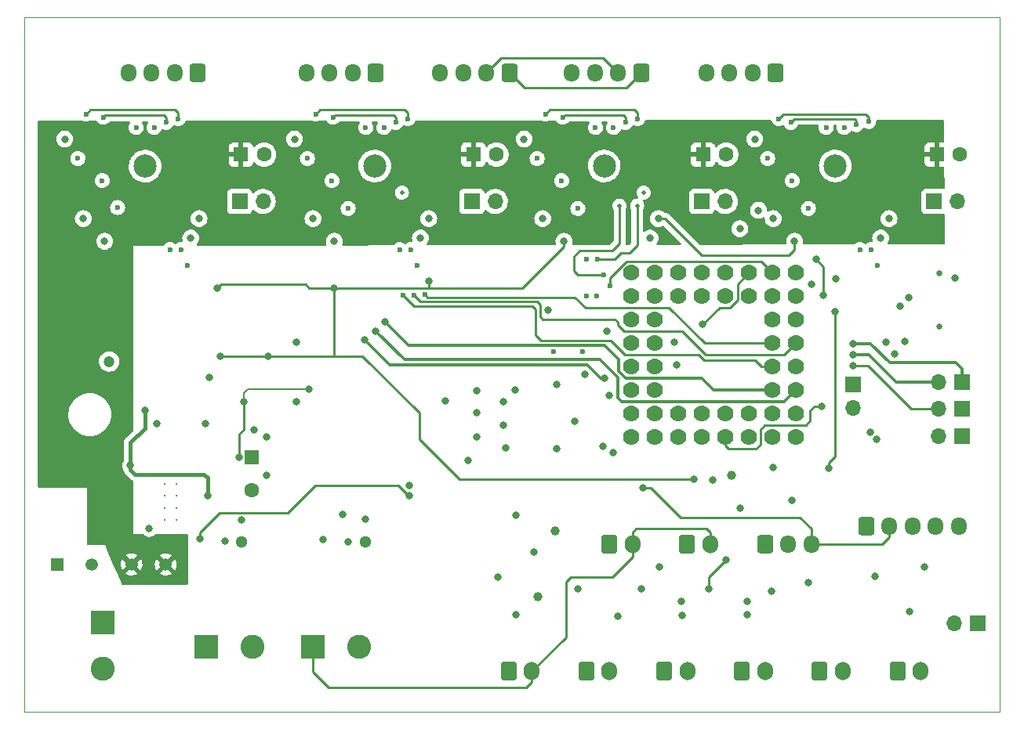
<source format=gbr>
%TF.GenerationSoftware,KiCad,Pcbnew,(6.0.6)*%
%TF.CreationDate,2022-09-07T20:29:45-05:00*%
%TF.ProjectId,rp2040-board,72703230-3430-42d6-926f-6172642e6b69,rev?*%
%TF.SameCoordinates,Original*%
%TF.FileFunction,Copper,L3,Inr*%
%TF.FilePolarity,Positive*%
%FSLAX46Y46*%
G04 Gerber Fmt 4.6, Leading zero omitted, Abs format (unit mm)*
G04 Created by KiCad (PCBNEW (6.0.6)) date 2022-09-07 20:29:45*
%MOMM*%
%LPD*%
G01*
G04 APERTURE LIST*
G04 Aperture macros list*
%AMRoundRect*
0 Rectangle with rounded corners*
0 $1 Rounding radius*
0 $2 $3 $4 $5 $6 $7 $8 $9 X,Y pos of 4 corners*
0 Add a 4 corners polygon primitive as box body*
4,1,4,$2,$3,$4,$5,$6,$7,$8,$9,$2,$3,0*
0 Add four circle primitives for the rounded corners*
1,1,$1+$1,$2,$3*
1,1,$1+$1,$4,$5*
1,1,$1+$1,$6,$7*
1,1,$1+$1,$8,$9*
0 Add four rect primitives between the rounded corners*
20,1,$1+$1,$2,$3,$4,$5,0*
20,1,$1+$1,$4,$5,$6,$7,0*
20,1,$1+$1,$6,$7,$8,$9,0*
20,1,$1+$1,$8,$9,$2,$3,0*%
G04 Aperture macros list end*
%TA.AperFunction,Profile*%
%ADD10C,0.025400*%
%TD*%
%TA.AperFunction,ComponentPad*%
%ADD11R,1.337000X1.337000*%
%TD*%
%TA.AperFunction,ComponentPad*%
%ADD12C,1.337000*%
%TD*%
%TA.AperFunction,ComponentPad*%
%ADD13R,1.600000X1.600000*%
%TD*%
%TA.AperFunction,ComponentPad*%
%ADD14C,1.600000*%
%TD*%
%TA.AperFunction,ComponentPad*%
%ADD15C,0.660400*%
%TD*%
%TA.AperFunction,ComponentPad*%
%ADD16C,0.300000*%
%TD*%
%TA.AperFunction,ComponentPad*%
%ADD17R,1.700000X1.700000*%
%TD*%
%TA.AperFunction,ComponentPad*%
%ADD18O,1.700000X1.700000*%
%TD*%
%TA.AperFunction,ComponentPad*%
%ADD19RoundRect,0.250000X-0.600000X-0.750000X0.600000X-0.750000X0.600000X0.750000X-0.600000X0.750000X0*%
%TD*%
%TA.AperFunction,ComponentPad*%
%ADD20O,1.700000X2.000000*%
%TD*%
%TA.AperFunction,ComponentPad*%
%ADD21C,1.778000*%
%TD*%
%TA.AperFunction,ComponentPad*%
%ADD22R,2.600000X2.600000*%
%TD*%
%TA.AperFunction,ComponentPad*%
%ADD23C,2.600000*%
%TD*%
%TA.AperFunction,ComponentPad*%
%ADD24RoundRect,0.250000X0.600000X0.725000X-0.600000X0.725000X-0.600000X-0.725000X0.600000X-0.725000X0*%
%TD*%
%TA.AperFunction,ComponentPad*%
%ADD25O,1.700000X1.950000*%
%TD*%
%TA.AperFunction,ComponentPad*%
%ADD26RoundRect,0.250000X-0.600000X-0.725000X0.600000X-0.725000X0.600000X0.725000X-0.600000X0.725000X0*%
%TD*%
%TA.AperFunction,ViaPad*%
%ADD27C,0.500000*%
%TD*%
%TA.AperFunction,ViaPad*%
%ADD28C,2.500000*%
%TD*%
%TA.AperFunction,ViaPad*%
%ADD29C,0.800000*%
%TD*%
%TA.AperFunction,ViaPad*%
%ADD30C,1.300000*%
%TD*%
%TA.AperFunction,ViaPad*%
%ADD31C,1.000000*%
%TD*%
%TA.AperFunction,ViaPad*%
%ADD32C,1.200000*%
%TD*%
%TA.AperFunction,ViaPad*%
%ADD33C,0.600000*%
%TD*%
%TA.AperFunction,Conductor*%
%ADD34C,0.250000*%
%TD*%
%TA.AperFunction,Conductor*%
%ADD35C,0.200000*%
%TD*%
%TA.AperFunction,Conductor*%
%ADD36C,0.350000*%
%TD*%
%TA.AperFunction,Conductor*%
%ADD37C,0.300000*%
%TD*%
%TA.AperFunction,Conductor*%
%ADD38C,0.400000*%
%TD*%
G04 APERTURE END LIST*
D10*
X97650000Y-63005200D02*
X97650000Y-138100000D01*
X202952600Y-63000000D02*
X97650000Y-63005200D01*
X202952600Y-138094800D02*
X202952600Y-63000000D01*
X97650000Y-138100000D02*
X202952600Y-138094800D01*
D11*
%TO.N,Net-(F2-Pad1)*%
%TO.C,F2*%
X101200000Y-122200000D03*
D12*
X104900000Y-122200000D03*
%TO.N,VCC*%
X109200000Y-122200000D03*
X112900000Y-122200000D03*
%TD*%
D13*
%TO.N,+5V*%
%TO.C,C11*%
X122150000Y-110647349D03*
D14*
%TO.N,GND*%
X122150000Y-114147349D03*
%TD*%
D15*
%TO.N,N/C*%
%TO.C,J2*%
X196399199Y-96469999D03*
X196399199Y-90690001D03*
%TD*%
D16*
%TO.N,N/C*%
%TO.C,U2*%
X112760000Y-113500000D03*
X114060000Y-113500000D03*
X112760000Y-114800000D03*
X114060000Y-114800000D03*
X112760000Y-116100000D03*
X114060000Y-116100000D03*
X112760000Y-117400000D03*
X114060000Y-117400000D03*
%TD*%
D17*
%TO.N,GPIO27*%
%TO.C,J4*%
X198875000Y-102500000D03*
D18*
%TO.N,GPIO26*%
X196335000Y-102500000D03*
%TD*%
D19*
%TO.N,Net-(C16-Pad1)*%
%TO.C,J9*%
X175121560Y-133744960D03*
D20*
%TO.N,GND*%
X177621560Y-133744960D03*
%TD*%
D19*
%TO.N,Net-(J7-Pad1)*%
%TO.C,J7*%
X183522080Y-133744800D03*
D20*
%TO.N,GND*%
X186022080Y-133744800D03*
%TD*%
D21*
%TO.N,GND*%
%TO.C,J3*%
X180940000Y-108440000D03*
%TO.N,+3.3V*%
X178400000Y-108440000D03*
X175860000Y-108440000D03*
%TO.N,Net-(C5-Pad2)*%
X173320000Y-108440000D03*
%TO.N,Net-(J2-PadA6)*%
X170780000Y-108440000D03*
%TO.N,Net-(J2-PadA7)*%
X168240000Y-108440000D03*
%TO.N,Net-(C7-Pad1)*%
X165700000Y-108440000D03*
%TO.N,GND*%
X163160000Y-108440000D03*
%TO.N,XEN*%
X180940000Y-105900000D03*
%TO.N,GND*%
X178400000Y-105900000D03*
%TO.N,+3.3V*%
X175860000Y-105900000D03*
X173320000Y-105900000D03*
%TO.N,unconnected-(J3-PadB5)*%
X170780000Y-105900000D03*
%TO.N,unconnected-(J3-PadB6)*%
X168240000Y-105900000D03*
%TO.N,GND*%
X165700000Y-105900000D03*
%TO.N,/HB_THERM*%
X163160000Y-105900000D03*
%TO.N,XSTP*%
X180940000Y-103360000D03*
%TO.N,XDIR*%
X178400000Y-103360000D03*
%TO.N,/E0_THERM*%
X165700000Y-103360000D03*
%TO.N,GPIO27*%
X163160000Y-103360000D03*
%TO.N,XSTOP*%
X180940000Y-100820000D03*
%TO.N,YEN*%
X178400000Y-100820000D03*
%TO.N,GPIO26*%
X165700000Y-100820000D03*
%TO.N,GPIO25*%
X163160000Y-100820000D03*
%TO.N,YSTP*%
X180940000Y-98280000D03*
%TO.N,YDIR*%
X178400000Y-98280000D03*
%TO.N,/HB_PWM*%
X165700000Y-98280000D03*
%TO.N,/E0_PWM*%
X163160000Y-98280000D03*
%TO.N,YSTOP*%
X180940000Y-95740000D03*
%TO.N,ZEN*%
X178400000Y-95740000D03*
%TO.N,/FAN2_PWM*%
X165700000Y-95740000D03*
%TO.N,/FAN1_PWM*%
X163160000Y-95740000D03*
%TO.N,ZSTP*%
X180940000Y-93200000D03*
%TO.N,GND*%
X178400000Y-93200000D03*
%TO.N,E0EN*%
X175860000Y-93200000D03*
%TO.N,E0DIR*%
X173320000Y-93200000D03*
%TO.N,UART_RX*%
X170780000Y-93200000D03*
%TO.N,/PROBE_SRVO*%
X168240000Y-93200000D03*
%TO.N,GND*%
X165700000Y-93200000D03*
%TO.N,/FAN0_PWM*%
X163160000Y-93200000D03*
%TO.N,GND*%
X180940000Y-90660000D03*
%TO.N,ZDIR*%
X178400000Y-90660000D03*
%TO.N,ZSTOP*%
X175860000Y-90660000D03*
%TO.N,E0STP*%
X173320000Y-90660000D03*
%TO.N,E0STOP*%
X170780000Y-90660000D03*
%TO.N,UART_TX*%
X168240000Y-90660000D03*
%TO.N,/PROBE_DET*%
X165700000Y-90660000D03*
%TO.N,GND*%
X163160000Y-90660000D03*
%TD*%
D17*
%TO.N,Net-(JP2-Pad1)*%
%TO.C,JP2*%
X120875000Y-82950000D03*
D18*
%TO.N,XSTOP*%
X123415000Y-82950000D03*
%TD*%
D22*
%TO.N,VCC*%
%TO.C,J14*%
X117305000Y-131100000D03*
D23*
%TO.N,Net-(J14-Pad2)*%
X122305000Y-131100000D03*
%TD*%
D19*
%TO.N,Net-(J13-Pad1)*%
%TO.C,J13*%
X169202600Y-120004800D03*
D20*
%TO.N,VCC*%
X171702600Y-120004800D03*
%TD*%
D13*
%TO.N,VCC*%
%TO.C,C45*%
X196140021Y-77873413D03*
D14*
%TO.N,Net-(C39-Pad1)*%
X198640021Y-77873413D03*
%TD*%
D24*
%TO.N,Net-(J17-Pad1)*%
%TO.C,J17*%
X116375000Y-69020000D03*
D25*
%TO.N,Net-(J17-Pad2)*%
X113875000Y-69020000D03*
%TO.N,Net-(J17-Pad3)*%
X111375000Y-69020000D03*
%TO.N,Net-(J17-Pad4)*%
X108875000Y-69020000D03*
%TD*%
D13*
%TO.N,VCC*%
%TO.C,C31*%
X121017621Y-77875000D03*
D14*
%TO.N,Net-(C25-Pad1)*%
X123517621Y-77875000D03*
%TD*%
D26*
%TO.N,Net-(C17-Pad1)*%
%TO.C,J10*%
X177612600Y-120004900D03*
D25*
%TO.N,GND*%
X180112600Y-120004900D03*
%TO.N,+5V*%
X182612600Y-120004900D03*
%TD*%
D17*
%TO.N,Net-(JP4-Pad1)*%
%TO.C,JP4*%
X195850000Y-82948413D03*
D18*
%TO.N,E0STOP*%
X198390000Y-82948413D03*
%TD*%
D22*
%TO.N,Net-(F2-Pad1)*%
%TO.C,J1*%
X106095000Y-128500000D03*
D23*
%TO.N,Net-(D2-Pad1)*%
X106095000Y-133500000D03*
%TD*%
D19*
%TO.N,Net-(C12-Pad1)*%
%TO.C,J6*%
X158320520Y-133744880D03*
D20*
%TO.N,GND*%
X160820520Y-133744880D03*
%TD*%
D19*
%TO.N,Net-(J16-Pad1)*%
%TO.C,J16*%
X191922600Y-133744840D03*
D20*
%TO.N,GND*%
X194422600Y-133744840D03*
%TD*%
D19*
%TO.N,Net-(J11-Pad1)*%
%TO.C,J11*%
X149920000Y-133745000D03*
D20*
%TO.N,VCC*%
X152420000Y-133745000D03*
%TD*%
D17*
%TO.N,+5V*%
%TO.C,J23*%
X198875000Y-108300000D03*
D18*
%TO.N,GND*%
X196335000Y-108300000D03*
%TD*%
D13*
%TO.N,VCC*%
%TO.C,C46*%
X170925000Y-77875000D03*
D14*
%TO.N,Net-(C41-Pad1)*%
X173425000Y-77875000D03*
%TD*%
D24*
%TO.N,Net-(J20-Pad1)*%
%TO.C,J20*%
X178775000Y-69020000D03*
D25*
%TO.N,Net-(J20-Pad2)*%
X176275000Y-69020000D03*
%TO.N,Net-(J20-Pad3)*%
X173775000Y-69020000D03*
%TO.N,Net-(J20-Pad4)*%
X171275000Y-69020000D03*
%TD*%
D17*
%TO.N,Net-(J16-Pad1)*%
%TO.C,JP6*%
X200575000Y-128600000D03*
D18*
%TO.N,Net-(JP6-Pad2)*%
X198035000Y-128600000D03*
%TD*%
D24*
%TO.N,Net-(J19-Pad1)*%
%TO.C,J21*%
X164225000Y-69020000D03*
D25*
%TO.N,Net-(J19-Pad2)*%
X161725000Y-69020000D03*
%TO.N,Net-(J19-Pad3)*%
X159225000Y-69020000D03*
%TO.N,Net-(J19-Pad4)*%
X156725000Y-69020000D03*
%TD*%
D19*
%TO.N,Net-(C15-Pad1)*%
%TO.C,J8*%
X166721040Y-133744920D03*
D20*
%TO.N,GND*%
X169221040Y-133744920D03*
%TD*%
D13*
%TO.N,VCC*%
%TO.C,C32*%
X146117621Y-77868413D03*
D14*
%TO.N,Net-(C27-Pad1)*%
X148617621Y-77868413D03*
%TD*%
D17*
%TO.N,Net-(JP3-Pad1)*%
%TO.C,JP3*%
X145950000Y-82943413D03*
D18*
%TO.N,YSTOP*%
X148490000Y-82943413D03*
%TD*%
D22*
%TO.N,VCC*%
%TO.C,J15*%
X128805000Y-131100000D03*
D23*
%TO.N,Net-(J15-Pad2)*%
X133805000Y-131100000D03*
%TD*%
D17*
%TO.N,Net-(JP5-Pad1)*%
%TO.C,JP5*%
X170775000Y-82950000D03*
D18*
%TO.N,ZSTOP*%
X173315000Y-82950000D03*
%TD*%
D26*
%TO.N,GND*%
%TO.C,J5*%
X188520000Y-118055000D03*
D25*
%TO.N,+5V*%
X191020000Y-118055000D03*
%TO.N,/PROBE_SRVO*%
X193520000Y-118055000D03*
%TO.N,/PROBE_DET*%
X196020000Y-118055000D03*
%TO.N,GND*%
X198520000Y-118055000D03*
%TD*%
D17*
%TO.N,+3.3V*%
%TO.C,J22*%
X198875000Y-105400000D03*
D18*
%TO.N,GPIO25*%
X196335000Y-105400000D03*
%TD*%
D24*
%TO.N,Net-(J19-Pad1)*%
%TO.C,J19*%
X150025000Y-69020000D03*
D25*
%TO.N,Net-(J19-Pad2)*%
X147525000Y-69020000D03*
%TO.N,Net-(J19-Pad3)*%
X145025000Y-69020000D03*
%TO.N,Net-(J19-Pad4)*%
X142525000Y-69020000D03*
%TD*%
D24*
%TO.N,Net-(J18-Pad1)*%
%TO.C,J18*%
X135575000Y-69020000D03*
D25*
%TO.N,Net-(J18-Pad2)*%
X133075000Y-69020000D03*
%TO.N,Net-(J18-Pad3)*%
X130575000Y-69020000D03*
%TO.N,Net-(J18-Pad4)*%
X128075000Y-69020000D03*
%TD*%
D17*
%TO.N,GND*%
%TO.C,JP1*%
X187100000Y-102775000D03*
D18*
%TO.N,Net-(C5-Pad2)*%
X187100000Y-105315000D03*
%TD*%
D19*
%TO.N,Net-(J12-Pad1)*%
%TO.C,J12*%
X160800000Y-119975000D03*
D20*
%TO.N,VCC*%
X163300000Y-119975000D03*
%TD*%
D27*
%TO.N,GND*%
X138400000Y-82000000D03*
X164500000Y-82000000D03*
D28*
X135475000Y-79113413D03*
D29*
X134500000Y-117300000D03*
X151600000Y-76200000D03*
X161737500Y-127800000D03*
X165200000Y-86900000D03*
X132000000Y-116800000D03*
X126987500Y-98200000D03*
X126800000Y-76200000D03*
D30*
X121075000Y-119725000D03*
D29*
X143095000Y-104525000D03*
X157100000Y-106700000D03*
D31*
X154950000Y-118600000D03*
D29*
X190100000Y-86900000D03*
X115600000Y-86900000D03*
X123750000Y-112547349D03*
D28*
X160250000Y-79107500D03*
D29*
X117600000Y-101940000D03*
X150750000Y-127650000D03*
X150600000Y-103300000D03*
X178450000Y-111750000D03*
X121100000Y-117400000D03*
D28*
X110675000Y-79120000D03*
D29*
X132620000Y-119715000D03*
X123750000Y-108400000D03*
X117200000Y-106937500D03*
X119300000Y-119700000D03*
X111962500Y-106937500D03*
X155120000Y-102700000D03*
X102000000Y-76200000D03*
D32*
X106800000Y-100250000D03*
D31*
X153050000Y-125700000D03*
D29*
X145590000Y-110920000D03*
X192700000Y-98100000D03*
X176500000Y-76200000D03*
D30*
X134500000Y-119720000D03*
D28*
X185200000Y-79100000D03*
D31*
X174000000Y-112600000D03*
D29*
X198150000Y-91250000D03*
X175687500Y-127662500D03*
X152700000Y-120850000D03*
X168637500Y-127712500D03*
X140400000Y-86900000D03*
X126987500Y-104562500D03*
%TO.N,+3.3V*%
X118450000Y-92350000D03*
X141300000Y-91600000D03*
X180800000Y-87250000D03*
X124000000Y-99650000D03*
X166225000Y-122475000D03*
X131100000Y-92300000D03*
X118800000Y-99650000D03*
X168600000Y-126200000D03*
X175650000Y-126200000D03*
X194800000Y-122500000D03*
X141300000Y-84800000D03*
X166100000Y-84800000D03*
X191000000Y-84800000D03*
X106300000Y-87250000D03*
X131100000Y-87250000D03*
X182300000Y-124200000D03*
X116500000Y-84800000D03*
X193200000Y-127300000D03*
X155900000Y-87250000D03*
X169950000Y-113000000D03*
%TO.N,+5V*%
X120802651Y-110647349D03*
X158200000Y-101600000D03*
X121337500Y-104562500D03*
X128400000Y-103250000D03*
X164400000Y-113900000D03*
%TO.N,/HB_THERM*%
X178312500Y-125100000D03*
D27*
%TO.N,VCC*%
X157324500Y-76900000D03*
X132600000Y-76900000D03*
X157324500Y-76300000D03*
X132600000Y-82500000D03*
X132600000Y-75700000D03*
X157324500Y-81900000D03*
D29*
X185400000Y-86837500D03*
X110900000Y-86800000D03*
D27*
X157324500Y-81300000D03*
X182300000Y-75700000D03*
X182300000Y-82500000D03*
X182300000Y-76300000D03*
X182300000Y-76900000D03*
X132600000Y-76300000D03*
X107800000Y-82500000D03*
X182300000Y-81900000D03*
X132600000Y-81900000D03*
D29*
X135700000Y-86800000D03*
X160500000Y-86800000D03*
D27*
X107800000Y-76300000D03*
X107800000Y-75700000D03*
X132600000Y-81300000D03*
X157324500Y-75700000D03*
X157324500Y-82500000D03*
X182300000Y-81300000D03*
X107800000Y-81900000D03*
X107800000Y-81300000D03*
X107800000Y-76900000D03*
D29*
%TO.N,XDIR*%
X136600000Y-96000000D03*
%TO.N,XSTP*%
X135600000Y-97000000D03*
D33*
%TO.N,YSTP*%
X139700000Y-93100000D03*
%TO.N,ZSTP*%
X159400000Y-93200000D03*
D29*
%TO.N,XEN*%
X160300000Y-102100000D03*
X134400000Y-97900000D03*
D33*
%TO.N,YDIR*%
X140900000Y-93024500D03*
%TO.N,YEN*%
X138500000Y-93100000D03*
%TO.N,ZDIR*%
X160900000Y-92100000D03*
%TO.N,ZEN*%
X158300000Y-93200000D03*
D29*
%TO.N,E0DIR*%
X183100000Y-89200000D03*
X183900000Y-93100000D03*
%TO.N,E0EN*%
X182600000Y-91900000D03*
X185300000Y-91300000D03*
%TO.N,UART_TX*%
X160500000Y-97000000D03*
%TO.N,/FAN2_PWM*%
X146445000Y-108425000D03*
%TO.N,/HB_PWM*%
X160800000Y-103900000D03*
%TO.N,GPIO27*%
X168072211Y-100600000D03*
X187100000Y-98300000D03*
%TO.N,/FAN1_PWM*%
X146445000Y-105825000D03*
D33*
X157900000Y-99200000D03*
D29*
%TO.N,/E0_THERM*%
X189500000Y-123500000D03*
%TO.N,Net-(J2-PadA6)*%
X193100000Y-93300000D03*
X189000000Y-107900000D03*
X190700000Y-98200000D03*
%TO.N,Net-(J2-PadA7)*%
X189700000Y-108700000D03*
X191600000Y-99400000D03*
X192200000Y-94300000D03*
%TO.N,/E0_PWM*%
X155145000Y-109675000D03*
%TO.N,GPIO26*%
X187100000Y-99500000D03*
%TO.N,GPIO25*%
X187100000Y-100700000D03*
D33*
%TO.N,Net-(J17-Pad4)*%
X107700000Y-83600000D03*
%TO.N,Net-(J17-Pad3)*%
X106050000Y-80700000D03*
%TO.N,Net-(J18-Pad3)*%
X130850000Y-80700000D03*
%TO.N,Net-(J18-Pad4)*%
X132600000Y-83700000D03*
%TO.N,Net-(J19-Pad4)*%
X157400000Y-83700000D03*
%TO.N,Net-(J19-Pad3)*%
X155650000Y-80700000D03*
%TO.N,Net-(J20-Pad4)*%
X182300000Y-83700000D03*
%TO.N,Net-(J20-Pad3)*%
X180550000Y-80700000D03*
D29*
%TO.N,Net-(C1-Pad1)*%
X117450000Y-114800000D03*
X110650000Y-105500000D03*
X109100000Y-111500000D03*
%TO.N,Net-(C5-Pad2)*%
X183700000Y-105100000D03*
D33*
%TO.N,Net-(R40-Pad1)*%
X139050000Y-74000000D03*
X129100000Y-73500000D03*
%TO.N,Net-(R50-Pad1)*%
X163850000Y-74000000D03*
X153900000Y-73500000D03*
D29*
%TO.N,Net-(J13-Pad1)*%
X174950000Y-116150000D03*
%TO.N,Net-(R4-Pad2)*%
X122450000Y-107675500D03*
X111100000Y-118300000D03*
%TO.N,Net-(R16-Pad2)*%
X139200000Y-114800000D03*
X116600000Y-119400000D03*
%TO.N,Net-(R18-Pad2)*%
X139200000Y-113700000D03*
X129900000Y-119500000D03*
%TO.N,Net-(R28-Pad2)*%
X149345000Y-107125000D03*
X150700000Y-116900000D03*
%TO.N,Net-(R30-Pad2)*%
X149600000Y-109625000D03*
X180500000Y-115250000D03*
D33*
%TO.N,Net-(R35-Pad1)*%
X137750000Y-74400000D03*
X112950000Y-74400000D03*
X180400000Y-74400000D03*
D29*
X174900000Y-85900000D03*
D33*
X130967963Y-73834411D03*
X128200000Y-78300000D03*
X106167963Y-73834411D03*
X155767963Y-73834411D03*
X103400000Y-78300000D03*
X162550000Y-74400000D03*
X177900000Y-78300000D03*
D29*
X176900000Y-83900000D03*
X154200000Y-94700000D03*
D33*
X153000000Y-78300000D03*
X187470364Y-74645765D03*
%TO.N,Net-(R38-Pad1)*%
X114250000Y-74000000D03*
X104300000Y-73500000D03*
%TO.N,Net-(R48-Pad1)*%
X179100000Y-74000000D03*
X188800000Y-74300000D03*
D29*
%TO.N,Net-(R26-Pad2)*%
X149345000Y-104575000D03*
X148750000Y-123550000D03*
%TO.N,XSTOP*%
X157400000Y-124800000D03*
X160100000Y-109400000D03*
%TO.N,YSTOP*%
X164300000Y-124800000D03*
X167800000Y-98200000D03*
X161200000Y-110100000D03*
%TO.N,ZSTOP*%
X171500000Y-124800000D03*
X173400000Y-121700000D03*
X172000000Y-113100000D03*
X170900000Y-96200000D03*
%TO.N,E0STOP*%
X184500000Y-111800000D03*
X185200000Y-94900000D03*
D33*
%TO.N,XENR*%
X113350000Y-88150000D03*
D29*
X104000000Y-84800000D03*
D33*
%TO.N,YENR*%
X138150000Y-88150000D03*
D29*
X128800000Y-84800000D03*
D33*
%TO.N,E0ENR*%
X187850000Y-88150000D03*
D29*
X178500000Y-84800000D03*
D33*
%TO.N,ZENR*%
X158300000Y-89200000D03*
D29*
X153600000Y-84800000D03*
D33*
%TO.N,XSTPR*%
X111650000Y-74950000D03*
X114550000Y-88150000D03*
%TO.N,XDIRR*%
X115250000Y-89900000D03*
X109700000Y-74950000D03*
%TO.N,YSTPR*%
X136450000Y-74950000D03*
X139350000Y-88150000D03*
%TO.N,YDIRR*%
X134500000Y-74950000D03*
X140050000Y-89900000D03*
D27*
%TO.N,ZSTPR*%
X163800000Y-83400000D03*
D33*
X159500000Y-89200000D03*
X161250000Y-74950000D03*
D27*
%TO.N,ZDIRR*%
X161900000Y-83400000D03*
D33*
X160156623Y-90922649D03*
X159300000Y-74950000D03*
%TO.N,E0STPR*%
X189050000Y-88150000D03*
X186150000Y-74950000D03*
%TO.N,E0DIRR*%
X184200000Y-74950000D03*
X189750000Y-89900000D03*
D29*
%TO.N,/FAN0_PWM*%
X146445000Y-103375000D03*
D33*
X154800000Y-99200000D03*
%TD*%
D34*
%TO.N,+3.3V*%
X140300000Y-108700000D02*
X140300000Y-105800000D01*
X131200000Y-92300000D02*
X131100000Y-92200000D01*
X118450000Y-92350000D02*
X118900000Y-91900000D01*
X169950000Y-113000000D02*
X144600000Y-113000000D01*
X131100000Y-92200000D02*
X131100000Y-92300000D01*
X155900000Y-87250000D02*
X155900000Y-87800000D01*
X128400000Y-92300000D02*
X131100000Y-92300000D01*
X131100000Y-99600000D02*
X131050000Y-99650000D01*
X141300000Y-91600000D02*
X141300000Y-92300000D01*
X131050000Y-99650000D02*
X124000000Y-99650000D01*
X180800000Y-87250000D02*
X180800000Y-88200000D01*
X144600000Y-113000000D02*
X140300000Y-108700000D01*
X180800000Y-88200000D02*
X180200000Y-88800000D01*
X118900000Y-91900000D02*
X128000000Y-91900000D01*
X134150000Y-99650000D02*
X131050000Y-99650000D01*
X180200000Y-88800000D02*
X170800000Y-88800000D01*
X131200000Y-92300000D02*
X151400000Y-92300000D01*
X170800000Y-88800000D02*
X166800000Y-84800000D01*
X155900000Y-87800000D02*
X151400000Y-92300000D01*
X166800000Y-84800000D02*
X166100000Y-84800000D01*
X131100000Y-92300000D02*
X131100000Y-99600000D01*
X128000000Y-91900000D02*
X128400000Y-92300000D01*
X140300000Y-105800000D02*
X134150000Y-99650000D01*
X118800000Y-99650000D02*
X124000000Y-99650000D01*
%TO.N,+5V*%
X191020000Y-119280000D02*
X191020000Y-118055000D01*
D35*
X128400000Y-103250000D02*
X121750000Y-103250000D01*
X121750000Y-103250000D02*
X121337500Y-103662500D01*
D34*
X120802651Y-108147349D02*
X121350000Y-107600000D01*
X168500000Y-117100000D02*
X181400000Y-117100000D01*
X121350000Y-107600000D02*
X121350000Y-104575000D01*
X182612600Y-118312600D02*
X182612600Y-120004900D01*
X190295100Y-120004900D02*
X191020000Y-119280000D01*
X121350000Y-104575000D02*
X121337500Y-104562500D01*
X182612600Y-120004900D02*
X190295100Y-120004900D01*
X164400000Y-113900000D02*
X165300000Y-113900000D01*
X165300000Y-113900000D02*
X168500000Y-117100000D01*
D35*
X121337500Y-103662500D02*
X121337500Y-104562500D01*
D34*
X120802651Y-110647349D02*
X120802651Y-108147349D01*
X181400000Y-117100000D02*
X182612600Y-118312600D01*
%TO.N,VCC*%
X130500000Y-135500000D02*
X151800000Y-135500000D01*
X163300000Y-121400000D02*
X161100000Y-123600000D01*
X161100000Y-123600000D02*
X156600000Y-123600000D01*
X156100000Y-124100000D02*
X156100000Y-130065000D01*
X163300000Y-118700000D02*
X163300000Y-119975000D01*
X152420000Y-134880000D02*
X152420000Y-133745000D01*
X163300000Y-119975000D02*
X163300000Y-121400000D01*
X151800000Y-135500000D02*
X152420000Y-134880000D01*
X156600000Y-123600000D02*
X156100000Y-124100000D01*
X128805000Y-133805000D02*
X130500000Y-135500000D01*
X171300000Y-118300000D02*
X163700000Y-118300000D01*
X163700000Y-118300000D02*
X163300000Y-118700000D01*
X171702600Y-118702600D02*
X171300000Y-118300000D01*
X156100000Y-130065000D02*
X152420000Y-133745000D01*
X171702600Y-120004800D02*
X171702600Y-118702600D01*
X128805000Y-131100000D02*
X128805000Y-133805000D01*
D36*
%TO.N,XDIR*%
X166400000Y-102100000D02*
X170800000Y-102100000D01*
X161800000Y-100000000D02*
X161800000Y-101300000D01*
X166396000Y-102096000D02*
X166400000Y-102100000D01*
X172060000Y-103360000D02*
X178400000Y-103360000D01*
X136600000Y-96000000D02*
X139100000Y-98500000D01*
X139100000Y-98500000D02*
X160300000Y-98500000D01*
X170800000Y-102100000D02*
X172060000Y-103360000D01*
X160300000Y-98500000D02*
X161800000Y-100000000D01*
X161800000Y-101300000D02*
X162596000Y-102096000D01*
X162596000Y-102096000D02*
X166396000Y-102096000D01*
%TO.N,XSTP*%
X161700000Y-104200000D02*
X162130000Y-104630000D01*
X161700000Y-102000000D02*
X161700000Y-104200000D01*
X162130000Y-104630000D02*
X179670000Y-104630000D01*
X138650000Y-100050000D02*
X159750000Y-100050000D01*
X135600000Y-97000000D02*
X138650000Y-100050000D01*
X159750000Y-100050000D02*
X161700000Y-102000000D01*
X179670000Y-104630000D02*
X180940000Y-103360000D01*
D34*
%TO.N,YSTP*%
X161400000Y-95700000D02*
X161700000Y-96000000D01*
X161700000Y-96300000D02*
X162400000Y-97000000D01*
X153000000Y-93800000D02*
X153300000Y-94100000D01*
X179677036Y-99542964D02*
X180940000Y-98280000D01*
X162400000Y-97000000D02*
X168700000Y-97000000D01*
X171242964Y-99542964D02*
X179677036Y-99542964D01*
X153300000Y-94100000D02*
X153300000Y-95400000D01*
X153600000Y-95700000D02*
X161400000Y-95700000D01*
X140400000Y-93800000D02*
X153000000Y-93800000D01*
X161700000Y-96000000D02*
X161700000Y-96300000D01*
X168700000Y-97000000D02*
X171242964Y-99542964D01*
X153300000Y-95400000D02*
X153600000Y-95700000D01*
X139700000Y-93100000D02*
X140400000Y-93800000D01*
D36*
%TO.N,XEN*%
X158396016Y-100600000D02*
X137100000Y-100600000D01*
X159896016Y-102100000D02*
X158396016Y-100600000D01*
X137100000Y-100600000D02*
X134400000Y-97900000D01*
X160300000Y-102100000D02*
X159896016Y-102100000D01*
D34*
%TO.N,YDIR*%
X157100000Y-93300000D02*
X158214000Y-94414000D01*
X141175500Y-93300000D02*
X157100000Y-93300000D01*
X167214000Y-94414000D02*
X171080000Y-98280000D01*
X158214000Y-94414000D02*
X167214000Y-94414000D01*
X171080000Y-98280000D02*
X178400000Y-98280000D01*
X140900000Y-93024500D02*
X141175500Y-93300000D01*
%TO.N,YEN*%
X152800000Y-94600000D02*
X152800000Y-97400000D01*
X177220000Y-100820000D02*
X178400000Y-100820000D01*
X170400000Y-99500000D02*
X171000000Y-100100000D01*
X153400000Y-98000000D02*
X161000000Y-98000000D01*
X138500000Y-93100000D02*
X139700000Y-94300000D01*
X152800000Y-97400000D02*
X153400000Y-98000000D01*
X139700000Y-94300000D02*
X152500000Y-94300000D01*
X161000000Y-98000000D02*
X162500000Y-99500000D01*
X152500000Y-94300000D02*
X152800000Y-94600000D01*
X176500000Y-100100000D02*
X177220000Y-100820000D01*
X171000000Y-100100000D02*
X176500000Y-100100000D01*
X162500000Y-99500000D02*
X170400000Y-99500000D01*
%TO.N,ZDIR*%
X160900000Y-91200000D02*
X160900000Y-92100000D01*
X162654000Y-89446000D02*
X160900000Y-91200000D01*
X178400000Y-90660000D02*
X177186000Y-89446000D01*
X177186000Y-89446000D02*
X162654000Y-89446000D01*
%TO.N,E0DIR*%
X183100000Y-89200000D02*
X183900000Y-90000000D01*
X183900000Y-90000000D02*
X183900000Y-93100000D01*
D37*
%TO.N,GPIO27*%
X198875000Y-102500000D02*
X198875000Y-101075000D01*
X198200000Y-100400000D02*
X191100000Y-100400000D01*
X189000000Y-98300000D02*
X187100000Y-98300000D01*
X191100000Y-100400000D02*
X189000000Y-98300000D01*
X198875000Y-101075000D02*
X198200000Y-100400000D01*
%TO.N,GPIO26*%
X196335000Y-102500000D02*
X191800000Y-102500000D01*
X188800000Y-99500000D02*
X187100000Y-99500000D01*
X191800000Y-102500000D02*
X188800000Y-99500000D01*
D34*
%TO.N,GPIO25*%
X193400000Y-105400000D02*
X196335000Y-105400000D01*
X188700000Y-100700000D02*
X193400000Y-105400000D01*
X187100000Y-100700000D02*
X188700000Y-100700000D01*
%TO.N,Net-(J19-Pad2)*%
X149115733Y-67429267D02*
X160134267Y-67429267D01*
X160134267Y-67429267D02*
X161725000Y-69020000D01*
X147525000Y-69020000D02*
X149115733Y-67429267D01*
%TO.N,Net-(J19-Pad1)*%
X162634267Y-70610733D02*
X151615733Y-70610733D01*
X164225000Y-69020000D02*
X162634267Y-70610733D01*
X151615733Y-70610733D02*
X150025000Y-69020000D01*
D38*
%TO.N,Net-(C1-Pad1)*%
X109100000Y-111500000D02*
X109100000Y-111950000D01*
X109100000Y-109000000D02*
X110650000Y-107450000D01*
X109100000Y-111500000D02*
X109100000Y-109000000D01*
X110650000Y-107450000D02*
X110650000Y-105500000D01*
X117450000Y-112850000D02*
X117450000Y-114800000D01*
X117050000Y-112450000D02*
X117450000Y-112850000D01*
X109600000Y-112450000D02*
X117050000Y-112450000D01*
X109100000Y-111950000D02*
X109600000Y-112450000D01*
D34*
%TO.N,Net-(C5-Pad2)*%
X177092964Y-109257036D02*
X176650000Y-109700000D01*
X182000000Y-107150000D02*
X177550000Y-107150000D01*
X173700000Y-109700000D02*
X173320000Y-109320000D01*
X182500000Y-105550000D02*
X182500000Y-106650000D01*
X183700000Y-105100000D02*
X182950000Y-105100000D01*
X182500000Y-106650000D02*
X182000000Y-107150000D01*
X182950000Y-105100000D02*
X182500000Y-105550000D01*
X177550000Y-107150000D02*
X177092964Y-107607036D01*
X177092964Y-107607036D02*
X177092964Y-109257036D01*
X176650000Y-109700000D02*
X173700000Y-109700000D01*
X173320000Y-109320000D02*
X173320000Y-108440000D01*
%TO.N,Net-(R40-Pad1)*%
X129550000Y-73050000D02*
X138700000Y-73050000D01*
X138700000Y-73050000D02*
X139050000Y-73400000D01*
X139050000Y-73400000D02*
X139050000Y-74000000D01*
X129100000Y-73500000D02*
X129550000Y-73050000D01*
%TO.N,Net-(R50-Pad1)*%
X163500000Y-73050000D02*
X163850000Y-73400000D01*
X163850000Y-73400000D02*
X163850000Y-74000000D01*
X154350000Y-73050000D02*
X163500000Y-73050000D01*
X153900000Y-73500000D02*
X154350000Y-73050000D01*
%TO.N,Net-(R16-Pad2)*%
X116600000Y-119400000D02*
X116600000Y-118700000D01*
X138000000Y-113700000D02*
X139100000Y-114800000D01*
X129000000Y-113700000D02*
X138000000Y-113700000D01*
X116600000Y-118700000D02*
X118700000Y-116600000D01*
X126100000Y-116600000D02*
X129000000Y-113700000D01*
X139100000Y-114800000D02*
X139200000Y-114800000D01*
X118700000Y-116600000D02*
X126100000Y-116600000D01*
%TO.N,Net-(R35-Pad1)*%
X106167963Y-73834411D02*
X106352374Y-73650000D01*
X131152374Y-73650000D02*
X137500000Y-73650000D01*
X187470364Y-74645765D02*
X187470364Y-74170364D01*
X106352374Y-73650000D02*
X112700000Y-73650000D01*
X180800000Y-74000000D02*
X180400000Y-74400000D01*
X162300000Y-73650000D02*
X162550000Y-73900000D01*
X187300000Y-74000000D02*
X180800000Y-74000000D01*
X155952374Y-73650000D02*
X162300000Y-73650000D01*
X112950000Y-73900000D02*
X112950000Y-74400000D01*
X187470364Y-74170364D02*
X187300000Y-74000000D01*
X137750000Y-74400000D02*
X137750000Y-73900000D01*
X137500000Y-73650000D02*
X137750000Y-73900000D01*
X162550000Y-74400000D02*
X162550000Y-73900000D01*
X112700000Y-73650000D02*
X112950000Y-73900000D01*
%TO.N,Net-(R38-Pad1)*%
X104300000Y-73500000D02*
X104750000Y-73050000D01*
X114250000Y-73400000D02*
X114250000Y-74000000D01*
X113900000Y-73050000D02*
X114250000Y-73400000D01*
X104750000Y-73050000D02*
X113900000Y-73050000D01*
%TO.N,Net-(R48-Pad1)*%
X188800000Y-73900000D02*
X188800000Y-74300000D01*
X179550000Y-73550000D02*
X188450000Y-73550000D01*
X188450000Y-73550000D02*
X188800000Y-73900000D01*
X179100000Y-74000000D02*
X179550000Y-73550000D01*
%TO.N,ZSTOP*%
X173400000Y-121700000D02*
X171500000Y-123600000D01*
X173822856Y-94414000D02*
X174646000Y-93590856D01*
X171500000Y-123600000D02*
X171500000Y-124800000D01*
X170900000Y-96200000D02*
X172686000Y-94414000D01*
X172686000Y-94414000D02*
X173822856Y-94414000D01*
X174646000Y-91874000D02*
X175860000Y-90660000D01*
X174646000Y-93590856D02*
X174646000Y-91874000D01*
%TO.N,E0STOP*%
X185200000Y-110500000D02*
X184500000Y-111200000D01*
X184500000Y-111200000D02*
X184500000Y-111800000D01*
X185200000Y-94900000D02*
X185200000Y-110500000D01*
%TO.N,ZSTPR*%
X163800000Y-87700000D02*
X163000000Y-88500000D01*
X162100000Y-88500000D02*
X161400000Y-89200000D01*
X163800000Y-83400000D02*
X163800000Y-87700000D01*
X163000000Y-88500000D02*
X162100000Y-88500000D01*
X161400000Y-89200000D02*
X159500000Y-89200000D01*
%TO.N,ZDIRR*%
X157600000Y-88300000D02*
X161100000Y-88300000D01*
X157000000Y-90500000D02*
X157000000Y-88900000D01*
X160156623Y-90922649D02*
X157422649Y-90922649D01*
X161100000Y-88300000D02*
X161900000Y-87500000D01*
X157000000Y-88900000D02*
X157600000Y-88300000D01*
X161900000Y-87500000D02*
X161900000Y-83400000D01*
X157422649Y-90922649D02*
X157000000Y-90500000D01*
%TD*%
%TA.AperFunction,Conductor*%
%TO.N,VCC*%
G36*
X110429759Y-118920002D02*
G01*
X110455269Y-118941685D01*
X110488747Y-118978866D01*
X110643248Y-119091118D01*
X110649276Y-119093802D01*
X110649278Y-119093803D01*
X110811681Y-119166109D01*
X110817712Y-119168794D01*
X110911112Y-119188647D01*
X110998056Y-119207128D01*
X110998061Y-119207128D01*
X111004513Y-119208500D01*
X111195487Y-119208500D01*
X111201939Y-119207128D01*
X111201944Y-119207128D01*
X111288888Y-119188647D01*
X111382288Y-119168794D01*
X111388319Y-119166109D01*
X111550722Y-119093803D01*
X111550724Y-119093802D01*
X111556752Y-119091118D01*
X111711253Y-118978866D01*
X111744728Y-118941688D01*
X111805171Y-118904450D01*
X111838362Y-118900000D01*
X115174000Y-118900000D01*
X115242121Y-118920002D01*
X115288614Y-118973658D01*
X115300000Y-119026000D01*
X115300000Y-124274000D01*
X115279998Y-124342121D01*
X115226342Y-124388614D01*
X115174000Y-124400000D01*
X108282078Y-124400000D01*
X108213957Y-124379998D01*
X108166827Y-124324925D01*
X108144326Y-124274000D01*
X107665651Y-123190683D01*
X108573677Y-123190683D01*
X108583559Y-123203172D01*
X108631414Y-123235148D01*
X108641527Y-123240639D01*
X108829581Y-123321433D01*
X108840514Y-123324985D01*
X109040142Y-123370157D01*
X109051551Y-123371659D01*
X109256069Y-123379694D01*
X109267551Y-123379092D01*
X109470111Y-123349723D01*
X109481294Y-123347038D01*
X109675104Y-123281249D01*
X109685617Y-123276568D01*
X109818358Y-123202228D01*
X109828223Y-123192150D01*
X109827658Y-123190683D01*
X112273677Y-123190683D01*
X112283559Y-123203172D01*
X112331414Y-123235148D01*
X112341527Y-123240639D01*
X112529581Y-123321433D01*
X112540514Y-123324985D01*
X112740142Y-123370157D01*
X112751551Y-123371659D01*
X112956069Y-123379694D01*
X112967551Y-123379092D01*
X113170111Y-123349723D01*
X113181294Y-123347038D01*
X113375104Y-123281249D01*
X113385617Y-123276568D01*
X113518358Y-123202228D01*
X113528223Y-123192150D01*
X113525267Y-123184478D01*
X112912811Y-122572021D01*
X112898868Y-122564408D01*
X112897034Y-122564539D01*
X112890420Y-122568790D01*
X112279870Y-123179341D01*
X112273677Y-123190683D01*
X109827658Y-123190683D01*
X109825267Y-123184478D01*
X109212811Y-122572021D01*
X109198868Y-122564408D01*
X109197034Y-122564539D01*
X109190420Y-122568790D01*
X108579870Y-123179341D01*
X108573677Y-123190683D01*
X107665651Y-123190683D01*
X107216789Y-122174837D01*
X108019243Y-122174837D01*
X108032629Y-122379066D01*
X108034430Y-122390436D01*
X108084809Y-122588806D01*
X108088650Y-122599653D01*
X108174338Y-122785525D01*
X108180089Y-122795486D01*
X108196637Y-122818902D01*
X108207227Y-122827290D01*
X108220526Y-122820263D01*
X108827979Y-122212811D01*
X108834356Y-122201132D01*
X109564408Y-122201132D01*
X109564539Y-122202966D01*
X109568790Y-122209580D01*
X110180568Y-122821357D01*
X110192943Y-122828114D01*
X110199523Y-122823188D01*
X110276568Y-122685617D01*
X110281249Y-122675104D01*
X110347038Y-122481294D01*
X110349723Y-122470111D01*
X110379388Y-122265511D01*
X110380018Y-122258128D01*
X110381443Y-122203704D01*
X110381200Y-122196305D01*
X110379227Y-122174837D01*
X111719243Y-122174837D01*
X111732629Y-122379066D01*
X111734430Y-122390436D01*
X111784809Y-122588806D01*
X111788650Y-122599653D01*
X111874338Y-122785525D01*
X111880089Y-122795486D01*
X111896637Y-122818902D01*
X111907227Y-122827290D01*
X111920526Y-122820263D01*
X112527979Y-122212811D01*
X112534356Y-122201132D01*
X113264408Y-122201132D01*
X113264539Y-122202966D01*
X113268790Y-122209580D01*
X113880568Y-122821357D01*
X113892943Y-122828114D01*
X113899523Y-122823188D01*
X113976568Y-122685617D01*
X113981249Y-122675104D01*
X114047038Y-122481294D01*
X114049723Y-122470111D01*
X114079388Y-122265511D01*
X114080018Y-122258128D01*
X114081443Y-122203704D01*
X114081200Y-122196305D01*
X114062284Y-121990438D01*
X114060186Y-121979117D01*
X114004632Y-121782139D01*
X114000508Y-121771392D01*
X113909982Y-121587826D01*
X113904707Y-121579219D01*
X113893815Y-121571044D01*
X113881396Y-121577815D01*
X113272021Y-122187189D01*
X113264408Y-122201132D01*
X112534356Y-122201132D01*
X112535592Y-122198868D01*
X112535461Y-122197034D01*
X112531210Y-122190420D01*
X111917817Y-121577028D01*
X111905442Y-121570271D01*
X111899476Y-121574737D01*
X111811091Y-121742728D01*
X111806686Y-121753362D01*
X111745992Y-121948829D01*
X111743600Y-121960080D01*
X111719544Y-122163335D01*
X111719243Y-122174837D01*
X110379227Y-122174837D01*
X110362284Y-121990438D01*
X110360186Y-121979117D01*
X110304632Y-121782139D01*
X110300508Y-121771392D01*
X110209982Y-121587826D01*
X110204707Y-121579219D01*
X110193815Y-121571044D01*
X110181396Y-121577815D01*
X109572021Y-122187189D01*
X109564408Y-122201132D01*
X108834356Y-122201132D01*
X108835592Y-122198868D01*
X108835461Y-122197034D01*
X108831210Y-122190420D01*
X108217817Y-121577028D01*
X108205442Y-121570271D01*
X108199476Y-121574737D01*
X108111091Y-121742728D01*
X108106686Y-121753362D01*
X108045992Y-121948829D01*
X108043600Y-121960080D01*
X108019544Y-122163335D01*
X108019243Y-122174837D01*
X107216789Y-122174837D01*
X107121896Y-121960080D01*
X106789890Y-121208697D01*
X108572810Y-121208697D01*
X108576297Y-121217086D01*
X109187189Y-121827979D01*
X109201132Y-121835592D01*
X109202966Y-121835461D01*
X109209580Y-121831210D01*
X109819949Y-121220840D01*
X109826579Y-121208697D01*
X112272810Y-121208697D01*
X112276297Y-121217086D01*
X112887189Y-121827979D01*
X112901132Y-121835592D01*
X112902966Y-121835461D01*
X112909580Y-121831210D01*
X113519949Y-121220840D01*
X113526706Y-121208465D01*
X113520676Y-121200409D01*
X113441288Y-121150319D01*
X113431045Y-121145101D01*
X113240939Y-121069256D01*
X113229911Y-121065989D01*
X113029173Y-121026060D01*
X113017726Y-121024857D01*
X112813079Y-121022178D01*
X112801599Y-121023081D01*
X112599892Y-121057741D01*
X112588772Y-121060721D01*
X112396750Y-121131561D01*
X112386372Y-121136511D01*
X112282408Y-121198364D01*
X112272810Y-121208697D01*
X109826579Y-121208697D01*
X109826706Y-121208465D01*
X109820676Y-121200409D01*
X109741288Y-121150319D01*
X109731045Y-121145101D01*
X109540939Y-121069256D01*
X109529911Y-121065989D01*
X109329173Y-121026060D01*
X109317726Y-121024857D01*
X109113079Y-121022178D01*
X109101599Y-121023081D01*
X108899892Y-121057741D01*
X108888772Y-121060721D01*
X108696750Y-121131561D01*
X108686372Y-121136511D01*
X108582408Y-121198364D01*
X108572810Y-121208697D01*
X106789890Y-121208697D01*
X106307322Y-120116570D01*
X106307321Y-120116569D01*
X106300000Y-120100000D01*
X104526000Y-120100000D01*
X104457879Y-120079998D01*
X104411386Y-120026342D01*
X104400000Y-119974000D01*
X104400000Y-118900000D01*
X110361638Y-118900000D01*
X110429759Y-118920002D01*
G37*
%TD.AperFunction*%
%TD*%
%TA.AperFunction,Conductor*%
%TO.N,VCC*%
G36*
X196875141Y-74153748D02*
G01*
X196921672Y-74207371D01*
X196933092Y-74258871D01*
X196949064Y-76438490D01*
X196929561Y-76506755D01*
X196876248Y-76553640D01*
X196823067Y-76565413D01*
X196412136Y-76565413D01*
X196396897Y-76569888D01*
X196395692Y-76571278D01*
X196394021Y-76578961D01*
X196394021Y-79163297D01*
X196398496Y-79178536D01*
X196399886Y-79179741D01*
X196407569Y-79181412D01*
X196844084Y-79181412D01*
X196912205Y-79201414D01*
X196958698Y-79255070D01*
X196970081Y-79306489D01*
X196986007Y-81479811D01*
X196966504Y-81548076D01*
X196913191Y-81594961D01*
X196842993Y-81605580D01*
X196825428Y-81601150D01*
X196825400Y-81601269D01*
X196817716Y-81599442D01*
X196810316Y-81596668D01*
X196748134Y-81589913D01*
X194951866Y-81589913D01*
X194889684Y-81596668D01*
X194753295Y-81647798D01*
X194636739Y-81735152D01*
X194549385Y-81851708D01*
X194498255Y-81988097D01*
X194491500Y-82050279D01*
X194491500Y-83846547D01*
X194498255Y-83908729D01*
X194549385Y-84045118D01*
X194636739Y-84161674D01*
X194753295Y-84249028D01*
X194889684Y-84300158D01*
X194951866Y-84306913D01*
X196748134Y-84306913D01*
X196810316Y-84300158D01*
X196837231Y-84290068D01*
X196908039Y-84284885D01*
X196970408Y-84318806D01*
X197004537Y-84381061D01*
X197007458Y-84407127D01*
X197012051Y-85033891D01*
X197029790Y-87454485D01*
X197029853Y-87463140D01*
X197010350Y-87531405D01*
X196957037Y-87578290D01*
X196904101Y-87590063D01*
X190962448Y-87601619D01*
X190894289Y-87581749D01*
X190847691Y-87528184D01*
X190837451Y-87457930D01*
X190853084Y-87412619D01*
X190931223Y-87277279D01*
X190931224Y-87277278D01*
X190934527Y-87271556D01*
X190993542Y-87089928D01*
X191013504Y-86900000D01*
X190993542Y-86710072D01*
X190934527Y-86528444D01*
X190839040Y-86363056D01*
X190711253Y-86221134D01*
X190556752Y-86108882D01*
X190550724Y-86106198D01*
X190550722Y-86106197D01*
X190388319Y-86033891D01*
X190388318Y-86033891D01*
X190382288Y-86031206D01*
X190288887Y-86011353D01*
X190201944Y-85992872D01*
X190201939Y-85992872D01*
X190195487Y-85991500D01*
X190004513Y-85991500D01*
X189998061Y-85992872D01*
X189998056Y-85992872D01*
X189911113Y-86011353D01*
X189817712Y-86031206D01*
X189811682Y-86033891D01*
X189811681Y-86033891D01*
X189649278Y-86106197D01*
X189649276Y-86106198D01*
X189643248Y-86108882D01*
X189488747Y-86221134D01*
X189360960Y-86363056D01*
X189265473Y-86528444D01*
X189206458Y-86710072D01*
X189186496Y-86900000D01*
X189206458Y-87089928D01*
X189234966Y-87177666D01*
X189236994Y-87248630D01*
X189200332Y-87309429D01*
X189136620Y-87340754D01*
X189100215Y-87341714D01*
X189062674Y-87337238D01*
X189055680Y-87336404D01*
X189048677Y-87337140D01*
X189048676Y-87337140D01*
X188882288Y-87354628D01*
X188882286Y-87354629D01*
X188875288Y-87355364D01*
X188703579Y-87413818D01*
X188650925Y-87446211D01*
X188555095Y-87505166D01*
X188555092Y-87505168D01*
X188549088Y-87508862D01*
X188538977Y-87518764D01*
X188476314Y-87552135D01*
X188405555Y-87546331D01*
X188371338Y-87524005D01*
X188370271Y-87525332D01*
X188364777Y-87520915D01*
X188359815Y-87515918D01*
X188348697Y-87508862D01*
X188294552Y-87474501D01*
X188206666Y-87418727D01*
X188177463Y-87408328D01*
X188042425Y-87360243D01*
X188042420Y-87360242D01*
X188035790Y-87357881D01*
X188028802Y-87357048D01*
X188028799Y-87357047D01*
X187905698Y-87342368D01*
X187855680Y-87336404D01*
X187848677Y-87337140D01*
X187848676Y-87337140D01*
X187682288Y-87354628D01*
X187682286Y-87354629D01*
X187675288Y-87355364D01*
X187503579Y-87413818D01*
X187450925Y-87446211D01*
X187355095Y-87505166D01*
X187355092Y-87505168D01*
X187349088Y-87508862D01*
X187344053Y-87513793D01*
X187344050Y-87513795D01*
X187332269Y-87525332D01*
X187283623Y-87572970D01*
X187220960Y-87606340D01*
X187195717Y-87608946D01*
X184528155Y-87614134D01*
X181808890Y-87619422D01*
X181740731Y-87599552D01*
X181694133Y-87545987D01*
X181683893Y-87475733D01*
X181688812Y-87454485D01*
X181691501Y-87446211D01*
X181691503Y-87446203D01*
X181693542Y-87439928D01*
X181694553Y-87430318D01*
X181712814Y-87256565D01*
X181713504Y-87250000D01*
X181697340Y-87096206D01*
X181694232Y-87066635D01*
X181694232Y-87066633D01*
X181693542Y-87060072D01*
X181634527Y-86878444D01*
X181539040Y-86713056D01*
X181530701Y-86703794D01*
X181415675Y-86576045D01*
X181415674Y-86576044D01*
X181411253Y-86571134D01*
X181256752Y-86458882D01*
X181250724Y-86456198D01*
X181250722Y-86456197D01*
X181088319Y-86383891D01*
X181088318Y-86383891D01*
X181082288Y-86381206D01*
X180988888Y-86361353D01*
X180901944Y-86342872D01*
X180901939Y-86342872D01*
X180895487Y-86341500D01*
X180704513Y-86341500D01*
X180698061Y-86342872D01*
X180698056Y-86342872D01*
X180611112Y-86361353D01*
X180517712Y-86381206D01*
X180511682Y-86383891D01*
X180511681Y-86383891D01*
X180349278Y-86456197D01*
X180349276Y-86456198D01*
X180343248Y-86458882D01*
X180188747Y-86571134D01*
X180184326Y-86576044D01*
X180184325Y-86576045D01*
X180069300Y-86703794D01*
X180060960Y-86713056D01*
X179965473Y-86878444D01*
X179906458Y-87060072D01*
X179905768Y-87066633D01*
X179905768Y-87066635D01*
X179902660Y-87096206D01*
X179886496Y-87250000D01*
X179887186Y-87256565D01*
X179900728Y-87385406D01*
X179906458Y-87439928D01*
X179908818Y-87447192D01*
X179912462Y-87458408D01*
X179914489Y-87529376D01*
X179877826Y-87590173D01*
X179814114Y-87621498D01*
X179792874Y-87623343D01*
X170589583Y-87641243D01*
X170521424Y-87621373D01*
X170500243Y-87604338D01*
X168795905Y-85900000D01*
X173986496Y-85900000D01*
X174006458Y-86089928D01*
X174065473Y-86271556D01*
X174160960Y-86436944D01*
X174165378Y-86441851D01*
X174165379Y-86441852D01*
X174238194Y-86522721D01*
X174288747Y-86578866D01*
X174443248Y-86691118D01*
X174449276Y-86693802D01*
X174449278Y-86693803D01*
X174611681Y-86766109D01*
X174617712Y-86768794D01*
X174711112Y-86788647D01*
X174798056Y-86807128D01*
X174798061Y-86807128D01*
X174804513Y-86808500D01*
X174995487Y-86808500D01*
X175001939Y-86807128D01*
X175001944Y-86807128D01*
X175088888Y-86788647D01*
X175182288Y-86768794D01*
X175188319Y-86766109D01*
X175350722Y-86693803D01*
X175350724Y-86693802D01*
X175356752Y-86691118D01*
X175511253Y-86578866D01*
X175561806Y-86522721D01*
X175634621Y-86441852D01*
X175634622Y-86441851D01*
X175639040Y-86436944D01*
X175734527Y-86271556D01*
X175793542Y-86089928D01*
X175813504Y-85900000D01*
X175793542Y-85710072D01*
X175734527Y-85528444D01*
X175639040Y-85363056D01*
X175511253Y-85221134D01*
X175356752Y-85108882D01*
X175350724Y-85106198D01*
X175350722Y-85106197D01*
X175188319Y-85033891D01*
X175188318Y-85033891D01*
X175182288Y-85031206D01*
X175088888Y-85011353D01*
X175001944Y-84992872D01*
X175001939Y-84992872D01*
X174995487Y-84991500D01*
X174804513Y-84991500D01*
X174798061Y-84992872D01*
X174798056Y-84992872D01*
X174711112Y-85011353D01*
X174617712Y-85031206D01*
X174611682Y-85033891D01*
X174611681Y-85033891D01*
X174449278Y-85106197D01*
X174449276Y-85106198D01*
X174443248Y-85108882D01*
X174288747Y-85221134D01*
X174160960Y-85363056D01*
X174065473Y-85528444D01*
X174006458Y-85710072D01*
X173986496Y-85900000D01*
X168795905Y-85900000D01*
X167303652Y-84407747D01*
X167296112Y-84399461D01*
X167292000Y-84392982D01*
X167242348Y-84346356D01*
X167239507Y-84343602D01*
X167219770Y-84323865D01*
X167216573Y-84321385D01*
X167207551Y-84313680D01*
X167205298Y-84311564D01*
X167175321Y-84283414D01*
X167168375Y-84279595D01*
X167168372Y-84279593D01*
X167157566Y-84273652D01*
X167141047Y-84262801D01*
X167134139Y-84257443D01*
X167125041Y-84250386D01*
X167117772Y-84247241D01*
X167117768Y-84247238D01*
X167084463Y-84232826D01*
X167073813Y-84227609D01*
X167035060Y-84206305D01*
X167015437Y-84201267D01*
X166996734Y-84194863D01*
X166985420Y-84189967D01*
X166985419Y-84189967D01*
X166978145Y-84186819D01*
X166970322Y-84185580D01*
X166970312Y-84185577D01*
X166934476Y-84179901D01*
X166922856Y-84177495D01*
X166887711Y-84168472D01*
X166887710Y-84168472D01*
X166880030Y-84166500D01*
X166859776Y-84166500D01*
X166840065Y-84164949D01*
X166827886Y-84163020D01*
X166820057Y-84161780D01*
X166812165Y-84162526D01*
X166804242Y-84162277D01*
X166804322Y-84159736D01*
X166746869Y-84148604D01*
X166720408Y-84130306D01*
X166715673Y-84126043D01*
X166711253Y-84121134D01*
X166609635Y-84047304D01*
X166562094Y-84012763D01*
X166562093Y-84012762D01*
X166556752Y-84008882D01*
X166550724Y-84006198D01*
X166550722Y-84006197D01*
X166388319Y-83933891D01*
X166388318Y-83933891D01*
X166382288Y-83931206D01*
X166266348Y-83906562D01*
X166201944Y-83892872D01*
X166201939Y-83892872D01*
X166195487Y-83891500D01*
X166004513Y-83891500D01*
X165998061Y-83892872D01*
X165998056Y-83892872D01*
X165933652Y-83906562D01*
X165817712Y-83931206D01*
X165811682Y-83933891D01*
X165811681Y-83933891D01*
X165649278Y-84006197D01*
X165649276Y-84006198D01*
X165643248Y-84008882D01*
X165637907Y-84012762D01*
X165637906Y-84012763D01*
X165590365Y-84047304D01*
X165488747Y-84121134D01*
X165484326Y-84126044D01*
X165484325Y-84126045D01*
X165375203Y-84247238D01*
X165360960Y-84263056D01*
X165321871Y-84330760D01*
X165289407Y-84386990D01*
X165265473Y-84428444D01*
X165206458Y-84610072D01*
X165186496Y-84800000D01*
X165206458Y-84989928D01*
X165265473Y-85171556D01*
X165360960Y-85336944D01*
X165488747Y-85478866D01*
X165643248Y-85591118D01*
X165649276Y-85593802D01*
X165649278Y-85593803D01*
X165681835Y-85608298D01*
X165817712Y-85668794D01*
X165911112Y-85688647D01*
X165998056Y-85707128D01*
X165998061Y-85707128D01*
X166004513Y-85708500D01*
X166195487Y-85708500D01*
X166201939Y-85707128D01*
X166201944Y-85707128D01*
X166288888Y-85688647D01*
X166382288Y-85668794D01*
X166548577Y-85594758D01*
X166550726Y-85593801D01*
X166556752Y-85591118D01*
X166560852Y-85588139D01*
X166629296Y-85571536D01*
X166696388Y-85594758D01*
X166712394Y-85608298D01*
X168534414Y-87430318D01*
X168568440Y-87492630D01*
X168563375Y-87563445D01*
X168520828Y-87620281D01*
X168454308Y-87645092D01*
X168445564Y-87645413D01*
X166030349Y-87650110D01*
X165962190Y-87630240D01*
X165915592Y-87576675D01*
X165905352Y-87506421D01*
X165932441Y-87448427D01*
X165930741Y-87447192D01*
X165934620Y-87441852D01*
X165939040Y-87436944D01*
X166034527Y-87271556D01*
X166093542Y-87089928D01*
X166113504Y-86900000D01*
X166093542Y-86710072D01*
X166034527Y-86528444D01*
X165939040Y-86363056D01*
X165811253Y-86221134D01*
X165656752Y-86108882D01*
X165650724Y-86106198D01*
X165650722Y-86106197D01*
X165488319Y-86033891D01*
X165488318Y-86033891D01*
X165482288Y-86031206D01*
X165388887Y-86011353D01*
X165301944Y-85992872D01*
X165301939Y-85992872D01*
X165295487Y-85991500D01*
X165104513Y-85991500D01*
X165098061Y-85992872D01*
X165098056Y-85992872D01*
X165011113Y-86011353D01*
X164917712Y-86031206D01*
X164911682Y-86033891D01*
X164911681Y-86033891D01*
X164749278Y-86106197D01*
X164749276Y-86106198D01*
X164743248Y-86108882D01*
X164633560Y-86188575D01*
X164566694Y-86212433D01*
X164497542Y-86196353D01*
X164448062Y-86145440D01*
X164433500Y-86086639D01*
X164433500Y-83855262D01*
X164435652Y-83848134D01*
X169416500Y-83848134D01*
X169423255Y-83910316D01*
X169474385Y-84046705D01*
X169561739Y-84163261D01*
X169678295Y-84250615D01*
X169814684Y-84301745D01*
X169876866Y-84308500D01*
X171673134Y-84308500D01*
X171735316Y-84301745D01*
X171871705Y-84250615D01*
X171988261Y-84163261D01*
X172075615Y-84046705D01*
X172097202Y-83989123D01*
X172119598Y-83929382D01*
X172162240Y-83872618D01*
X172228802Y-83847918D01*
X172298150Y-83863126D01*
X172332817Y-83891114D01*
X172361250Y-83923938D01*
X172533126Y-84066632D01*
X172726000Y-84179338D01*
X172730825Y-84181180D01*
X172730826Y-84181181D01*
X172754971Y-84190401D01*
X172934692Y-84259030D01*
X172939760Y-84260061D01*
X172939763Y-84260062D01*
X173035762Y-84279593D01*
X173153597Y-84303567D01*
X173158772Y-84303757D01*
X173158774Y-84303757D01*
X173371673Y-84311564D01*
X173371677Y-84311564D01*
X173376837Y-84311753D01*
X173381957Y-84311097D01*
X173381959Y-84311097D01*
X173593288Y-84284025D01*
X173593289Y-84284025D01*
X173598416Y-84283368D01*
X173618712Y-84277279D01*
X173807429Y-84220661D01*
X173807434Y-84220659D01*
X173812384Y-84219174D01*
X174012994Y-84120896D01*
X174194860Y-83991173D01*
X174214199Y-83971902D01*
X174286352Y-83900000D01*
X175986496Y-83900000D01*
X175987186Y-83906562D01*
X175987186Y-83906565D01*
X176004010Y-84066632D01*
X176006458Y-84089928D01*
X176065473Y-84271556D01*
X176068776Y-84277278D01*
X176068777Y-84277279D01*
X176102686Y-84336010D01*
X176160960Y-84436944D01*
X176165378Y-84441851D01*
X176165379Y-84441852D01*
X176208235Y-84489448D01*
X176288747Y-84578866D01*
X176443248Y-84691118D01*
X176449276Y-84693802D01*
X176449278Y-84693803D01*
X176611681Y-84766109D01*
X176617712Y-84768794D01*
X176711112Y-84788647D01*
X176798056Y-84807128D01*
X176798061Y-84807128D01*
X176804513Y-84808500D01*
X176995487Y-84808500D01*
X177001939Y-84807128D01*
X177001944Y-84807128D01*
X177088888Y-84788647D01*
X177182288Y-84768794D01*
X177188319Y-84766109D01*
X177350722Y-84693803D01*
X177350724Y-84693802D01*
X177356752Y-84691118D01*
X177362093Y-84687237D01*
X177362099Y-84687234D01*
X177388929Y-84667741D01*
X177455796Y-84643882D01*
X177524948Y-84659963D01*
X177574428Y-84710877D01*
X177588299Y-84782848D01*
X177586496Y-84800000D01*
X177606458Y-84989928D01*
X177665473Y-85171556D01*
X177760960Y-85336944D01*
X177888747Y-85478866D01*
X178043248Y-85591118D01*
X178049276Y-85593802D01*
X178049278Y-85593803D01*
X178081835Y-85608298D01*
X178217712Y-85668794D01*
X178311112Y-85688647D01*
X178398056Y-85707128D01*
X178398061Y-85707128D01*
X178404513Y-85708500D01*
X178595487Y-85708500D01*
X178601939Y-85707128D01*
X178601944Y-85707128D01*
X178688888Y-85688647D01*
X178782288Y-85668794D01*
X178918165Y-85608298D01*
X178950722Y-85593803D01*
X178950724Y-85593802D01*
X178956752Y-85591118D01*
X179111253Y-85478866D01*
X179239040Y-85336944D01*
X179334527Y-85171556D01*
X179393542Y-84989928D01*
X179413504Y-84800000D01*
X190086496Y-84800000D01*
X190106458Y-84989928D01*
X190165473Y-85171556D01*
X190260960Y-85336944D01*
X190388747Y-85478866D01*
X190543248Y-85591118D01*
X190549276Y-85593802D01*
X190549278Y-85593803D01*
X190581835Y-85608298D01*
X190717712Y-85668794D01*
X190811112Y-85688647D01*
X190898056Y-85707128D01*
X190898061Y-85707128D01*
X190904513Y-85708500D01*
X191095487Y-85708500D01*
X191101939Y-85707128D01*
X191101944Y-85707128D01*
X191188888Y-85688647D01*
X191282288Y-85668794D01*
X191418165Y-85608298D01*
X191450722Y-85593803D01*
X191450724Y-85593802D01*
X191456752Y-85591118D01*
X191611253Y-85478866D01*
X191739040Y-85336944D01*
X191834527Y-85171556D01*
X191893542Y-84989928D01*
X191913504Y-84800000D01*
X191893542Y-84610072D01*
X191834527Y-84428444D01*
X191810594Y-84386990D01*
X191778129Y-84330760D01*
X191739040Y-84263056D01*
X191724798Y-84247238D01*
X191615675Y-84126045D01*
X191615674Y-84126044D01*
X191611253Y-84121134D01*
X191509635Y-84047304D01*
X191462094Y-84012763D01*
X191462093Y-84012762D01*
X191456752Y-84008882D01*
X191450724Y-84006198D01*
X191450722Y-84006197D01*
X191288319Y-83933891D01*
X191288318Y-83933891D01*
X191282288Y-83931206D01*
X191166348Y-83906562D01*
X191101944Y-83892872D01*
X191101939Y-83892872D01*
X191095487Y-83891500D01*
X190904513Y-83891500D01*
X190898061Y-83892872D01*
X190898056Y-83892872D01*
X190833652Y-83906562D01*
X190717712Y-83931206D01*
X190711682Y-83933891D01*
X190711681Y-83933891D01*
X190549278Y-84006197D01*
X190549276Y-84006198D01*
X190543248Y-84008882D01*
X190537907Y-84012762D01*
X190537906Y-84012763D01*
X190490365Y-84047304D01*
X190388747Y-84121134D01*
X190384326Y-84126044D01*
X190384325Y-84126045D01*
X190275203Y-84247238D01*
X190260960Y-84263056D01*
X190221871Y-84330760D01*
X190189407Y-84386990D01*
X190165473Y-84428444D01*
X190106458Y-84610072D01*
X190086496Y-84800000D01*
X179413504Y-84800000D01*
X179393542Y-84610072D01*
X179334527Y-84428444D01*
X179310594Y-84386990D01*
X179278129Y-84330760D01*
X179239040Y-84263056D01*
X179224798Y-84247238D01*
X179115675Y-84126045D01*
X179115674Y-84126044D01*
X179111253Y-84121134D01*
X179009635Y-84047304D01*
X178962094Y-84012763D01*
X178962093Y-84012762D01*
X178956752Y-84008882D01*
X178950724Y-84006198D01*
X178950722Y-84006197D01*
X178788319Y-83933891D01*
X178788318Y-83933891D01*
X178782288Y-83931206D01*
X178666348Y-83906562D01*
X178601944Y-83892872D01*
X178601939Y-83892872D01*
X178595487Y-83891500D01*
X178404513Y-83891500D01*
X178398061Y-83892872D01*
X178398056Y-83892872D01*
X178333652Y-83906562D01*
X178217712Y-83931206D01*
X178211682Y-83933891D01*
X178211681Y-83933891D01*
X178049278Y-84006197D01*
X178049276Y-84006198D01*
X178043248Y-84008882D01*
X178037907Y-84012763D01*
X178037901Y-84012766D01*
X178011071Y-84032259D01*
X177944204Y-84056118D01*
X177875052Y-84040037D01*
X177825572Y-83989123D01*
X177811701Y-83917151D01*
X177812420Y-83910316D01*
X177813504Y-83900000D01*
X177807886Y-83846547D01*
X177794232Y-83716635D01*
X177794232Y-83716633D01*
X177793542Y-83710072D01*
X177786578Y-83688640D01*
X181486463Y-83688640D01*
X181504163Y-83869160D01*
X181561418Y-84041273D01*
X181565065Y-84047295D01*
X181565066Y-84047297D01*
X181651470Y-84189967D01*
X181655380Y-84196424D01*
X181660269Y-84201487D01*
X181660270Y-84201488D01*
X181715838Y-84259030D01*
X181781382Y-84326902D01*
X181813729Y-84348069D01*
X181889477Y-84397637D01*
X181933159Y-84426222D01*
X181939763Y-84428678D01*
X181939765Y-84428679D01*
X182096558Y-84486990D01*
X182096560Y-84486990D01*
X182103168Y-84489448D01*
X182186995Y-84500633D01*
X182275980Y-84512507D01*
X182275984Y-84512507D01*
X182282961Y-84513438D01*
X182289972Y-84512800D01*
X182289976Y-84512800D01*
X182432459Y-84499832D01*
X182463600Y-84496998D01*
X182470302Y-84494820D01*
X182470304Y-84494820D01*
X182629409Y-84443124D01*
X182629412Y-84443123D01*
X182636108Y-84440947D01*
X182791912Y-84348069D01*
X182923266Y-84222982D01*
X183023643Y-84071902D01*
X183065423Y-83961917D01*
X183085555Y-83908920D01*
X183085556Y-83908918D01*
X183088055Y-83902338D01*
X183089306Y-83893435D01*
X183112748Y-83726639D01*
X183112748Y-83726636D01*
X183113299Y-83722717D01*
X183113452Y-83711738D01*
X183113561Y-83703962D01*
X183113561Y-83703957D01*
X183113616Y-83700000D01*
X183093397Y-83519745D01*
X183091080Y-83513091D01*
X183036064Y-83355106D01*
X183036062Y-83355103D01*
X183033745Y-83348448D01*
X182937626Y-83194624D01*
X182923941Y-83180843D01*
X182814778Y-83070915D01*
X182814774Y-83070912D01*
X182809815Y-83065918D01*
X182798697Y-83058862D01*
X182750538Y-83028300D01*
X182656666Y-82968727D01*
X182618582Y-82955166D01*
X182492425Y-82910243D01*
X182492420Y-82910242D01*
X182485790Y-82907881D01*
X182478802Y-82907048D01*
X182478799Y-82907047D01*
X182355698Y-82892368D01*
X182305680Y-82886404D01*
X182298677Y-82887140D01*
X182298676Y-82887140D01*
X182132288Y-82904628D01*
X182132286Y-82904629D01*
X182125288Y-82905364D01*
X181953579Y-82963818D01*
X181947575Y-82967512D01*
X181805095Y-83055166D01*
X181805092Y-83055168D01*
X181799088Y-83058862D01*
X181794053Y-83063793D01*
X181794050Y-83063795D01*
X181750751Y-83106197D01*
X181669493Y-83185771D01*
X181571235Y-83338238D01*
X181568826Y-83344858D01*
X181568824Y-83344861D01*
X181528208Y-83456453D01*
X181509197Y-83508685D01*
X181486463Y-83688640D01*
X177786578Y-83688640D01*
X177734527Y-83528444D01*
X177639040Y-83363056D01*
X177620504Y-83342469D01*
X177515675Y-83226045D01*
X177515674Y-83226044D01*
X177511253Y-83221134D01*
X177356752Y-83108882D01*
X177350724Y-83106198D01*
X177350722Y-83106197D01*
X177188319Y-83033891D01*
X177188318Y-83033891D01*
X177182288Y-83031206D01*
X177066776Y-83006653D01*
X177001944Y-82992872D01*
X177001939Y-82992872D01*
X176995487Y-82991500D01*
X176804513Y-82991500D01*
X176798061Y-82992872D01*
X176798056Y-82992872D01*
X176733224Y-83006653D01*
X176617712Y-83031206D01*
X176611682Y-83033891D01*
X176611681Y-83033891D01*
X176449278Y-83106197D01*
X176449276Y-83106198D01*
X176443248Y-83108882D01*
X176288747Y-83221134D01*
X176284326Y-83226044D01*
X176284325Y-83226045D01*
X176179497Y-83342469D01*
X176160960Y-83363056D01*
X176065473Y-83528444D01*
X176006458Y-83710072D01*
X176005768Y-83716633D01*
X176005768Y-83716635D01*
X175992114Y-83846547D01*
X175986496Y-83900000D01*
X174286352Y-83900000D01*
X174341601Y-83844944D01*
X174353096Y-83833489D01*
X174409663Y-83754768D01*
X174480435Y-83656277D01*
X174483453Y-83652077D01*
X174486709Y-83645490D01*
X174580136Y-83456453D01*
X174580137Y-83456451D01*
X174582430Y-83451811D01*
X174644217Y-83248448D01*
X174645865Y-83243023D01*
X174645865Y-83243021D01*
X174647370Y-83238069D01*
X174676529Y-83016590D01*
X174677645Y-82970915D01*
X174678074Y-82953365D01*
X174678074Y-82953361D01*
X174678156Y-82950000D01*
X174659852Y-82727361D01*
X174605431Y-82510702D01*
X174516354Y-82305840D01*
X174445563Y-82196414D01*
X174397822Y-82122617D01*
X174397820Y-82122614D01*
X174395014Y-82118277D01*
X174244670Y-81953051D01*
X174240619Y-81949852D01*
X174240615Y-81949848D01*
X174073414Y-81817800D01*
X174073410Y-81817798D01*
X174069359Y-81814598D01*
X174052904Y-81805514D01*
X174017136Y-81785769D01*
X173873789Y-81706638D01*
X173868920Y-81704914D01*
X173868916Y-81704912D01*
X173668087Y-81633795D01*
X173668083Y-81633794D01*
X173663212Y-81632069D01*
X173658119Y-81631162D01*
X173658116Y-81631161D01*
X173448373Y-81593800D01*
X173448367Y-81593799D01*
X173443284Y-81592894D01*
X173369452Y-81591992D01*
X173225081Y-81590228D01*
X173225079Y-81590228D01*
X173219911Y-81590165D01*
X172999091Y-81623955D01*
X172786756Y-81693357D01*
X172588607Y-81796507D01*
X172584474Y-81799610D01*
X172584471Y-81799612D01*
X172418738Y-81924048D01*
X172409965Y-81930635D01*
X172335578Y-82008477D01*
X172329283Y-82015064D01*
X172267759Y-82050494D01*
X172196846Y-82047037D01*
X172139060Y-82005791D01*
X172120207Y-81972243D01*
X172078767Y-81861703D01*
X172075615Y-81853295D01*
X171988261Y-81736739D01*
X171871705Y-81649385D01*
X171735316Y-81598255D01*
X171673134Y-81591500D01*
X169876866Y-81591500D01*
X169814684Y-81598255D01*
X169678295Y-81649385D01*
X169561739Y-81736739D01*
X169474385Y-81853295D01*
X169423255Y-81989684D01*
X169416500Y-82051866D01*
X169416500Y-83848134D01*
X164435652Y-83848134D01*
X164454551Y-83785536D01*
X164478891Y-83748902D01*
X164539319Y-83589825D01*
X164563001Y-83421313D01*
X164563299Y-83400000D01*
X164544331Y-83230892D01*
X164533782Y-83200598D01*
X164500907Y-83106197D01*
X164488368Y-83070189D01*
X164415118Y-82952966D01*
X164395983Y-82884600D01*
X164416848Y-82816738D01*
X164471089Y-82770930D01*
X164510553Y-82760717D01*
X164612143Y-82751471D01*
X164653483Y-82747709D01*
X164660185Y-82745531D01*
X164660187Y-82745531D01*
X164808623Y-82697301D01*
X164808626Y-82697300D01*
X164815322Y-82695124D01*
X164961490Y-82607990D01*
X164966584Y-82603139D01*
X164966588Y-82603136D01*
X165058383Y-82515720D01*
X165084721Y-82490639D01*
X165178891Y-82348902D01*
X165239319Y-82189825D01*
X165263001Y-82021313D01*
X165263118Y-82012964D01*
X165263244Y-82003961D01*
X165263244Y-82003955D01*
X165263299Y-82000000D01*
X165244331Y-81830892D01*
X165235494Y-81805514D01*
X165209117Y-81729771D01*
X165188368Y-81670189D01*
X165182383Y-81660610D01*
X165145227Y-81601150D01*
X165098192Y-81525879D01*
X164978286Y-81405132D01*
X164962039Y-81394821D01*
X164923406Y-81370304D01*
X164834608Y-81313951D01*
X164674300Y-81256868D01*
X164505329Y-81236720D01*
X164498326Y-81237456D01*
X164498325Y-81237456D01*
X164343101Y-81253770D01*
X164343097Y-81253771D01*
X164336093Y-81254507D01*
X164329422Y-81256778D01*
X164181673Y-81307075D01*
X164181670Y-81307076D01*
X164175003Y-81309346D01*
X164169005Y-81313036D01*
X164169003Y-81313037D01*
X164036065Y-81394821D01*
X164036063Y-81394823D01*
X164030066Y-81398512D01*
X163908486Y-81517573D01*
X163904675Y-81523487D01*
X163904673Y-81523489D01*
X163827783Y-81642798D01*
X163816304Y-81660610D01*
X163786560Y-81742332D01*
X163760835Y-81813011D01*
X163758103Y-81820516D01*
X163736775Y-81989343D01*
X163753381Y-82158699D01*
X163807094Y-82320167D01*
X163884377Y-82447776D01*
X163902555Y-82516403D01*
X163880745Y-82583966D01*
X163825869Y-82629013D01*
X163789771Y-82638355D01*
X163748901Y-82642651D01*
X163636093Y-82654507D01*
X163629422Y-82656778D01*
X163481673Y-82707075D01*
X163481670Y-82707076D01*
X163475003Y-82709346D01*
X163469005Y-82713036D01*
X163469003Y-82713037D01*
X163336065Y-82794821D01*
X163336063Y-82794823D01*
X163330066Y-82798512D01*
X163208486Y-82917573D01*
X163204675Y-82923487D01*
X163204673Y-82923489D01*
X163151077Y-83006653D01*
X163116304Y-83060610D01*
X163097322Y-83112763D01*
X163065353Y-83200598D01*
X163058103Y-83220516D01*
X163036775Y-83389343D01*
X163053381Y-83558699D01*
X163107094Y-83720167D01*
X163110741Y-83726189D01*
X163110742Y-83726191D01*
X163148276Y-83788167D01*
X163166500Y-83853438D01*
X163166500Y-87385406D01*
X163146498Y-87453527D01*
X163129595Y-87474501D01*
X162984794Y-87619302D01*
X162922482Y-87653328D01*
X162895946Y-87656207D01*
X162663198Y-87656660D01*
X162595041Y-87636790D01*
X162548443Y-87583225D01*
X162537101Y-87527119D01*
X162538220Y-87520057D01*
X162536603Y-87502945D01*
X162534059Y-87476039D01*
X162533500Y-87464181D01*
X162533500Y-83855262D01*
X162554551Y-83785536D01*
X162578891Y-83748902D01*
X162639319Y-83589825D01*
X162663001Y-83421313D01*
X162663299Y-83400000D01*
X162644331Y-83230892D01*
X162633782Y-83200598D01*
X162600907Y-83106197D01*
X162588368Y-83070189D01*
X162582383Y-83060610D01*
X162554875Y-83016590D01*
X162498192Y-82925879D01*
X162378286Y-82805132D01*
X162362039Y-82794821D01*
X162284370Y-82745531D01*
X162234608Y-82713951D01*
X162074300Y-82656868D01*
X161905329Y-82636720D01*
X161898326Y-82637456D01*
X161898325Y-82637456D01*
X161743101Y-82653770D01*
X161743097Y-82653771D01*
X161736093Y-82654507D01*
X161729422Y-82656778D01*
X161581673Y-82707075D01*
X161581670Y-82707076D01*
X161575003Y-82709346D01*
X161569005Y-82713036D01*
X161569003Y-82713037D01*
X161436065Y-82794821D01*
X161436063Y-82794823D01*
X161430066Y-82798512D01*
X161308486Y-82917573D01*
X161304675Y-82923487D01*
X161304673Y-82923489D01*
X161251077Y-83006653D01*
X161216304Y-83060610D01*
X161197322Y-83112763D01*
X161165353Y-83200598D01*
X161158103Y-83220516D01*
X161136775Y-83389343D01*
X161153381Y-83558699D01*
X161207094Y-83720167D01*
X161210741Y-83726189D01*
X161210742Y-83726191D01*
X161248276Y-83788167D01*
X161266500Y-83853438D01*
X161266500Y-87185405D01*
X161246498Y-87253526D01*
X161229595Y-87274501D01*
X160880700Y-87623395D01*
X160818388Y-87657420D01*
X160791850Y-87660299D01*
X157677497Y-87666356D01*
X157667162Y-87665879D01*
X157660091Y-87664298D01*
X157652170Y-87664547D01*
X157592014Y-87666438D01*
X157588055Y-87666500D01*
X157560144Y-87666500D01*
X157559608Y-87666568D01*
X157559017Y-87666587D01*
X156893144Y-87667882D01*
X156824985Y-87648012D01*
X156778387Y-87594447D01*
X156768147Y-87524193D01*
X156773066Y-87502945D01*
X156777884Y-87488119D01*
X156793542Y-87439928D01*
X156799273Y-87385406D01*
X156812814Y-87256565D01*
X156813504Y-87250000D01*
X156797340Y-87096206D01*
X156794232Y-87066635D01*
X156794232Y-87066633D01*
X156793542Y-87060072D01*
X156734527Y-86878444D01*
X156639040Y-86713056D01*
X156630701Y-86703794D01*
X156515675Y-86576045D01*
X156515674Y-86576044D01*
X156511253Y-86571134D01*
X156356752Y-86458882D01*
X156350724Y-86456198D01*
X156350722Y-86456197D01*
X156188319Y-86383891D01*
X156188318Y-86383891D01*
X156182288Y-86381206D01*
X156088888Y-86361353D01*
X156001944Y-86342872D01*
X156001939Y-86342872D01*
X155995487Y-86341500D01*
X155804513Y-86341500D01*
X155798061Y-86342872D01*
X155798056Y-86342872D01*
X155711112Y-86361353D01*
X155617712Y-86381206D01*
X155611682Y-86383891D01*
X155611681Y-86383891D01*
X155449278Y-86456197D01*
X155449276Y-86456198D01*
X155443248Y-86458882D01*
X155288747Y-86571134D01*
X155284326Y-86576044D01*
X155284325Y-86576045D01*
X155169300Y-86703794D01*
X155160960Y-86713056D01*
X155065473Y-86878444D01*
X155006458Y-87060072D01*
X155005768Y-87066633D01*
X155005768Y-87066635D01*
X155002660Y-87096206D01*
X154986496Y-87250000D01*
X154987186Y-87256565D01*
X155000728Y-87385406D01*
X155006458Y-87439928D01*
X155008818Y-87447192D01*
X155028188Y-87506806D01*
X155030216Y-87577773D01*
X154993553Y-87638571D01*
X154929841Y-87669897D01*
X154908604Y-87671742D01*
X149275441Y-87682698D01*
X141186843Y-87698429D01*
X141118684Y-87678559D01*
X141072086Y-87624994D01*
X141061846Y-87554740D01*
X141092962Y-87488119D01*
X141134621Y-87441852D01*
X141134625Y-87441847D01*
X141139040Y-87436944D01*
X141234527Y-87271556D01*
X141293542Y-87089928D01*
X141313504Y-86900000D01*
X141293542Y-86710072D01*
X141234527Y-86528444D01*
X141139040Y-86363056D01*
X141011253Y-86221134D01*
X140856752Y-86108882D01*
X140850724Y-86106198D01*
X140850722Y-86106197D01*
X140688319Y-86033891D01*
X140688318Y-86033891D01*
X140682288Y-86031206D01*
X140588887Y-86011353D01*
X140501944Y-85992872D01*
X140501939Y-85992872D01*
X140495487Y-85991500D01*
X140304513Y-85991500D01*
X140298061Y-85992872D01*
X140298056Y-85992872D01*
X140211113Y-86011353D01*
X140117712Y-86031206D01*
X140111682Y-86033891D01*
X140111681Y-86033891D01*
X139949278Y-86106197D01*
X139949276Y-86106198D01*
X139943248Y-86108882D01*
X139788747Y-86221134D01*
X139660960Y-86363056D01*
X139565473Y-86528444D01*
X139506458Y-86710072D01*
X139486496Y-86900000D01*
X139506458Y-87089928D01*
X139534966Y-87177666D01*
X139536994Y-87248630D01*
X139500332Y-87309429D01*
X139436620Y-87340754D01*
X139400215Y-87341714D01*
X139362674Y-87337238D01*
X139355680Y-87336404D01*
X139348677Y-87337140D01*
X139348676Y-87337140D01*
X139182288Y-87354628D01*
X139182286Y-87354629D01*
X139175288Y-87355364D01*
X139003579Y-87413818D01*
X138950925Y-87446211D01*
X138855095Y-87505166D01*
X138855092Y-87505168D01*
X138849088Y-87508862D01*
X138838977Y-87518764D01*
X138776314Y-87552135D01*
X138705555Y-87546331D01*
X138671338Y-87524005D01*
X138670271Y-87525332D01*
X138664777Y-87520915D01*
X138659815Y-87515918D01*
X138648697Y-87508862D01*
X138594552Y-87474501D01*
X138506666Y-87418727D01*
X138477463Y-87408328D01*
X138342425Y-87360243D01*
X138342420Y-87360242D01*
X138335790Y-87357881D01*
X138328802Y-87357048D01*
X138328799Y-87357047D01*
X138205698Y-87342368D01*
X138155680Y-87336404D01*
X138148677Y-87337140D01*
X138148676Y-87337140D01*
X137982288Y-87354628D01*
X137982286Y-87354629D01*
X137975288Y-87355364D01*
X137803579Y-87413818D01*
X137750925Y-87446211D01*
X137655095Y-87505166D01*
X137655092Y-87505168D01*
X137649088Y-87508862D01*
X137644053Y-87513793D01*
X137644050Y-87513795D01*
X137525141Y-87630240D01*
X137519493Y-87635771D01*
X137511586Y-87648041D01*
X137457870Y-87694464D01*
X137405921Y-87705783D01*
X132077462Y-87716146D01*
X132009303Y-87696276D01*
X131962705Y-87642711D01*
X131952465Y-87572457D01*
X131957384Y-87551210D01*
X131964866Y-87528184D01*
X131993542Y-87439928D01*
X131999273Y-87385406D01*
X132012814Y-87256565D01*
X132013504Y-87250000D01*
X131997340Y-87096206D01*
X131994232Y-87066635D01*
X131994232Y-87066633D01*
X131993542Y-87060072D01*
X131934527Y-86878444D01*
X131839040Y-86713056D01*
X131830701Y-86703794D01*
X131715675Y-86576045D01*
X131715674Y-86576044D01*
X131711253Y-86571134D01*
X131556752Y-86458882D01*
X131550724Y-86456198D01*
X131550722Y-86456197D01*
X131388319Y-86383891D01*
X131388318Y-86383891D01*
X131382288Y-86381206D01*
X131288888Y-86361353D01*
X131201944Y-86342872D01*
X131201939Y-86342872D01*
X131195487Y-86341500D01*
X131004513Y-86341500D01*
X130998061Y-86342872D01*
X130998056Y-86342872D01*
X130911112Y-86361353D01*
X130817712Y-86381206D01*
X130811682Y-86383891D01*
X130811681Y-86383891D01*
X130649278Y-86456197D01*
X130649276Y-86456198D01*
X130643248Y-86458882D01*
X130488747Y-86571134D01*
X130484326Y-86576044D01*
X130484325Y-86576045D01*
X130369300Y-86703794D01*
X130360960Y-86713056D01*
X130265473Y-86878444D01*
X130206458Y-87060072D01*
X130205768Y-87066633D01*
X130205768Y-87066635D01*
X130202660Y-87096206D01*
X130186496Y-87250000D01*
X130187186Y-87256565D01*
X130200728Y-87385406D01*
X130206458Y-87439928D01*
X130243851Y-87555011D01*
X130245879Y-87625977D01*
X130209216Y-87686775D01*
X130145504Y-87718100D01*
X130124270Y-87719945D01*
X121644714Y-87736438D01*
X116343336Y-87746748D01*
X116275177Y-87726878D01*
X116228579Y-87673313D01*
X116218339Y-87603059D01*
X116249454Y-87536440D01*
X116339040Y-87436944D01*
X116434527Y-87271556D01*
X116493542Y-87089928D01*
X116513504Y-86900000D01*
X116493542Y-86710072D01*
X116434527Y-86528444D01*
X116339040Y-86363056D01*
X116211253Y-86221134D01*
X116056752Y-86108882D01*
X116050724Y-86106198D01*
X116050722Y-86106197D01*
X115888319Y-86033891D01*
X115888318Y-86033891D01*
X115882288Y-86031206D01*
X115788887Y-86011353D01*
X115701944Y-85992872D01*
X115701939Y-85992872D01*
X115695487Y-85991500D01*
X115504513Y-85991500D01*
X115498061Y-85992872D01*
X115498056Y-85992872D01*
X115411113Y-86011353D01*
X115317712Y-86031206D01*
X115311682Y-86033891D01*
X115311681Y-86033891D01*
X115149278Y-86106197D01*
X115149276Y-86106198D01*
X115143248Y-86108882D01*
X114988747Y-86221134D01*
X114860960Y-86363056D01*
X114765473Y-86528444D01*
X114706458Y-86710072D01*
X114686496Y-86900000D01*
X114706458Y-87089928D01*
X114734966Y-87177666D01*
X114736994Y-87248630D01*
X114700332Y-87309429D01*
X114636620Y-87340754D01*
X114600215Y-87341714D01*
X114562674Y-87337238D01*
X114555680Y-87336404D01*
X114548677Y-87337140D01*
X114548676Y-87337140D01*
X114382288Y-87354628D01*
X114382286Y-87354629D01*
X114375288Y-87355364D01*
X114203579Y-87413818D01*
X114150925Y-87446211D01*
X114055095Y-87505166D01*
X114055092Y-87505168D01*
X114049088Y-87508862D01*
X114038977Y-87518764D01*
X113976314Y-87552135D01*
X113905555Y-87546331D01*
X113871338Y-87524005D01*
X113870271Y-87525332D01*
X113864777Y-87520915D01*
X113859815Y-87515918D01*
X113848697Y-87508862D01*
X113794552Y-87474501D01*
X113706666Y-87418727D01*
X113677463Y-87408328D01*
X113542425Y-87360243D01*
X113542420Y-87360242D01*
X113535790Y-87357881D01*
X113528802Y-87357048D01*
X113528799Y-87357047D01*
X113405698Y-87342368D01*
X113355680Y-87336404D01*
X113348677Y-87337140D01*
X113348676Y-87337140D01*
X113182288Y-87354628D01*
X113182286Y-87354629D01*
X113175288Y-87355364D01*
X113003579Y-87413818D01*
X112950925Y-87446211D01*
X112855095Y-87505166D01*
X112855092Y-87505168D01*
X112849088Y-87508862D01*
X112844053Y-87513793D01*
X112844050Y-87513795D01*
X112725141Y-87630240D01*
X112719493Y-87635771D01*
X112680501Y-87696276D01*
X112680464Y-87696333D01*
X112626749Y-87742758D01*
X112574797Y-87754078D01*
X109399821Y-87760253D01*
X109399823Y-87791852D01*
X109400862Y-102393651D01*
X109400393Y-102400591D01*
X109400000Y-102400000D01*
X109400000Y-107645840D01*
X109379998Y-107713961D01*
X109363095Y-107734935D01*
X108619480Y-108478550D01*
X108613215Y-108484404D01*
X108569615Y-108522439D01*
X108554255Y-108544294D01*
X108532872Y-108574719D01*
X108528939Y-108580014D01*
X108489524Y-108630282D01*
X108486401Y-108637198D01*
X108485017Y-108639484D01*
X108476643Y-108654165D01*
X108475378Y-108656525D01*
X108471010Y-108662739D01*
X108468250Y-108669818D01*
X108468249Y-108669820D01*
X108447798Y-108722275D01*
X108445247Y-108728344D01*
X108418955Y-108786573D01*
X108417571Y-108794040D01*
X108416770Y-108796595D01*
X108412141Y-108812848D01*
X108411478Y-108815428D01*
X108408718Y-108822509D01*
X108407727Y-108830040D01*
X108407726Y-108830042D01*
X108400379Y-108885852D01*
X108399348Y-108892359D01*
X108387704Y-108955186D01*
X108388141Y-108962766D01*
X108388141Y-108962767D01*
X108391291Y-109017392D01*
X108391500Y-109024646D01*
X108391500Y-110881256D01*
X108371498Y-110949377D01*
X108367436Y-110955317D01*
X108365379Y-110958148D01*
X108360960Y-110963056D01*
X108357659Y-110968774D01*
X108357658Y-110968775D01*
X108342999Y-110994166D01*
X108265473Y-111128444D01*
X108206458Y-111310072D01*
X108186496Y-111500000D01*
X108187186Y-111506565D01*
X108205263Y-111678555D01*
X108206458Y-111689928D01*
X108265473Y-111871556D01*
X108268776Y-111877278D01*
X108268777Y-111877279D01*
X108333815Y-111989928D01*
X108360960Y-112036944D01*
X108365378Y-112041851D01*
X108365379Y-112041852D01*
X108376111Y-112053771D01*
X108404837Y-112108025D01*
X108405985Y-112112700D01*
X108406898Y-112120242D01*
X108409583Y-112127347D01*
X108410228Y-112129974D01*
X108414685Y-112146262D01*
X108415450Y-112148798D01*
X108416757Y-112156284D01*
X108419811Y-112163241D01*
X108442442Y-112214795D01*
X108444933Y-112220899D01*
X108467513Y-112280656D01*
X108471817Y-112286919D01*
X108473054Y-112289285D01*
X108481299Y-112304097D01*
X108482632Y-112306351D01*
X108485685Y-112313305D01*
X108519538Y-112357421D01*
X108524579Y-112363991D01*
X108528459Y-112369332D01*
X108560339Y-112415720D01*
X108560344Y-112415725D01*
X108564643Y-112421981D01*
X108570313Y-112427032D01*
X108570314Y-112427034D01*
X108611170Y-112463435D01*
X108616446Y-112468416D01*
X109078550Y-112930520D01*
X109084404Y-112936785D01*
X109122439Y-112980385D01*
X109128657Y-112984755D01*
X109174697Y-113017112D01*
X109179993Y-113021045D01*
X109230282Y-113060477D01*
X109237204Y-113063602D01*
X109239452Y-113064964D01*
X109254185Y-113073368D01*
X109256523Y-113074622D01*
X109262739Y-113078990D01*
X109319771Y-113101226D01*
X109375972Y-113144607D01*
X109400000Y-113218619D01*
X109400000Y-120100000D01*
X104526000Y-120100000D01*
X104457879Y-120079998D01*
X104411386Y-120026342D01*
X104400000Y-119974000D01*
X104400000Y-113900000D01*
X99226001Y-113900000D01*
X99157880Y-113879998D01*
X99111387Y-113826342D01*
X99100001Y-113773999D01*
X99100009Y-112936785D01*
X99100070Y-105994800D01*
X102389147Y-105994800D01*
X102389417Y-105998919D01*
X102408069Y-106283489D01*
X102408939Y-106296766D01*
X102409743Y-106300806D01*
X102409743Y-106300809D01*
X102466108Y-106584174D01*
X102467976Y-106593566D01*
X102469301Y-106597470D01*
X102469302Y-106597473D01*
X102477707Y-106622233D01*
X102565248Y-106880120D01*
X102612058Y-106975041D01*
X102697060Y-107147407D01*
X102699091Y-107151526D01*
X102867214Y-107403141D01*
X102869928Y-107406235D01*
X102869932Y-107406241D01*
X103026175Y-107584400D01*
X103066742Y-107630658D01*
X103069831Y-107633367D01*
X103291159Y-107827468D01*
X103291165Y-107827472D01*
X103294259Y-107830186D01*
X103545874Y-107998309D01*
X103549573Y-108000133D01*
X103549578Y-108000136D01*
X103657676Y-108053444D01*
X103817280Y-108132152D01*
X103821185Y-108133477D01*
X103821186Y-108133478D01*
X104099927Y-108228098D01*
X104099930Y-108228099D01*
X104103834Y-108229424D01*
X104107873Y-108230227D01*
X104107879Y-108230229D01*
X104396591Y-108287657D01*
X104396594Y-108287657D01*
X104400634Y-108288461D01*
X104404745Y-108288730D01*
X104404749Y-108288731D01*
X104624983Y-108303166D01*
X104624992Y-108303166D01*
X104627032Y-108303300D01*
X104778168Y-108303300D01*
X104780208Y-108303166D01*
X104780217Y-108303166D01*
X105000451Y-108288731D01*
X105000455Y-108288730D01*
X105004566Y-108288461D01*
X105008606Y-108287657D01*
X105008609Y-108287657D01*
X105297321Y-108230229D01*
X105297327Y-108230227D01*
X105301366Y-108229424D01*
X105305270Y-108228099D01*
X105305273Y-108228098D01*
X105584014Y-108133478D01*
X105584015Y-108133477D01*
X105587920Y-108132152D01*
X105747524Y-108053444D01*
X105855622Y-108000136D01*
X105855627Y-108000133D01*
X105859326Y-107998309D01*
X106110941Y-107830186D01*
X106114035Y-107827472D01*
X106114041Y-107827468D01*
X106335369Y-107633367D01*
X106338458Y-107630658D01*
X106379025Y-107584400D01*
X106535268Y-107406241D01*
X106535272Y-107406235D01*
X106537986Y-107403141D01*
X106545852Y-107391370D01*
X106703815Y-107154960D01*
X106703816Y-107154959D01*
X106706109Y-107151527D01*
X106710808Y-107142000D01*
X106782494Y-106996634D01*
X106839952Y-106880120D01*
X106927493Y-106622233D01*
X106935898Y-106597473D01*
X106935899Y-106597470D01*
X106937224Y-106593566D01*
X106939093Y-106584174D01*
X106995457Y-106300809D01*
X106995457Y-106300806D01*
X106996261Y-106296766D01*
X106997132Y-106283489D01*
X107015783Y-105998919D01*
X107016053Y-105994800D01*
X107006889Y-105854984D01*
X106996531Y-105696949D01*
X106996530Y-105696945D01*
X106996261Y-105692834D01*
X106985144Y-105636944D01*
X106938029Y-105400079D01*
X106938027Y-105400073D01*
X106937224Y-105396034D01*
X106929458Y-105373154D01*
X106841278Y-105113386D01*
X106841277Y-105113385D01*
X106839952Y-105109480D01*
X106776712Y-104981242D01*
X106707936Y-104841778D01*
X106707933Y-104841773D01*
X106706109Y-104838074D01*
X106537986Y-104586459D01*
X106535272Y-104583365D01*
X106535268Y-104583359D01*
X106341167Y-104362031D01*
X106338458Y-104358942D01*
X106266271Y-104295635D01*
X106114041Y-104162132D01*
X106114035Y-104162128D01*
X106110941Y-104159414D01*
X105859326Y-103991291D01*
X105855627Y-103989467D01*
X105855622Y-103989464D01*
X105692341Y-103908943D01*
X105587920Y-103857448D01*
X105554590Y-103846134D01*
X105305273Y-103761502D01*
X105305270Y-103761501D01*
X105301366Y-103760176D01*
X105297327Y-103759373D01*
X105297321Y-103759371D01*
X105008609Y-103701943D01*
X105008606Y-103701943D01*
X105004566Y-103701139D01*
X105000455Y-103700870D01*
X105000451Y-103700869D01*
X104780217Y-103686434D01*
X104780208Y-103686434D01*
X104778168Y-103686300D01*
X104627032Y-103686300D01*
X104624992Y-103686434D01*
X104624983Y-103686434D01*
X104404749Y-103700869D01*
X104404745Y-103700870D01*
X104400634Y-103701139D01*
X104396594Y-103701943D01*
X104396591Y-103701943D01*
X104107879Y-103759371D01*
X104107873Y-103759373D01*
X104103834Y-103760176D01*
X104099930Y-103761501D01*
X104099927Y-103761502D01*
X103850610Y-103846134D01*
X103817280Y-103857448D01*
X103712859Y-103908943D01*
X103549578Y-103989464D01*
X103549573Y-103989467D01*
X103545874Y-103991291D01*
X103294259Y-104159414D01*
X103291165Y-104162128D01*
X103291159Y-104162132D01*
X103138929Y-104295635D01*
X103066742Y-104358942D01*
X103064033Y-104362031D01*
X102869932Y-104583359D01*
X102869928Y-104583365D01*
X102867214Y-104586459D01*
X102864925Y-104589885D01*
X102864921Y-104589890D01*
X102745382Y-104768794D01*
X102699091Y-104838073D01*
X102697267Y-104841772D01*
X102697264Y-104841777D01*
X102680534Y-104875702D01*
X102565248Y-105109480D01*
X102563923Y-105113385D01*
X102563922Y-105113386D01*
X102475743Y-105373154D01*
X102467976Y-105396034D01*
X102467173Y-105400073D01*
X102467171Y-105400079D01*
X102420056Y-105636944D01*
X102408939Y-105692834D01*
X102408670Y-105696945D01*
X102408669Y-105696949D01*
X102398311Y-105854984D01*
X102389147Y-105994800D01*
X99100070Y-105994800D01*
X99100121Y-100220859D01*
X105687132Y-100220859D01*
X105700457Y-100424151D01*
X105750605Y-100621610D01*
X105835898Y-100806624D01*
X105953479Y-100972997D01*
X106099410Y-101115157D01*
X106104206Y-101118362D01*
X106104209Y-101118364D01*
X106132016Y-101136944D01*
X106268803Y-101228342D01*
X106274106Y-101230620D01*
X106274109Y-101230622D01*
X106440839Y-101302255D01*
X106455987Y-101308763D01*
X106528817Y-101325243D01*
X106649055Y-101352450D01*
X106649060Y-101352451D01*
X106654692Y-101353725D01*
X106660463Y-101353952D01*
X106660465Y-101353952D01*
X106723470Y-101356427D01*
X106858263Y-101361723D01*
X107059883Y-101332490D01*
X107065347Y-101330635D01*
X107065352Y-101330634D01*
X107247327Y-101268862D01*
X107247332Y-101268860D01*
X107252799Y-101267004D01*
X107270638Y-101257014D01*
X107327567Y-101225132D01*
X107430551Y-101167458D01*
X107587186Y-101037186D01*
X107717458Y-100880551D01*
X107817004Y-100702799D01*
X107818860Y-100697332D01*
X107818862Y-100697327D01*
X107880634Y-100515352D01*
X107880635Y-100515347D01*
X107882490Y-100509883D01*
X107911723Y-100308263D01*
X107913249Y-100250000D01*
X107894608Y-100047126D01*
X107888165Y-100024280D01*
X107840875Y-99856606D01*
X107840874Y-99856604D01*
X107839307Y-99851047D01*
X107828680Y-99829496D01*
X107751756Y-99673510D01*
X107749201Y-99668329D01*
X107730796Y-99643681D01*
X107630758Y-99509715D01*
X107630758Y-99509714D01*
X107627305Y-99505091D01*
X107534885Y-99419659D01*
X107481943Y-99370719D01*
X107481940Y-99370717D01*
X107477703Y-99366800D01*
X107387794Y-99310072D01*
X107310288Y-99261169D01*
X107310283Y-99261167D01*
X107305404Y-99258088D01*
X107116180Y-99182595D01*
X106916366Y-99142849D01*
X106910592Y-99142773D01*
X106910588Y-99142773D01*
X106807452Y-99141424D01*
X106712655Y-99140183D01*
X106706958Y-99141162D01*
X106706957Y-99141162D01*
X106517567Y-99173705D01*
X106511870Y-99174684D01*
X106320734Y-99245198D01*
X106145649Y-99349363D01*
X105992478Y-99483690D01*
X105988911Y-99488215D01*
X105988906Y-99488220D01*
X105902331Y-99598040D01*
X105866351Y-99643681D01*
X105863662Y-99648792D01*
X105863660Y-99648795D01*
X105855817Y-99663702D01*
X105771492Y-99823978D01*
X105711078Y-100018543D01*
X105687132Y-100220859D01*
X99100121Y-100220859D01*
X99100234Y-87458408D01*
X99100236Y-87250000D01*
X105386496Y-87250000D01*
X105387186Y-87256565D01*
X105400728Y-87385406D01*
X105406458Y-87439928D01*
X105465473Y-87621556D01*
X105468776Y-87627278D01*
X105468777Y-87627279D01*
X105479247Y-87645413D01*
X105560960Y-87786944D01*
X105565378Y-87791851D01*
X105565379Y-87791852D01*
X105598477Y-87828611D01*
X105688747Y-87928866D01*
X105843248Y-88041118D01*
X105849276Y-88043802D01*
X105849278Y-88043803D01*
X106011681Y-88116109D01*
X106017712Y-88118794D01*
X106111080Y-88138640D01*
X106198056Y-88157128D01*
X106198061Y-88157128D01*
X106204513Y-88158500D01*
X106395487Y-88158500D01*
X106401939Y-88157128D01*
X106401944Y-88157128D01*
X106488920Y-88138640D01*
X106582288Y-88118794D01*
X106588319Y-88116109D01*
X106750722Y-88043803D01*
X106750724Y-88043802D01*
X106756752Y-88041118D01*
X106911253Y-87928866D01*
X107001523Y-87828611D01*
X107034621Y-87791852D01*
X107034622Y-87791851D01*
X107039040Y-87786944D01*
X107120753Y-87645413D01*
X107131223Y-87627279D01*
X107131224Y-87627278D01*
X107134527Y-87621556D01*
X107193542Y-87439928D01*
X107199273Y-87385406D01*
X107212814Y-87256565D01*
X107213504Y-87250000D01*
X107197340Y-87096206D01*
X107194232Y-87066635D01*
X107194232Y-87066633D01*
X107193542Y-87060072D01*
X107134527Y-86878444D01*
X107039040Y-86713056D01*
X107030701Y-86703794D01*
X106915675Y-86576045D01*
X106915674Y-86576044D01*
X106911253Y-86571134D01*
X106756752Y-86458882D01*
X106750724Y-86456198D01*
X106750722Y-86456197D01*
X106588319Y-86383891D01*
X106588318Y-86383891D01*
X106582288Y-86381206D01*
X106488888Y-86361353D01*
X106401944Y-86342872D01*
X106401939Y-86342872D01*
X106395487Y-86341500D01*
X106204513Y-86341500D01*
X106198061Y-86342872D01*
X106198056Y-86342872D01*
X106111112Y-86361353D01*
X106017712Y-86381206D01*
X106011682Y-86383891D01*
X106011681Y-86383891D01*
X105849278Y-86456197D01*
X105849276Y-86456198D01*
X105843248Y-86458882D01*
X105688747Y-86571134D01*
X105684326Y-86576044D01*
X105684325Y-86576045D01*
X105569300Y-86703794D01*
X105560960Y-86713056D01*
X105465473Y-86878444D01*
X105406458Y-87060072D01*
X105405768Y-87066633D01*
X105405768Y-87066635D01*
X105402660Y-87096206D01*
X105386496Y-87250000D01*
X99100236Y-87250000D01*
X99100257Y-84800000D01*
X103086496Y-84800000D01*
X103106458Y-84989928D01*
X103165473Y-85171556D01*
X103260960Y-85336944D01*
X103388747Y-85478866D01*
X103543248Y-85591118D01*
X103549276Y-85593802D01*
X103549278Y-85593803D01*
X103581835Y-85608298D01*
X103717712Y-85668794D01*
X103811112Y-85688647D01*
X103898056Y-85707128D01*
X103898061Y-85707128D01*
X103904513Y-85708500D01*
X104095487Y-85708500D01*
X104101939Y-85707128D01*
X104101944Y-85707128D01*
X104188888Y-85688647D01*
X104282288Y-85668794D01*
X104418165Y-85608298D01*
X104450722Y-85593803D01*
X104450724Y-85593802D01*
X104456752Y-85591118D01*
X104611253Y-85478866D01*
X104739040Y-85336944D01*
X104834527Y-85171556D01*
X104893542Y-84989928D01*
X104913504Y-84800000D01*
X115586496Y-84800000D01*
X115606458Y-84989928D01*
X115665473Y-85171556D01*
X115760960Y-85336944D01*
X115888747Y-85478866D01*
X116043248Y-85591118D01*
X116049276Y-85593802D01*
X116049278Y-85593803D01*
X116081835Y-85608298D01*
X116217712Y-85668794D01*
X116311112Y-85688647D01*
X116398056Y-85707128D01*
X116398061Y-85707128D01*
X116404513Y-85708500D01*
X116595487Y-85708500D01*
X116601939Y-85707128D01*
X116601944Y-85707128D01*
X116688888Y-85688647D01*
X116782288Y-85668794D01*
X116918165Y-85608298D01*
X116950722Y-85593803D01*
X116950724Y-85593802D01*
X116956752Y-85591118D01*
X117111253Y-85478866D01*
X117239040Y-85336944D01*
X117334527Y-85171556D01*
X117393542Y-84989928D01*
X117413504Y-84800000D01*
X127886496Y-84800000D01*
X127906458Y-84989928D01*
X127965473Y-85171556D01*
X128060960Y-85336944D01*
X128188747Y-85478866D01*
X128343248Y-85591118D01*
X128349276Y-85593802D01*
X128349278Y-85593803D01*
X128381835Y-85608298D01*
X128517712Y-85668794D01*
X128611112Y-85688647D01*
X128698056Y-85707128D01*
X128698061Y-85707128D01*
X128704513Y-85708500D01*
X128895487Y-85708500D01*
X128901939Y-85707128D01*
X128901944Y-85707128D01*
X128988888Y-85688647D01*
X129082288Y-85668794D01*
X129218165Y-85608298D01*
X129250722Y-85593803D01*
X129250724Y-85593802D01*
X129256752Y-85591118D01*
X129411253Y-85478866D01*
X129539040Y-85336944D01*
X129634527Y-85171556D01*
X129693542Y-84989928D01*
X129713504Y-84800000D01*
X140386496Y-84800000D01*
X140406458Y-84989928D01*
X140465473Y-85171556D01*
X140560960Y-85336944D01*
X140688747Y-85478866D01*
X140843248Y-85591118D01*
X140849276Y-85593802D01*
X140849278Y-85593803D01*
X140881835Y-85608298D01*
X141017712Y-85668794D01*
X141111112Y-85688647D01*
X141198056Y-85707128D01*
X141198061Y-85707128D01*
X141204513Y-85708500D01*
X141395487Y-85708500D01*
X141401939Y-85707128D01*
X141401944Y-85707128D01*
X141488888Y-85688647D01*
X141582288Y-85668794D01*
X141718165Y-85608298D01*
X141750722Y-85593803D01*
X141750724Y-85593802D01*
X141756752Y-85591118D01*
X141911253Y-85478866D01*
X142039040Y-85336944D01*
X142134527Y-85171556D01*
X142193542Y-84989928D01*
X142213504Y-84800000D01*
X152686496Y-84800000D01*
X152706458Y-84989928D01*
X152765473Y-85171556D01*
X152860960Y-85336944D01*
X152988747Y-85478866D01*
X153143248Y-85591118D01*
X153149276Y-85593802D01*
X153149278Y-85593803D01*
X153181835Y-85608298D01*
X153317712Y-85668794D01*
X153411112Y-85688647D01*
X153498056Y-85707128D01*
X153498061Y-85707128D01*
X153504513Y-85708500D01*
X153695487Y-85708500D01*
X153701939Y-85707128D01*
X153701944Y-85707128D01*
X153788888Y-85688647D01*
X153882288Y-85668794D01*
X154018165Y-85608298D01*
X154050722Y-85593803D01*
X154050724Y-85593802D01*
X154056752Y-85591118D01*
X154211253Y-85478866D01*
X154339040Y-85336944D01*
X154434527Y-85171556D01*
X154493542Y-84989928D01*
X154513504Y-84800000D01*
X154493542Y-84610072D01*
X154434527Y-84428444D01*
X154410594Y-84386990D01*
X154378129Y-84330760D01*
X154339040Y-84263056D01*
X154324798Y-84247238D01*
X154215675Y-84126045D01*
X154215674Y-84126044D01*
X154211253Y-84121134D01*
X154109635Y-84047304D01*
X154062094Y-84012763D01*
X154062093Y-84012762D01*
X154056752Y-84008882D01*
X154050724Y-84006198D01*
X154050722Y-84006197D01*
X153888319Y-83933891D01*
X153888318Y-83933891D01*
X153882288Y-83931206D01*
X153766348Y-83906562D01*
X153701944Y-83892872D01*
X153701939Y-83892872D01*
X153695487Y-83891500D01*
X153504513Y-83891500D01*
X153498061Y-83892872D01*
X153498056Y-83892872D01*
X153433652Y-83906562D01*
X153317712Y-83931206D01*
X153311682Y-83933891D01*
X153311681Y-83933891D01*
X153149278Y-84006197D01*
X153149276Y-84006198D01*
X153143248Y-84008882D01*
X153137907Y-84012762D01*
X153137906Y-84012763D01*
X153090365Y-84047304D01*
X152988747Y-84121134D01*
X152984326Y-84126044D01*
X152984325Y-84126045D01*
X152875203Y-84247238D01*
X152860960Y-84263056D01*
X152821871Y-84330760D01*
X152789407Y-84386990D01*
X152765473Y-84428444D01*
X152706458Y-84610072D01*
X152686496Y-84800000D01*
X142213504Y-84800000D01*
X142193542Y-84610072D01*
X142134527Y-84428444D01*
X142110594Y-84386990D01*
X142078129Y-84330760D01*
X142039040Y-84263056D01*
X142024798Y-84247238D01*
X141915675Y-84126045D01*
X141915674Y-84126044D01*
X141911253Y-84121134D01*
X141809635Y-84047304D01*
X141762094Y-84012763D01*
X141762093Y-84012762D01*
X141756752Y-84008882D01*
X141750724Y-84006198D01*
X141750722Y-84006197D01*
X141588319Y-83933891D01*
X141588318Y-83933891D01*
X141582288Y-83931206D01*
X141466348Y-83906562D01*
X141401944Y-83892872D01*
X141401939Y-83892872D01*
X141395487Y-83891500D01*
X141204513Y-83891500D01*
X141198061Y-83892872D01*
X141198056Y-83892872D01*
X141133652Y-83906562D01*
X141017712Y-83931206D01*
X141011682Y-83933891D01*
X141011681Y-83933891D01*
X140849278Y-84006197D01*
X140849276Y-84006198D01*
X140843248Y-84008882D01*
X140837907Y-84012762D01*
X140837906Y-84012763D01*
X140790365Y-84047304D01*
X140688747Y-84121134D01*
X140684326Y-84126044D01*
X140684325Y-84126045D01*
X140575203Y-84247238D01*
X140560960Y-84263056D01*
X140521871Y-84330760D01*
X140489407Y-84386990D01*
X140465473Y-84428444D01*
X140406458Y-84610072D01*
X140386496Y-84800000D01*
X129713504Y-84800000D01*
X129693542Y-84610072D01*
X129634527Y-84428444D01*
X129610594Y-84386990D01*
X129578129Y-84330760D01*
X129539040Y-84263056D01*
X129524798Y-84247238D01*
X129415675Y-84126045D01*
X129415674Y-84126044D01*
X129411253Y-84121134D01*
X129309635Y-84047304D01*
X129262094Y-84012763D01*
X129262093Y-84012762D01*
X129256752Y-84008882D01*
X129250724Y-84006198D01*
X129250722Y-84006197D01*
X129088319Y-83933891D01*
X129088318Y-83933891D01*
X129082288Y-83931206D01*
X128966348Y-83906562D01*
X128901944Y-83892872D01*
X128901939Y-83892872D01*
X128895487Y-83891500D01*
X128704513Y-83891500D01*
X128698061Y-83892872D01*
X128698056Y-83892872D01*
X128633652Y-83906562D01*
X128517712Y-83931206D01*
X128511682Y-83933891D01*
X128511681Y-83933891D01*
X128349278Y-84006197D01*
X128349276Y-84006198D01*
X128343248Y-84008882D01*
X128337907Y-84012762D01*
X128337906Y-84012763D01*
X128290365Y-84047304D01*
X128188747Y-84121134D01*
X128184326Y-84126044D01*
X128184325Y-84126045D01*
X128075203Y-84247238D01*
X128060960Y-84263056D01*
X128021871Y-84330760D01*
X127989407Y-84386990D01*
X127965473Y-84428444D01*
X127906458Y-84610072D01*
X127886496Y-84800000D01*
X117413504Y-84800000D01*
X117393542Y-84610072D01*
X117334527Y-84428444D01*
X117310594Y-84386990D01*
X117278129Y-84330760D01*
X117239040Y-84263056D01*
X117224798Y-84247238D01*
X117115675Y-84126045D01*
X117115674Y-84126044D01*
X117111253Y-84121134D01*
X117009635Y-84047304D01*
X116962094Y-84012763D01*
X116962093Y-84012762D01*
X116956752Y-84008882D01*
X116950724Y-84006198D01*
X116950722Y-84006197D01*
X116788319Y-83933891D01*
X116788318Y-83933891D01*
X116782288Y-83931206D01*
X116666348Y-83906562D01*
X116601944Y-83892872D01*
X116601939Y-83892872D01*
X116595487Y-83891500D01*
X116404513Y-83891500D01*
X116398061Y-83892872D01*
X116398056Y-83892872D01*
X116333652Y-83906562D01*
X116217712Y-83931206D01*
X116211682Y-83933891D01*
X116211681Y-83933891D01*
X116049278Y-84006197D01*
X116049276Y-84006198D01*
X116043248Y-84008882D01*
X116037907Y-84012762D01*
X116037906Y-84012763D01*
X115990365Y-84047304D01*
X115888747Y-84121134D01*
X115884326Y-84126044D01*
X115884325Y-84126045D01*
X115775203Y-84247238D01*
X115760960Y-84263056D01*
X115721871Y-84330760D01*
X115689407Y-84386990D01*
X115665473Y-84428444D01*
X115606458Y-84610072D01*
X115586496Y-84800000D01*
X104913504Y-84800000D01*
X104893542Y-84610072D01*
X104834527Y-84428444D01*
X104810594Y-84386990D01*
X104778129Y-84330760D01*
X104739040Y-84263056D01*
X104724798Y-84247238D01*
X104615675Y-84126045D01*
X104615674Y-84126044D01*
X104611253Y-84121134D01*
X104509635Y-84047304D01*
X104462094Y-84012763D01*
X104462093Y-84012762D01*
X104456752Y-84008882D01*
X104450724Y-84006198D01*
X104450722Y-84006197D01*
X104288319Y-83933891D01*
X104288318Y-83933891D01*
X104282288Y-83931206D01*
X104166348Y-83906562D01*
X104101944Y-83892872D01*
X104101939Y-83892872D01*
X104095487Y-83891500D01*
X103904513Y-83891500D01*
X103898061Y-83892872D01*
X103898056Y-83892872D01*
X103833652Y-83906562D01*
X103717712Y-83931206D01*
X103711682Y-83933891D01*
X103711681Y-83933891D01*
X103549278Y-84006197D01*
X103549276Y-84006198D01*
X103543248Y-84008882D01*
X103537907Y-84012762D01*
X103537906Y-84012763D01*
X103490365Y-84047304D01*
X103388747Y-84121134D01*
X103384326Y-84126044D01*
X103384325Y-84126045D01*
X103275203Y-84247238D01*
X103260960Y-84263056D01*
X103221871Y-84330760D01*
X103189407Y-84386990D01*
X103165473Y-84428444D01*
X103106458Y-84610072D01*
X103086496Y-84800000D01*
X99100257Y-84800000D01*
X99100268Y-83588640D01*
X106886463Y-83588640D01*
X106904163Y-83769160D01*
X106961418Y-83941273D01*
X106965065Y-83947295D01*
X106965066Y-83947297D01*
X107044085Y-84077773D01*
X107055380Y-84096424D01*
X107060269Y-84101487D01*
X107060270Y-84101488D01*
X107118974Y-84162277D01*
X107181382Y-84226902D01*
X107236631Y-84263056D01*
X107320205Y-84317745D01*
X107333159Y-84326222D01*
X107339763Y-84328678D01*
X107339765Y-84328679D01*
X107496558Y-84386990D01*
X107496560Y-84386990D01*
X107503168Y-84389448D01*
X107574516Y-84398968D01*
X107675980Y-84412507D01*
X107675984Y-84412507D01*
X107682961Y-84413438D01*
X107689972Y-84412800D01*
X107689976Y-84412800D01*
X107841954Y-84398968D01*
X107863600Y-84396998D01*
X107870302Y-84394820D01*
X107870304Y-84394820D01*
X108029409Y-84343124D01*
X108029412Y-84343123D01*
X108036108Y-84340947D01*
X108157179Y-84268774D01*
X108185860Y-84251677D01*
X108185862Y-84251676D01*
X108191912Y-84248069D01*
X108323266Y-84122982D01*
X108423643Y-83971902D01*
X108470659Y-83848134D01*
X119516500Y-83848134D01*
X119523255Y-83910316D01*
X119574385Y-84046705D01*
X119661739Y-84163261D01*
X119778295Y-84250615D01*
X119914684Y-84301745D01*
X119976866Y-84308500D01*
X121773134Y-84308500D01*
X121835316Y-84301745D01*
X121971705Y-84250615D01*
X122088261Y-84163261D01*
X122175615Y-84046705D01*
X122197202Y-83989123D01*
X122219598Y-83929382D01*
X122262240Y-83872618D01*
X122328802Y-83847918D01*
X122398150Y-83863126D01*
X122432817Y-83891114D01*
X122461250Y-83923938D01*
X122633126Y-84066632D01*
X122826000Y-84179338D01*
X122830825Y-84181180D01*
X122830826Y-84181181D01*
X122854971Y-84190401D01*
X123034692Y-84259030D01*
X123039760Y-84260061D01*
X123039763Y-84260062D01*
X123135762Y-84279593D01*
X123253597Y-84303567D01*
X123258772Y-84303757D01*
X123258774Y-84303757D01*
X123471673Y-84311564D01*
X123471677Y-84311564D01*
X123476837Y-84311753D01*
X123481957Y-84311097D01*
X123481959Y-84311097D01*
X123693288Y-84284025D01*
X123693289Y-84284025D01*
X123698416Y-84283368D01*
X123718712Y-84277279D01*
X123907429Y-84220661D01*
X123907434Y-84220659D01*
X123912384Y-84219174D01*
X124112994Y-84120896D01*
X124294860Y-83991173D01*
X124314199Y-83971902D01*
X124441601Y-83844944D01*
X124453096Y-83833489D01*
X124509663Y-83754768D01*
X124557180Y-83688640D01*
X131786463Y-83688640D01*
X131804163Y-83869160D01*
X131861418Y-84041273D01*
X131865065Y-84047295D01*
X131865066Y-84047297D01*
X131951470Y-84189967D01*
X131955380Y-84196424D01*
X131960269Y-84201487D01*
X131960270Y-84201488D01*
X132015838Y-84259030D01*
X132081382Y-84326902D01*
X132113729Y-84348069D01*
X132189477Y-84397637D01*
X132233159Y-84426222D01*
X132239763Y-84428678D01*
X132239765Y-84428679D01*
X132396558Y-84486990D01*
X132396560Y-84486990D01*
X132403168Y-84489448D01*
X132486995Y-84500633D01*
X132575980Y-84512507D01*
X132575984Y-84512507D01*
X132582961Y-84513438D01*
X132589972Y-84512800D01*
X132589976Y-84512800D01*
X132732459Y-84499832D01*
X132763600Y-84496998D01*
X132770302Y-84494820D01*
X132770304Y-84494820D01*
X132929409Y-84443124D01*
X132929412Y-84443123D01*
X132936108Y-84440947D01*
X133091912Y-84348069D01*
X133223266Y-84222982D01*
X133323643Y-84071902D01*
X133365423Y-83961917D01*
X133385555Y-83908920D01*
X133385556Y-83908918D01*
X133388055Y-83902338D01*
X133389306Y-83893435D01*
X133396598Y-83841547D01*
X144591500Y-83841547D01*
X144598255Y-83903729D01*
X144649385Y-84040118D01*
X144736739Y-84156674D01*
X144853295Y-84244028D01*
X144989684Y-84295158D01*
X145051866Y-84301913D01*
X146848134Y-84301913D01*
X146910316Y-84295158D01*
X147046705Y-84244028D01*
X147163261Y-84156674D01*
X147250615Y-84040118D01*
X147262325Y-84008882D01*
X147294598Y-83922795D01*
X147337240Y-83866031D01*
X147403802Y-83841331D01*
X147473150Y-83856539D01*
X147507817Y-83884527D01*
X147536250Y-83917351D01*
X147708126Y-84060045D01*
X147901000Y-84172751D01*
X147905825Y-84174593D01*
X147905826Y-84174594D01*
X147978612Y-84202388D01*
X148109692Y-84252443D01*
X148114760Y-84253474D01*
X148114763Y-84253475D01*
X148172743Y-84265271D01*
X148328597Y-84296980D01*
X148333772Y-84297170D01*
X148333774Y-84297170D01*
X148546673Y-84304977D01*
X148546677Y-84304977D01*
X148551837Y-84305166D01*
X148556957Y-84304510D01*
X148556959Y-84304510D01*
X148768288Y-84277438D01*
X148768289Y-84277438D01*
X148773416Y-84276781D01*
X148778366Y-84275296D01*
X148982429Y-84214074D01*
X148982434Y-84214072D01*
X148987384Y-84212587D01*
X149187994Y-84114309D01*
X149369860Y-83984586D01*
X149382589Y-83971902D01*
X149491745Y-83863126D01*
X149528096Y-83826902D01*
X149535053Y-83817221D01*
X149627447Y-83688640D01*
X156586463Y-83688640D01*
X156604163Y-83869160D01*
X156661418Y-84041273D01*
X156665065Y-84047295D01*
X156665066Y-84047297D01*
X156751470Y-84189967D01*
X156755380Y-84196424D01*
X156760269Y-84201487D01*
X156760270Y-84201488D01*
X156815838Y-84259030D01*
X156881382Y-84326902D01*
X156913729Y-84348069D01*
X156989477Y-84397637D01*
X157033159Y-84426222D01*
X157039763Y-84428678D01*
X157039765Y-84428679D01*
X157196558Y-84486990D01*
X157196560Y-84486990D01*
X157203168Y-84489448D01*
X157286995Y-84500633D01*
X157375980Y-84512507D01*
X157375984Y-84512507D01*
X157382961Y-84513438D01*
X157389972Y-84512800D01*
X157389976Y-84512800D01*
X157532459Y-84499832D01*
X157563600Y-84496998D01*
X157570302Y-84494820D01*
X157570304Y-84494820D01*
X157729409Y-84443124D01*
X157729412Y-84443123D01*
X157736108Y-84440947D01*
X157891912Y-84348069D01*
X158023266Y-84222982D01*
X158123643Y-84071902D01*
X158165423Y-83961917D01*
X158185555Y-83908920D01*
X158185556Y-83908918D01*
X158188055Y-83902338D01*
X158189306Y-83893435D01*
X158212748Y-83726639D01*
X158212748Y-83726636D01*
X158213299Y-83722717D01*
X158213452Y-83711738D01*
X158213561Y-83703962D01*
X158213561Y-83703957D01*
X158213616Y-83700000D01*
X158193397Y-83519745D01*
X158191080Y-83513091D01*
X158136064Y-83355106D01*
X158136062Y-83355103D01*
X158133745Y-83348448D01*
X158037626Y-83194624D01*
X158023941Y-83180843D01*
X157914778Y-83070915D01*
X157914774Y-83070912D01*
X157909815Y-83065918D01*
X157898697Y-83058862D01*
X157850538Y-83028300D01*
X157756666Y-82968727D01*
X157718582Y-82955166D01*
X157592425Y-82910243D01*
X157592420Y-82910242D01*
X157585790Y-82907881D01*
X157578802Y-82907048D01*
X157578799Y-82907047D01*
X157455698Y-82892368D01*
X157405680Y-82886404D01*
X157398677Y-82887140D01*
X157398676Y-82887140D01*
X157232288Y-82904628D01*
X157232286Y-82904629D01*
X157225288Y-82905364D01*
X157053579Y-82963818D01*
X157047575Y-82967512D01*
X156905095Y-83055166D01*
X156905092Y-83055168D01*
X156899088Y-83058862D01*
X156894053Y-83063793D01*
X156894050Y-83063795D01*
X156850751Y-83106197D01*
X156769493Y-83185771D01*
X156671235Y-83338238D01*
X156668826Y-83344858D01*
X156668824Y-83344861D01*
X156628208Y-83456453D01*
X156609197Y-83508685D01*
X156586463Y-83688640D01*
X149627447Y-83688640D01*
X149655435Y-83649690D01*
X149658453Y-83645490D01*
X149678978Y-83603962D01*
X149755136Y-83449866D01*
X149755137Y-83449864D01*
X149757430Y-83445224D01*
X149791735Y-83332312D01*
X149820865Y-83236436D01*
X149820865Y-83236434D01*
X149822370Y-83231482D01*
X149851529Y-83010003D01*
X149852606Y-82965918D01*
X149853074Y-82946778D01*
X149853074Y-82946774D01*
X149853156Y-82943413D01*
X149834852Y-82720774D01*
X149780431Y-82504115D01*
X149691354Y-82299253D01*
X149651906Y-82238275D01*
X149572822Y-82116030D01*
X149572820Y-82116027D01*
X149570014Y-82111690D01*
X149419670Y-81946464D01*
X149415619Y-81943265D01*
X149415615Y-81943261D01*
X149248414Y-81811213D01*
X149248410Y-81811211D01*
X149244359Y-81808011D01*
X149223520Y-81796507D01*
X149125381Y-81742332D01*
X149048789Y-81700051D01*
X149043920Y-81698327D01*
X149043916Y-81698325D01*
X148843087Y-81627208D01*
X148843083Y-81627207D01*
X148838212Y-81625482D01*
X148833119Y-81624575D01*
X148833116Y-81624574D01*
X148623373Y-81587213D01*
X148623367Y-81587212D01*
X148618284Y-81586307D01*
X148544452Y-81585405D01*
X148400081Y-81583641D01*
X148400079Y-81583641D01*
X148394911Y-81583578D01*
X148174091Y-81617368D01*
X147961756Y-81686770D01*
X147763607Y-81789920D01*
X147759474Y-81793023D01*
X147759471Y-81793025D01*
X147589100Y-81920943D01*
X147584965Y-81924048D01*
X147506850Y-82005791D01*
X147504283Y-82008477D01*
X147442759Y-82043907D01*
X147371846Y-82040450D01*
X147314060Y-81999204D01*
X147295207Y-81965656D01*
X147253767Y-81855116D01*
X147250615Y-81846708D01*
X147163261Y-81730152D01*
X147046705Y-81642798D01*
X146910316Y-81591668D01*
X146848134Y-81584913D01*
X145051866Y-81584913D01*
X144989684Y-81591668D01*
X144853295Y-81642798D01*
X144736739Y-81730152D01*
X144649385Y-81846708D01*
X144598255Y-81983097D01*
X144591500Y-82045279D01*
X144591500Y-83841547D01*
X133396598Y-83841547D01*
X133412748Y-83726639D01*
X133412748Y-83726636D01*
X133413299Y-83722717D01*
X133413452Y-83711738D01*
X133413561Y-83703962D01*
X133413561Y-83703957D01*
X133413616Y-83700000D01*
X133393397Y-83519745D01*
X133391080Y-83513091D01*
X133336064Y-83355106D01*
X133336062Y-83355103D01*
X133333745Y-83348448D01*
X133237626Y-83194624D01*
X133223941Y-83180843D01*
X133114778Y-83070915D01*
X133114774Y-83070912D01*
X133109815Y-83065918D01*
X133098697Y-83058862D01*
X133050538Y-83028300D01*
X132956666Y-82968727D01*
X132918582Y-82955166D01*
X132792425Y-82910243D01*
X132792420Y-82910242D01*
X132785790Y-82907881D01*
X132778802Y-82907048D01*
X132778799Y-82907047D01*
X132655698Y-82892368D01*
X132605680Y-82886404D01*
X132598677Y-82887140D01*
X132598676Y-82887140D01*
X132432288Y-82904628D01*
X132432286Y-82904629D01*
X132425288Y-82905364D01*
X132253579Y-82963818D01*
X132247575Y-82967512D01*
X132105095Y-83055166D01*
X132105092Y-83055168D01*
X132099088Y-83058862D01*
X132094053Y-83063793D01*
X132094050Y-83063795D01*
X132050751Y-83106197D01*
X131969493Y-83185771D01*
X131871235Y-83338238D01*
X131868826Y-83344858D01*
X131868824Y-83344861D01*
X131828208Y-83456453D01*
X131809197Y-83508685D01*
X131786463Y-83688640D01*
X124557180Y-83688640D01*
X124580435Y-83656277D01*
X124583453Y-83652077D01*
X124586709Y-83645490D01*
X124680136Y-83456453D01*
X124680137Y-83456451D01*
X124682430Y-83451811D01*
X124744217Y-83248448D01*
X124745865Y-83243023D01*
X124745865Y-83243021D01*
X124747370Y-83238069D01*
X124776529Y-83016590D01*
X124777645Y-82970915D01*
X124778074Y-82953365D01*
X124778074Y-82953361D01*
X124778156Y-82950000D01*
X124759852Y-82727361D01*
X124705431Y-82510702D01*
X124616354Y-82305840D01*
X124545563Y-82196414D01*
X124497822Y-82122617D01*
X124497820Y-82122614D01*
X124495014Y-82118277D01*
X124377693Y-81989343D01*
X137636775Y-81989343D01*
X137653381Y-82158699D01*
X137707094Y-82320167D01*
X137710741Y-82326189D01*
X137710742Y-82326191D01*
X137724497Y-82348902D01*
X137795246Y-82465723D01*
X137913455Y-82588132D01*
X138055846Y-82681310D01*
X138062450Y-82683766D01*
X138062452Y-82683767D01*
X138098844Y-82697301D01*
X138215341Y-82740626D01*
X138384015Y-82763132D01*
X138391026Y-82762494D01*
X138391030Y-82762494D01*
X138546462Y-82748348D01*
X138553483Y-82747709D01*
X138560185Y-82745531D01*
X138560187Y-82745531D01*
X138708623Y-82697301D01*
X138708626Y-82697300D01*
X138715322Y-82695124D01*
X138861490Y-82607990D01*
X138866584Y-82603139D01*
X138866588Y-82603136D01*
X138958383Y-82515720D01*
X138984721Y-82490639D01*
X139078891Y-82348902D01*
X139139319Y-82189825D01*
X139163001Y-82021313D01*
X139163118Y-82012964D01*
X139163244Y-82003961D01*
X139163244Y-82003955D01*
X139163299Y-82000000D01*
X139144331Y-81830892D01*
X139135494Y-81805514D01*
X139109117Y-81729771D01*
X139088368Y-81670189D01*
X139082383Y-81660610D01*
X139045227Y-81601150D01*
X138998192Y-81525879D01*
X138878286Y-81405132D01*
X138862039Y-81394821D01*
X138823406Y-81370304D01*
X138734608Y-81313951D01*
X138574300Y-81256868D01*
X138405329Y-81236720D01*
X138398326Y-81237456D01*
X138398325Y-81237456D01*
X138243101Y-81253770D01*
X138243097Y-81253771D01*
X138236093Y-81254507D01*
X138229422Y-81256778D01*
X138081673Y-81307075D01*
X138081670Y-81307076D01*
X138075003Y-81309346D01*
X138069005Y-81313036D01*
X138069003Y-81313037D01*
X137936065Y-81394821D01*
X137936063Y-81394823D01*
X137930066Y-81398512D01*
X137808486Y-81517573D01*
X137804675Y-81523487D01*
X137804673Y-81523489D01*
X137727783Y-81642798D01*
X137716304Y-81660610D01*
X137686560Y-81742332D01*
X137660835Y-81813011D01*
X137658103Y-81820516D01*
X137636775Y-81989343D01*
X124377693Y-81989343D01*
X124344670Y-81953051D01*
X124340619Y-81949852D01*
X124340615Y-81949848D01*
X124173414Y-81817800D01*
X124173410Y-81817798D01*
X124169359Y-81814598D01*
X124152904Y-81805514D01*
X124117136Y-81785769D01*
X123973789Y-81706638D01*
X123968920Y-81704914D01*
X123968916Y-81704912D01*
X123768087Y-81633795D01*
X123768083Y-81633794D01*
X123763212Y-81632069D01*
X123758119Y-81631162D01*
X123758116Y-81631161D01*
X123548373Y-81593800D01*
X123548367Y-81593799D01*
X123543284Y-81592894D01*
X123469452Y-81591992D01*
X123325081Y-81590228D01*
X123325079Y-81590228D01*
X123319911Y-81590165D01*
X123099091Y-81623955D01*
X122886756Y-81693357D01*
X122688607Y-81796507D01*
X122684474Y-81799610D01*
X122684471Y-81799612D01*
X122518738Y-81924048D01*
X122509965Y-81930635D01*
X122435578Y-82008477D01*
X122429283Y-82015064D01*
X122367759Y-82050494D01*
X122296846Y-82047037D01*
X122239060Y-82005791D01*
X122220207Y-81972243D01*
X122178767Y-81861703D01*
X122175615Y-81853295D01*
X122088261Y-81736739D01*
X121971705Y-81649385D01*
X121835316Y-81598255D01*
X121773134Y-81591500D01*
X119976866Y-81591500D01*
X119914684Y-81598255D01*
X119778295Y-81649385D01*
X119661739Y-81736739D01*
X119574385Y-81853295D01*
X119523255Y-81989684D01*
X119516500Y-82051866D01*
X119516500Y-83848134D01*
X108470659Y-83848134D01*
X108471957Y-83844717D01*
X108485555Y-83808920D01*
X108485556Y-83808918D01*
X108488055Y-83802338D01*
X108490417Y-83785534D01*
X108512748Y-83626639D01*
X108512748Y-83626636D01*
X108513299Y-83622717D01*
X108513616Y-83600000D01*
X108493397Y-83419745D01*
X108491080Y-83413091D01*
X108436064Y-83255106D01*
X108436062Y-83255103D01*
X108433745Y-83248448D01*
X108418617Y-83224238D01*
X108341359Y-83100598D01*
X108337626Y-83094624D01*
X108313361Y-83070189D01*
X108214778Y-82970915D01*
X108214774Y-82970912D01*
X108209815Y-82965918D01*
X108202928Y-82961547D01*
X108133635Y-82917573D01*
X108056666Y-82868727D01*
X108027463Y-82858328D01*
X107892425Y-82810243D01*
X107892420Y-82810242D01*
X107885790Y-82807881D01*
X107878802Y-82807048D01*
X107878799Y-82807047D01*
X107755698Y-82792368D01*
X107705680Y-82786404D01*
X107698677Y-82787140D01*
X107698676Y-82787140D01*
X107532288Y-82804628D01*
X107532286Y-82804629D01*
X107525288Y-82805364D01*
X107353579Y-82863818D01*
X107347575Y-82867512D01*
X107205095Y-82955166D01*
X107205092Y-82955168D01*
X107199088Y-82958862D01*
X107194053Y-82963793D01*
X107194050Y-82963795D01*
X107084663Y-83070915D01*
X107069493Y-83085771D01*
X106971235Y-83238238D01*
X106968826Y-83244858D01*
X106968824Y-83244861D01*
X106916237Y-83389343D01*
X106909197Y-83408685D01*
X106886463Y-83588640D01*
X99100268Y-83588640D01*
X99100294Y-80688640D01*
X105236463Y-80688640D01*
X105254163Y-80869160D01*
X105311418Y-81041273D01*
X105315065Y-81047295D01*
X105315066Y-81047297D01*
X105325978Y-81065314D01*
X105405380Y-81196424D01*
X105410269Y-81201487D01*
X105410270Y-81201488D01*
X105463750Y-81256868D01*
X105531382Y-81326902D01*
X105537278Y-81330760D01*
X105640814Y-81398512D01*
X105683159Y-81426222D01*
X105689763Y-81428678D01*
X105689765Y-81428679D01*
X105846558Y-81486990D01*
X105846560Y-81486990D01*
X105853168Y-81489448D01*
X105936995Y-81500633D01*
X106025980Y-81512507D01*
X106025984Y-81512507D01*
X106032961Y-81513438D01*
X106039972Y-81512800D01*
X106039976Y-81512800D01*
X106182459Y-81499832D01*
X106213600Y-81496998D01*
X106220302Y-81494820D01*
X106220304Y-81494820D01*
X106379409Y-81443124D01*
X106379412Y-81443123D01*
X106386108Y-81440947D01*
X106541912Y-81348069D01*
X106673266Y-81222982D01*
X106773643Y-81071902D01*
X106838055Y-80902338D01*
X106840935Y-80881848D01*
X106862748Y-80726639D01*
X106862748Y-80726636D01*
X106863299Y-80722717D01*
X106863616Y-80700000D01*
X106843397Y-80519745D01*
X106841080Y-80513091D01*
X106786064Y-80355106D01*
X106786062Y-80355103D01*
X106783745Y-80348448D01*
X106687626Y-80194624D01*
X106678835Y-80185771D01*
X106564778Y-80070915D01*
X106564774Y-80070912D01*
X106559815Y-80065918D01*
X106551915Y-80060904D01*
X106500538Y-80028300D01*
X106406666Y-79968727D01*
X106362126Y-79952867D01*
X106242425Y-79910243D01*
X106242420Y-79910242D01*
X106235790Y-79907881D01*
X106228802Y-79907048D01*
X106228799Y-79907047D01*
X106105698Y-79892368D01*
X106055680Y-79886404D01*
X106048677Y-79887140D01*
X106048676Y-79887140D01*
X105882288Y-79904628D01*
X105882286Y-79904629D01*
X105875288Y-79905364D01*
X105703579Y-79963818D01*
X105697575Y-79967512D01*
X105555095Y-80055166D01*
X105555092Y-80055168D01*
X105549088Y-80058862D01*
X105544053Y-80063793D01*
X105544050Y-80063795D01*
X105424525Y-80180843D01*
X105419493Y-80185771D01*
X105321235Y-80338238D01*
X105318826Y-80344858D01*
X105318824Y-80344861D01*
X105277778Y-80457635D01*
X105259197Y-80508685D01*
X105236463Y-80688640D01*
X99100294Y-80688640D01*
X99100315Y-78288640D01*
X102586463Y-78288640D01*
X102604163Y-78469160D01*
X102661418Y-78641273D01*
X102665065Y-78647295D01*
X102665066Y-78647297D01*
X102748587Y-78785207D01*
X102755380Y-78796424D01*
X102760269Y-78801487D01*
X102760270Y-78801488D01*
X102830885Y-78874611D01*
X102881382Y-78926902D01*
X102887278Y-78930760D01*
X103012225Y-79012523D01*
X103033159Y-79026222D01*
X103039763Y-79028678D01*
X103039765Y-79028679D01*
X103196558Y-79086990D01*
X103196560Y-79086990D01*
X103203168Y-79089448D01*
X103282250Y-79100000D01*
X103375980Y-79112507D01*
X103375984Y-79112507D01*
X103382961Y-79113438D01*
X103389972Y-79112800D01*
X103389976Y-79112800D01*
X103532459Y-79099832D01*
X103563600Y-79096998D01*
X103570302Y-79094820D01*
X103570304Y-79094820D01*
X103634877Y-79073839D01*
X108912173Y-79073839D01*
X108912397Y-79078505D01*
X108912397Y-79078511D01*
X108917399Y-79182631D01*
X108924713Y-79334908D01*
X108975704Y-79591256D01*
X109064026Y-79837252D01*
X109066242Y-79841376D01*
X109184198Y-80060904D01*
X109187737Y-80067491D01*
X109190532Y-80071234D01*
X109190534Y-80071237D01*
X109341330Y-80273177D01*
X109341335Y-80273183D01*
X109344122Y-80276915D01*
X109347431Y-80280195D01*
X109347436Y-80280201D01*
X109523098Y-80454336D01*
X109529743Y-80460923D01*
X109533505Y-80463681D01*
X109533508Y-80463684D01*
X109731540Y-80608887D01*
X109740524Y-80615474D01*
X109744667Y-80617654D01*
X109744669Y-80617655D01*
X109967684Y-80734989D01*
X109967689Y-80734991D01*
X109971834Y-80737172D01*
X110218590Y-80823344D01*
X110223183Y-80824216D01*
X110470785Y-80871224D01*
X110470788Y-80871224D01*
X110475374Y-80872095D01*
X110605958Y-80877226D01*
X110731875Y-80882174D01*
X110731881Y-80882174D01*
X110736543Y-80882357D01*
X110815977Y-80873657D01*
X110991707Y-80854412D01*
X110991712Y-80854411D01*
X110996360Y-80853902D01*
X111000884Y-80852711D01*
X111244594Y-80788548D01*
X111244596Y-80788547D01*
X111249117Y-80787357D01*
X111261677Y-80781961D01*
X111399570Y-80722717D01*
X111478886Y-80688640D01*
X130036463Y-80688640D01*
X130054163Y-80869160D01*
X130111418Y-81041273D01*
X130115065Y-81047295D01*
X130115066Y-81047297D01*
X130125978Y-81065314D01*
X130205380Y-81196424D01*
X130210269Y-81201487D01*
X130210270Y-81201488D01*
X130263750Y-81256868D01*
X130331382Y-81326902D01*
X130337278Y-81330760D01*
X130440814Y-81398512D01*
X130483159Y-81426222D01*
X130489763Y-81428678D01*
X130489765Y-81428679D01*
X130646558Y-81486990D01*
X130646560Y-81486990D01*
X130653168Y-81489448D01*
X130736995Y-81500633D01*
X130825980Y-81512507D01*
X130825984Y-81512507D01*
X130832961Y-81513438D01*
X130839972Y-81512800D01*
X130839976Y-81512800D01*
X130982459Y-81499832D01*
X131013600Y-81496998D01*
X131020302Y-81494820D01*
X131020304Y-81494820D01*
X131179409Y-81443124D01*
X131179412Y-81443123D01*
X131186108Y-81440947D01*
X131341912Y-81348069D01*
X131473266Y-81222982D01*
X131573643Y-81071902D01*
X131638055Y-80902338D01*
X131640935Y-80881848D01*
X131662748Y-80726639D01*
X131662748Y-80726636D01*
X131663299Y-80722717D01*
X131663616Y-80700000D01*
X131643397Y-80519745D01*
X131641080Y-80513091D01*
X131586064Y-80355106D01*
X131586062Y-80355103D01*
X131583745Y-80348448D01*
X131487626Y-80194624D01*
X131478835Y-80185771D01*
X131364778Y-80070915D01*
X131364774Y-80070912D01*
X131359815Y-80065918D01*
X131351915Y-80060904D01*
X131300538Y-80028300D01*
X131206666Y-79968727D01*
X131162126Y-79952867D01*
X131042425Y-79910243D01*
X131042420Y-79910242D01*
X131035790Y-79907881D01*
X131028802Y-79907048D01*
X131028799Y-79907047D01*
X130905698Y-79892368D01*
X130855680Y-79886404D01*
X130848677Y-79887140D01*
X130848676Y-79887140D01*
X130682288Y-79904628D01*
X130682286Y-79904629D01*
X130675288Y-79905364D01*
X130503579Y-79963818D01*
X130497575Y-79967512D01*
X130355095Y-80055166D01*
X130355092Y-80055168D01*
X130349088Y-80058862D01*
X130344053Y-80063793D01*
X130344050Y-80063795D01*
X130224525Y-80180843D01*
X130219493Y-80185771D01*
X130121235Y-80338238D01*
X130118826Y-80344858D01*
X130118824Y-80344861D01*
X130077778Y-80457635D01*
X130059197Y-80508685D01*
X130036463Y-80688640D01*
X111478886Y-80688640D01*
X111489262Y-80684182D01*
X111503876Y-80675139D01*
X111707547Y-80549104D01*
X111707548Y-80549104D01*
X111711519Y-80546646D01*
X111715082Y-80543629D01*
X111715087Y-80543626D01*
X111907439Y-80380787D01*
X111907440Y-80380786D01*
X111911005Y-80377768D01*
X112002729Y-80273177D01*
X112080257Y-80184774D01*
X112080261Y-80184769D01*
X112083339Y-80181259D01*
X112089119Y-80172274D01*
X112222205Y-79965367D01*
X112224733Y-79961437D01*
X112332083Y-79723129D01*
X112372801Y-79578756D01*
X112401760Y-79476076D01*
X112401761Y-79476073D01*
X112403030Y-79471572D01*
X112419832Y-79339496D01*
X112435616Y-79215421D01*
X112435616Y-79215417D01*
X112436014Y-79212291D01*
X112436260Y-79202921D01*
X112438213Y-79128324D01*
X112438431Y-79120000D01*
X112437943Y-79113438D01*
X112419407Y-78864000D01*
X112419406Y-78863996D01*
X112419061Y-78859348D01*
X112417286Y-78851500D01*
X112387455Y-78719669D01*
X119709622Y-78719669D01*
X119709992Y-78726490D01*
X119715516Y-78777352D01*
X119719142Y-78792604D01*
X119764297Y-78913054D01*
X119772835Y-78928649D01*
X119849336Y-79030724D01*
X119861897Y-79043285D01*
X119963972Y-79119786D01*
X119979567Y-79128324D01*
X120100015Y-79173478D01*
X120115270Y-79177105D01*
X120166135Y-79182631D01*
X120172949Y-79183000D01*
X120745506Y-79183000D01*
X120760745Y-79178525D01*
X120761950Y-79177135D01*
X120763621Y-79169452D01*
X120763621Y-79164884D01*
X121271621Y-79164884D01*
X121276096Y-79180123D01*
X121277486Y-79181328D01*
X121285169Y-79182999D01*
X121862290Y-79182999D01*
X121869111Y-79182629D01*
X121919973Y-79177105D01*
X121935225Y-79173479D01*
X122055675Y-79128324D01*
X122071270Y-79119786D01*
X122173345Y-79043285D01*
X122185906Y-79030724D01*
X122262407Y-78928649D01*
X122270945Y-78913054D01*
X122318873Y-78785207D01*
X122320733Y-78785904D01*
X122350752Y-78733372D01*
X122413711Y-78700558D01*
X122484415Y-78706992D01*
X122527202Y-78735079D01*
X122673321Y-78881198D01*
X122677829Y-78884355D01*
X122677832Y-78884357D01*
X122716549Y-78911467D01*
X122860872Y-79012523D01*
X122865854Y-79014846D01*
X122865859Y-79014849D01*
X123057799Y-79104351D01*
X123068378Y-79109284D01*
X123073686Y-79110706D01*
X123073688Y-79110707D01*
X123284219Y-79167119D01*
X123284221Y-79167119D01*
X123289534Y-79168543D01*
X123517621Y-79188498D01*
X123745708Y-79168543D01*
X123751021Y-79167119D01*
X123751023Y-79167119D01*
X123961554Y-79110707D01*
X123961556Y-79110706D01*
X123966864Y-79109284D01*
X123977443Y-79104351D01*
X124169383Y-79014849D01*
X124169388Y-79014846D01*
X124174370Y-79012523D01*
X124318693Y-78911467D01*
X124357410Y-78884357D01*
X124357413Y-78884355D01*
X124361921Y-78881198D01*
X124523819Y-78719300D01*
X124528432Y-78712713D01*
X124611918Y-78593482D01*
X124655144Y-78531749D01*
X124657467Y-78526767D01*
X124657470Y-78526762D01*
X124749582Y-78329225D01*
X124749582Y-78329224D01*
X124751905Y-78324243D01*
X124761445Y-78288640D01*
X127386463Y-78288640D01*
X127404163Y-78469160D01*
X127461418Y-78641273D01*
X127465065Y-78647295D01*
X127465066Y-78647297D01*
X127548587Y-78785207D01*
X127555380Y-78796424D01*
X127560269Y-78801487D01*
X127560270Y-78801488D01*
X127630885Y-78874611D01*
X127681382Y-78926902D01*
X127687278Y-78930760D01*
X127812225Y-79012523D01*
X127833159Y-79026222D01*
X127839763Y-79028678D01*
X127839765Y-79028679D01*
X127996558Y-79086990D01*
X127996560Y-79086990D01*
X128003168Y-79089448D01*
X128082250Y-79100000D01*
X128175980Y-79112507D01*
X128175984Y-79112507D01*
X128182961Y-79113438D01*
X128189972Y-79112800D01*
X128189976Y-79112800D01*
X128332459Y-79099832D01*
X128363600Y-79096998D01*
X128370302Y-79094820D01*
X128370304Y-79094820D01*
X128455150Y-79067252D01*
X133712173Y-79067252D01*
X133712397Y-79071918D01*
X133712397Y-79071924D01*
X133717657Y-79181432D01*
X133724713Y-79328321D01*
X133775704Y-79584669D01*
X133864026Y-79830665D01*
X133866242Y-79834789D01*
X133930753Y-79954850D01*
X133987737Y-80060904D01*
X133990532Y-80064647D01*
X133990534Y-80064650D01*
X134141330Y-80266590D01*
X134141335Y-80266596D01*
X134144122Y-80270328D01*
X134147431Y-80273608D01*
X134147436Y-80273614D01*
X134320461Y-80445135D01*
X134329743Y-80454336D01*
X134333505Y-80457094D01*
X134333508Y-80457097D01*
X134535434Y-80605155D01*
X134540524Y-80608887D01*
X134544667Y-80611067D01*
X134544669Y-80611068D01*
X134767684Y-80728402D01*
X134767689Y-80728404D01*
X134771834Y-80730585D01*
X135018590Y-80816757D01*
X135023183Y-80817629D01*
X135270785Y-80864637D01*
X135270788Y-80864637D01*
X135275374Y-80865508D01*
X135405959Y-80870639D01*
X135531875Y-80875587D01*
X135531881Y-80875587D01*
X135536543Y-80875770D01*
X135615977Y-80867070D01*
X135791707Y-80847825D01*
X135791712Y-80847824D01*
X135796360Y-80847315D01*
X135816882Y-80841912D01*
X136044594Y-80781961D01*
X136044596Y-80781960D01*
X136049117Y-80780770D01*
X136067177Y-80773011D01*
X136193548Y-80718717D01*
X136263554Y-80688640D01*
X154836463Y-80688640D01*
X154854163Y-80869160D01*
X154911418Y-81041273D01*
X154915065Y-81047295D01*
X154915066Y-81047297D01*
X154925978Y-81065314D01*
X155005380Y-81196424D01*
X155010269Y-81201487D01*
X155010270Y-81201488D01*
X155063750Y-81256868D01*
X155131382Y-81326902D01*
X155137278Y-81330760D01*
X155240814Y-81398512D01*
X155283159Y-81426222D01*
X155289763Y-81428678D01*
X155289765Y-81428679D01*
X155446558Y-81486990D01*
X155446560Y-81486990D01*
X155453168Y-81489448D01*
X155536995Y-81500633D01*
X155625980Y-81512507D01*
X155625984Y-81512507D01*
X155632961Y-81513438D01*
X155639972Y-81512800D01*
X155639976Y-81512800D01*
X155782459Y-81499832D01*
X155813600Y-81496998D01*
X155820302Y-81494820D01*
X155820304Y-81494820D01*
X155979409Y-81443124D01*
X155979412Y-81443123D01*
X155986108Y-81440947D01*
X156141912Y-81348069D01*
X156273266Y-81222982D01*
X156373643Y-81071902D01*
X156438055Y-80902338D01*
X156440935Y-80881848D01*
X156462748Y-80726639D01*
X156462748Y-80726636D01*
X156463299Y-80722717D01*
X156463616Y-80700000D01*
X156443397Y-80519745D01*
X156441080Y-80513091D01*
X156386064Y-80355106D01*
X156386062Y-80355103D01*
X156383745Y-80348448D01*
X156287626Y-80194624D01*
X156278835Y-80185771D01*
X156164778Y-80070915D01*
X156164774Y-80070912D01*
X156159815Y-80065918D01*
X156151915Y-80060904D01*
X156100538Y-80028300D01*
X156006666Y-79968727D01*
X155962126Y-79952867D01*
X155842425Y-79910243D01*
X155842420Y-79910242D01*
X155835790Y-79907881D01*
X155828802Y-79907048D01*
X155828799Y-79907047D01*
X155705698Y-79892368D01*
X155655680Y-79886404D01*
X155648677Y-79887140D01*
X155648676Y-79887140D01*
X155482288Y-79904628D01*
X155482286Y-79904629D01*
X155475288Y-79905364D01*
X155303579Y-79963818D01*
X155297575Y-79967512D01*
X155155095Y-80055166D01*
X155155092Y-80055168D01*
X155149088Y-80058862D01*
X155144053Y-80063793D01*
X155144050Y-80063795D01*
X155024525Y-80180843D01*
X155019493Y-80185771D01*
X154921235Y-80338238D01*
X154918826Y-80344858D01*
X154918824Y-80344861D01*
X154877778Y-80457635D01*
X154859197Y-80508685D01*
X154836463Y-80688640D01*
X136263554Y-80688640D01*
X136289262Y-80677595D01*
X136394121Y-80612707D01*
X136507547Y-80542517D01*
X136507548Y-80542517D01*
X136511519Y-80540059D01*
X136515082Y-80537042D01*
X136515087Y-80537039D01*
X136707439Y-80374200D01*
X136707440Y-80374199D01*
X136711005Y-80371181D01*
X136745092Y-80332312D01*
X136880257Y-80178187D01*
X136880261Y-80178182D01*
X136883339Y-80174672D01*
X136887143Y-80168759D01*
X137015807Y-79968727D01*
X137024733Y-79954850D01*
X137132083Y-79716542D01*
X137169275Y-79584669D01*
X137201760Y-79469489D01*
X137201761Y-79469486D01*
X137203030Y-79464985D01*
X137220172Y-79330236D01*
X137235616Y-79208834D01*
X137235616Y-79208830D01*
X137236014Y-79205704D01*
X137236127Y-79201414D01*
X137238264Y-79119786D01*
X137238431Y-79113413D01*
X137231106Y-79014849D01*
X137219407Y-78857413D01*
X137219406Y-78857409D01*
X137219061Y-78852761D01*
X137214996Y-78834794D01*
X137187455Y-78713082D01*
X144809622Y-78713082D01*
X144809992Y-78719903D01*
X144815516Y-78770765D01*
X144819142Y-78786017D01*
X144864297Y-78906467D01*
X144872835Y-78922062D01*
X144949336Y-79024137D01*
X144961897Y-79036698D01*
X145063972Y-79113199D01*
X145079567Y-79121737D01*
X145200015Y-79166891D01*
X145215270Y-79170518D01*
X145266135Y-79176044D01*
X145272949Y-79176413D01*
X145845506Y-79176413D01*
X145860745Y-79171938D01*
X145861950Y-79170548D01*
X145863621Y-79162865D01*
X145863621Y-79158297D01*
X146371621Y-79158297D01*
X146376096Y-79173536D01*
X146377486Y-79174741D01*
X146385169Y-79176412D01*
X146962290Y-79176412D01*
X146969111Y-79176042D01*
X147019973Y-79170518D01*
X147035225Y-79166892D01*
X147155675Y-79121737D01*
X147171270Y-79113199D01*
X147273345Y-79036698D01*
X147285906Y-79024137D01*
X147362407Y-78922062D01*
X147370945Y-78906467D01*
X147418873Y-78778620D01*
X147420733Y-78779317D01*
X147450752Y-78726785D01*
X147513711Y-78693971D01*
X147584415Y-78700405D01*
X147627202Y-78728492D01*
X147773321Y-78874611D01*
X147777829Y-78877768D01*
X147777832Y-78877770D01*
X147828223Y-78913054D01*
X147960872Y-79005936D01*
X147965854Y-79008259D01*
X147965859Y-79008262D01*
X148162594Y-79100000D01*
X148168378Y-79102697D01*
X148173686Y-79104119D01*
X148173688Y-79104120D01*
X148384219Y-79160532D01*
X148384221Y-79160532D01*
X148389534Y-79161956D01*
X148617621Y-79181911D01*
X148845708Y-79161956D01*
X148851021Y-79160532D01*
X148851023Y-79160532D01*
X149061554Y-79104120D01*
X149061556Y-79104119D01*
X149066864Y-79102697D01*
X149072648Y-79100000D01*
X149269383Y-79008262D01*
X149269388Y-79008259D01*
X149274370Y-79005936D01*
X149407019Y-78913054D01*
X149457410Y-78877770D01*
X149457413Y-78877768D01*
X149461921Y-78874611D01*
X149623819Y-78712713D01*
X149636943Y-78693971D01*
X149713649Y-78584423D01*
X149755144Y-78525162D01*
X149757467Y-78520180D01*
X149757470Y-78520175D01*
X149849582Y-78322638D01*
X149849582Y-78322637D01*
X149851905Y-78317656D01*
X149855575Y-78303962D01*
X149859681Y-78288640D01*
X152186463Y-78288640D01*
X152204163Y-78469160D01*
X152261418Y-78641273D01*
X152265065Y-78647295D01*
X152265066Y-78647297D01*
X152348587Y-78785207D01*
X152355380Y-78796424D01*
X152360269Y-78801487D01*
X152360270Y-78801488D01*
X152430885Y-78874611D01*
X152481382Y-78926902D01*
X152487278Y-78930760D01*
X152612225Y-79012523D01*
X152633159Y-79026222D01*
X152639763Y-79028678D01*
X152639765Y-79028679D01*
X152796558Y-79086990D01*
X152796560Y-79086990D01*
X152803168Y-79089448D01*
X152882250Y-79100000D01*
X152975980Y-79112507D01*
X152975984Y-79112507D01*
X152982961Y-79113438D01*
X152989972Y-79112800D01*
X152989976Y-79112800D01*
X153132459Y-79099832D01*
X153163600Y-79096998D01*
X153170302Y-79094820D01*
X153170304Y-79094820D01*
X153273349Y-79061339D01*
X158487173Y-79061339D01*
X158487397Y-79066005D01*
X158487397Y-79066011D01*
X158492006Y-79161956D01*
X158499713Y-79322408D01*
X158550704Y-79578756D01*
X158639026Y-79824752D01*
X158647958Y-79841376D01*
X158718417Y-79972506D01*
X158762737Y-80054991D01*
X158765532Y-80058734D01*
X158765534Y-80058737D01*
X158916330Y-80260677D01*
X158916335Y-80260683D01*
X158919122Y-80264415D01*
X158922431Y-80267695D01*
X158922436Y-80267701D01*
X159036514Y-80380787D01*
X159104743Y-80448423D01*
X159108505Y-80451181D01*
X159108508Y-80451184D01*
X159305295Y-80595474D01*
X159315524Y-80602974D01*
X159319667Y-80605154D01*
X159319669Y-80605155D01*
X159542684Y-80722489D01*
X159542689Y-80722491D01*
X159546834Y-80724672D01*
X159663778Y-80765511D01*
X159774611Y-80804216D01*
X159793590Y-80810844D01*
X159798183Y-80811716D01*
X160045785Y-80858724D01*
X160045788Y-80858724D01*
X160050374Y-80859595D01*
X160180958Y-80864726D01*
X160306875Y-80869674D01*
X160306881Y-80869674D01*
X160311543Y-80869857D01*
X160390977Y-80861157D01*
X160566707Y-80841912D01*
X160566712Y-80841911D01*
X160571360Y-80841402D01*
X160604371Y-80832711D01*
X160819594Y-80776048D01*
X160819596Y-80776047D01*
X160824117Y-80774857D01*
X160845871Y-80765511D01*
X161024791Y-80688640D01*
X179736463Y-80688640D01*
X179754163Y-80869160D01*
X179811418Y-81041273D01*
X179815065Y-81047295D01*
X179815066Y-81047297D01*
X179825978Y-81065314D01*
X179905380Y-81196424D01*
X179910269Y-81201487D01*
X179910270Y-81201488D01*
X179963750Y-81256868D01*
X180031382Y-81326902D01*
X180037278Y-81330760D01*
X180140814Y-81398512D01*
X180183159Y-81426222D01*
X180189763Y-81428678D01*
X180189765Y-81428679D01*
X180346558Y-81486990D01*
X180346560Y-81486990D01*
X180353168Y-81489448D01*
X180436995Y-81500633D01*
X180525980Y-81512507D01*
X180525984Y-81512507D01*
X180532961Y-81513438D01*
X180539972Y-81512800D01*
X180539976Y-81512800D01*
X180682459Y-81499832D01*
X180713600Y-81496998D01*
X180720302Y-81494820D01*
X180720304Y-81494820D01*
X180879409Y-81443124D01*
X180879412Y-81443123D01*
X180886108Y-81440947D01*
X181041912Y-81348069D01*
X181173266Y-81222982D01*
X181273643Y-81071902D01*
X181338055Y-80902338D01*
X181340935Y-80881848D01*
X181362748Y-80726639D01*
X181362748Y-80726636D01*
X181363299Y-80722717D01*
X181363616Y-80700000D01*
X181343397Y-80519745D01*
X181341080Y-80513091D01*
X181286064Y-80355106D01*
X181286062Y-80355103D01*
X181283745Y-80348448D01*
X181187626Y-80194624D01*
X181178835Y-80185771D01*
X181064778Y-80070915D01*
X181064774Y-80070912D01*
X181059815Y-80065918D01*
X181051915Y-80060904D01*
X181000538Y-80028300D01*
X180906666Y-79968727D01*
X180862126Y-79952867D01*
X180742425Y-79910243D01*
X180742420Y-79910242D01*
X180735790Y-79907881D01*
X180728802Y-79907048D01*
X180728799Y-79907047D01*
X180605698Y-79892368D01*
X180555680Y-79886404D01*
X180548677Y-79887140D01*
X180548676Y-79887140D01*
X180382288Y-79904628D01*
X180382286Y-79904629D01*
X180375288Y-79905364D01*
X180203579Y-79963818D01*
X180197575Y-79967512D01*
X180055095Y-80055166D01*
X180055092Y-80055168D01*
X180049088Y-80058862D01*
X180044053Y-80063793D01*
X180044050Y-80063795D01*
X179924525Y-80180843D01*
X179919493Y-80185771D01*
X179821235Y-80338238D01*
X179818826Y-80344858D01*
X179818824Y-80344861D01*
X179777778Y-80457635D01*
X179759197Y-80508685D01*
X179736463Y-80688640D01*
X161024791Y-80688640D01*
X161030878Y-80686025D01*
X161064262Y-80671682D01*
X161187414Y-80595474D01*
X161282547Y-80536604D01*
X161282548Y-80536604D01*
X161286519Y-80534146D01*
X161290082Y-80531129D01*
X161290087Y-80531126D01*
X161482439Y-80368287D01*
X161482440Y-80368286D01*
X161486005Y-80365268D01*
X161566767Y-80273177D01*
X161655257Y-80172274D01*
X161655261Y-80172269D01*
X161658339Y-80168759D01*
X161799733Y-79948937D01*
X161907083Y-79710629D01*
X161910468Y-79698626D01*
X161976760Y-79463576D01*
X161976761Y-79463573D01*
X161978030Y-79459072D01*
X161995258Y-79323649D01*
X162010616Y-79202921D01*
X162010616Y-79202917D01*
X162011014Y-79199791D01*
X162011129Y-79195421D01*
X162013058Y-79121737D01*
X162013431Y-79107500D01*
X162012159Y-79090380D01*
X161994407Y-78851500D01*
X161994406Y-78851496D01*
X161994061Y-78846848D01*
X161991334Y-78834794D01*
X161965283Y-78719669D01*
X169617001Y-78719669D01*
X169617371Y-78726490D01*
X169622895Y-78777352D01*
X169626521Y-78792604D01*
X169671676Y-78913054D01*
X169680214Y-78928649D01*
X169756715Y-79030724D01*
X169769276Y-79043285D01*
X169871351Y-79119786D01*
X169886946Y-79128324D01*
X170007394Y-79173478D01*
X170022649Y-79177105D01*
X170073514Y-79182631D01*
X170080328Y-79183000D01*
X170652885Y-79183000D01*
X170668124Y-79178525D01*
X170669329Y-79177135D01*
X170671000Y-79169452D01*
X170671000Y-79164884D01*
X171179000Y-79164884D01*
X171183475Y-79180123D01*
X171184865Y-79181328D01*
X171192548Y-79182999D01*
X171769669Y-79182999D01*
X171776490Y-79182629D01*
X171827352Y-79177105D01*
X171842604Y-79173479D01*
X171963054Y-79128324D01*
X171978649Y-79119786D01*
X172080724Y-79043285D01*
X172093285Y-79030724D01*
X172169786Y-78928649D01*
X172178324Y-78913054D01*
X172226252Y-78785207D01*
X172228112Y-78785904D01*
X172258131Y-78733372D01*
X172321090Y-78700558D01*
X172391794Y-78706992D01*
X172434581Y-78735079D01*
X172580700Y-78881198D01*
X172585208Y-78884355D01*
X172585211Y-78884357D01*
X172623928Y-78911467D01*
X172768251Y-79012523D01*
X172773233Y-79014846D01*
X172773238Y-79014849D01*
X172965178Y-79104351D01*
X172975757Y-79109284D01*
X172981065Y-79110706D01*
X172981067Y-79110707D01*
X173191598Y-79167119D01*
X173191600Y-79167119D01*
X173196913Y-79168543D01*
X173425000Y-79188498D01*
X173653087Y-79168543D01*
X173658400Y-79167119D01*
X173658402Y-79167119D01*
X173868933Y-79110707D01*
X173868935Y-79110706D01*
X173874243Y-79109284D01*
X173884822Y-79104351D01*
X174076762Y-79014849D01*
X174076767Y-79014846D01*
X174081749Y-79012523D01*
X174226072Y-78911467D01*
X174264789Y-78884357D01*
X174264792Y-78884355D01*
X174269300Y-78881198D01*
X174431198Y-78719300D01*
X174435811Y-78712713D01*
X174519297Y-78593482D01*
X174562523Y-78531749D01*
X174564846Y-78526767D01*
X174564849Y-78526762D01*
X174656961Y-78329225D01*
X174656961Y-78329224D01*
X174659284Y-78324243D01*
X174668824Y-78288640D01*
X177086463Y-78288640D01*
X177104163Y-78469160D01*
X177161418Y-78641273D01*
X177165065Y-78647295D01*
X177165066Y-78647297D01*
X177248587Y-78785207D01*
X177255380Y-78796424D01*
X177260269Y-78801487D01*
X177260270Y-78801488D01*
X177330885Y-78874611D01*
X177381382Y-78926902D01*
X177387278Y-78930760D01*
X177512225Y-79012523D01*
X177533159Y-79026222D01*
X177539763Y-79028678D01*
X177539765Y-79028679D01*
X177696558Y-79086990D01*
X177696560Y-79086990D01*
X177703168Y-79089448D01*
X177782250Y-79100000D01*
X177875980Y-79112507D01*
X177875984Y-79112507D01*
X177882961Y-79113438D01*
X177889972Y-79112800D01*
X177889976Y-79112800D01*
X178032459Y-79099832D01*
X178063600Y-79096998D01*
X178070302Y-79094820D01*
X178070304Y-79094820D01*
X178196431Y-79053839D01*
X183437173Y-79053839D01*
X183437397Y-79058505D01*
X183437397Y-79058511D01*
X183440751Y-79128324D01*
X183449713Y-79314908D01*
X183500704Y-79571256D01*
X183589026Y-79817252D01*
X183591242Y-79821376D01*
X183662960Y-79954850D01*
X183712737Y-80047491D01*
X183715532Y-80051234D01*
X183715534Y-80051237D01*
X183866330Y-80253177D01*
X183866335Y-80253183D01*
X183869122Y-80256915D01*
X183872431Y-80260195D01*
X183872436Y-80260201D01*
X184051426Y-80437635D01*
X184054743Y-80440923D01*
X184058505Y-80443681D01*
X184058508Y-80443684D01*
X184194812Y-80543626D01*
X184265524Y-80595474D01*
X184269667Y-80597654D01*
X184269669Y-80597655D01*
X184492684Y-80714989D01*
X184492689Y-80714991D01*
X184496834Y-80717172D01*
X184743590Y-80803344D01*
X184748183Y-80804216D01*
X184995785Y-80851224D01*
X184995788Y-80851224D01*
X185000374Y-80852095D01*
X185130959Y-80857226D01*
X185256875Y-80862174D01*
X185256881Y-80862174D01*
X185261543Y-80862357D01*
X185349619Y-80852711D01*
X185516707Y-80834412D01*
X185516712Y-80834411D01*
X185521360Y-80833902D01*
X185525884Y-80832711D01*
X185769594Y-80768548D01*
X185769596Y-80768547D01*
X185774117Y-80767357D01*
X185873469Y-80724672D01*
X185973427Y-80681726D01*
X186014262Y-80664182D01*
X186209080Y-80543626D01*
X186232547Y-80529104D01*
X186232548Y-80529104D01*
X186236519Y-80526646D01*
X186240082Y-80523629D01*
X186240087Y-80523626D01*
X186432439Y-80360787D01*
X186432440Y-80360786D01*
X186436005Y-80357768D01*
X186509806Y-80273614D01*
X186605257Y-80164774D01*
X186605261Y-80164769D01*
X186608339Y-80161259D01*
X186668653Y-80067491D01*
X186729749Y-79972506D01*
X186749733Y-79941437D01*
X186857083Y-79703129D01*
X186889253Y-79589064D01*
X186926760Y-79456076D01*
X186926761Y-79456073D01*
X186928030Y-79451572D01*
X186945056Y-79317736D01*
X186960616Y-79195421D01*
X186960616Y-79195417D01*
X186961014Y-79192291D01*
X186961114Y-79188498D01*
X186963103Y-79112507D01*
X186963431Y-79100000D01*
X186952409Y-78951677D01*
X186944407Y-78844000D01*
X186944406Y-78843996D01*
X186944061Y-78839348D01*
X186941458Y-78827841D01*
X186916622Y-78718082D01*
X194832022Y-78718082D01*
X194832392Y-78724903D01*
X194837916Y-78775765D01*
X194841542Y-78791017D01*
X194886697Y-78911467D01*
X194895235Y-78927062D01*
X194971736Y-79029137D01*
X194984297Y-79041698D01*
X195086372Y-79118199D01*
X195101967Y-79126737D01*
X195222415Y-79171891D01*
X195237670Y-79175518D01*
X195288535Y-79181044D01*
X195295349Y-79181413D01*
X195867906Y-79181413D01*
X195883145Y-79176938D01*
X195884350Y-79175548D01*
X195886021Y-79167865D01*
X195886021Y-78145528D01*
X195881546Y-78130289D01*
X195880156Y-78129084D01*
X195872473Y-78127413D01*
X194850137Y-78127413D01*
X194834898Y-78131888D01*
X194833693Y-78133278D01*
X194832022Y-78140961D01*
X194832022Y-78718082D01*
X186916622Y-78718082D01*
X186891934Y-78608980D01*
X186886377Y-78584423D01*
X186878816Y-78564980D01*
X186793340Y-78345176D01*
X186793339Y-78345173D01*
X186791647Y-78340823D01*
X186781254Y-78322638D01*
X186680934Y-78147115D01*
X186661951Y-78113902D01*
X186500138Y-77908643D01*
X186309763Y-77729557D01*
X186135330Y-77608548D01*
X186124879Y-77601298D01*
X194832021Y-77601298D01*
X194836496Y-77616537D01*
X194837886Y-77617742D01*
X194845569Y-77619413D01*
X195867906Y-77619413D01*
X195883145Y-77614938D01*
X195884350Y-77613548D01*
X195886021Y-77605865D01*
X195886021Y-76583529D01*
X195881546Y-76568290D01*
X195880156Y-76567085D01*
X195872473Y-76565414D01*
X195295352Y-76565414D01*
X195288531Y-76565784D01*
X195237669Y-76571308D01*
X195222417Y-76574934D01*
X195101967Y-76620089D01*
X195086372Y-76628627D01*
X194984297Y-76705128D01*
X194971736Y-76717689D01*
X194895235Y-76819764D01*
X194886697Y-76835359D01*
X194841543Y-76955807D01*
X194837916Y-76971062D01*
X194832390Y-77021927D01*
X194832021Y-77028741D01*
X194832021Y-77601298D01*
X186124879Y-77601298D01*
X186098851Y-77583241D01*
X186098848Y-77583239D01*
X186095009Y-77580576D01*
X186090816Y-77578508D01*
X185864781Y-77467040D01*
X185864778Y-77467039D01*
X185860593Y-77464975D01*
X185850225Y-77461656D01*
X185616123Y-77386720D01*
X185611665Y-77385293D01*
X185353693Y-77343279D01*
X185239942Y-77341790D01*
X185097022Y-77339919D01*
X185097019Y-77339919D01*
X185092345Y-77339858D01*
X184833362Y-77375104D01*
X184828876Y-77376412D01*
X184828874Y-77376412D01*
X184803143Y-77383912D01*
X184582433Y-77448243D01*
X184578180Y-77450203D01*
X184578179Y-77450204D01*
X184541893Y-77466932D01*
X184345072Y-77557668D01*
X184306067Y-77583241D01*
X184130404Y-77698410D01*
X184130399Y-77698414D01*
X184126491Y-77700976D01*
X183931494Y-77875018D01*
X183764363Y-78075970D01*
X183761934Y-78079973D01*
X183635312Y-78288640D01*
X183628771Y-78299419D01*
X183527697Y-78540455D01*
X183463359Y-78793783D01*
X183462891Y-78798434D01*
X183462890Y-78798438D01*
X183455220Y-78874611D01*
X183437173Y-79053839D01*
X178196431Y-79053839D01*
X178229409Y-79043124D01*
X178229412Y-79043123D01*
X178236108Y-79040947D01*
X178391912Y-78948069D01*
X178523266Y-78822982D01*
X178623643Y-78671902D01*
X178675170Y-78536257D01*
X178685555Y-78508920D01*
X178685556Y-78508918D01*
X178688055Y-78502338D01*
X178689035Y-78495366D01*
X178712748Y-78326639D01*
X178712748Y-78326636D01*
X178713299Y-78322717D01*
X178713493Y-78308835D01*
X178713561Y-78303962D01*
X178713561Y-78303957D01*
X178713616Y-78300000D01*
X178693397Y-78119745D01*
X178690085Y-78110234D01*
X178636064Y-77955106D01*
X178636062Y-77955103D01*
X178633745Y-77948448D01*
X178537626Y-77794624D01*
X178523941Y-77780843D01*
X178414778Y-77670915D01*
X178414774Y-77670912D01*
X178409815Y-77665918D01*
X178398697Y-77658862D01*
X178339035Y-77621000D01*
X178256666Y-77568727D01*
X178220113Y-77555711D01*
X178092425Y-77510243D01*
X178092420Y-77510242D01*
X178085790Y-77507881D01*
X178078802Y-77507048D01*
X178078799Y-77507047D01*
X177955698Y-77492368D01*
X177905680Y-77486404D01*
X177898677Y-77487140D01*
X177898676Y-77487140D01*
X177732288Y-77504628D01*
X177732286Y-77504629D01*
X177725288Y-77505364D01*
X177553579Y-77563818D01*
X177504537Y-77593989D01*
X177405095Y-77655166D01*
X177405092Y-77655168D01*
X177399088Y-77658862D01*
X177394053Y-77663793D01*
X177394050Y-77663795D01*
X177274525Y-77780843D01*
X177269493Y-77785771D01*
X177171235Y-77938238D01*
X177168826Y-77944858D01*
X177168824Y-77944861D01*
X177115134Y-78092373D01*
X177109197Y-78108685D01*
X177086463Y-78288640D01*
X174668824Y-78288640D01*
X174707970Y-78142548D01*
X174717119Y-78108402D01*
X174717119Y-78108400D01*
X174718543Y-78103087D01*
X174738498Y-77875000D01*
X174718543Y-77646913D01*
X174711600Y-77621000D01*
X174660707Y-77431067D01*
X174660706Y-77431065D01*
X174659284Y-77425757D01*
X174656961Y-77420775D01*
X174564849Y-77223238D01*
X174564846Y-77223233D01*
X174562523Y-77218251D01*
X174484714Y-77107128D01*
X174434357Y-77035211D01*
X174434355Y-77035208D01*
X174431198Y-77030700D01*
X174269300Y-76868802D01*
X174264792Y-76865645D01*
X174264789Y-76865643D01*
X174186611Y-76810902D01*
X174081749Y-76737477D01*
X174076767Y-76735154D01*
X174076762Y-76735151D01*
X173879225Y-76643039D01*
X173879224Y-76643039D01*
X173874243Y-76640716D01*
X173868935Y-76639294D01*
X173868933Y-76639293D01*
X173658402Y-76582881D01*
X173658400Y-76582881D01*
X173653087Y-76581457D01*
X173425000Y-76561502D01*
X173196913Y-76581457D01*
X173191600Y-76582881D01*
X173191598Y-76582881D01*
X172981067Y-76639293D01*
X172981065Y-76639294D01*
X172975757Y-76640716D01*
X172970776Y-76643039D01*
X172970775Y-76643039D01*
X172773238Y-76735151D01*
X172773233Y-76735154D01*
X172768251Y-76737477D01*
X172663389Y-76810902D01*
X172585211Y-76865643D01*
X172585208Y-76865645D01*
X172580700Y-76868802D01*
X172434580Y-77014922D01*
X172372268Y-77048948D01*
X172301453Y-77043883D01*
X172244617Y-77001336D01*
X172227317Y-76964394D01*
X172226252Y-76964793D01*
X172178324Y-76836946D01*
X172169786Y-76821351D01*
X172093285Y-76719276D01*
X172080724Y-76706715D01*
X171978649Y-76630214D01*
X171963054Y-76621676D01*
X171842606Y-76576522D01*
X171827351Y-76572895D01*
X171776486Y-76567369D01*
X171769672Y-76567000D01*
X171197115Y-76567000D01*
X171181876Y-76571475D01*
X171180671Y-76572865D01*
X171179000Y-76580548D01*
X171179000Y-79164884D01*
X170671000Y-79164884D01*
X170671000Y-78147115D01*
X170666525Y-78131876D01*
X170665135Y-78130671D01*
X170657452Y-78129000D01*
X169635116Y-78129000D01*
X169619877Y-78133475D01*
X169618672Y-78134865D01*
X169617001Y-78142548D01*
X169617001Y-78719669D01*
X161965283Y-78719669D01*
X161937408Y-78596480D01*
X161936377Y-78591923D01*
X161934684Y-78587569D01*
X161843340Y-78352676D01*
X161843339Y-78352673D01*
X161841647Y-78348323D01*
X161837361Y-78340823D01*
X161722882Y-78140528D01*
X161711951Y-78121402D01*
X161550138Y-77916143D01*
X161359763Y-77737057D01*
X161207437Y-77631384D01*
X161166356Y-77602885D01*
X169617000Y-77602885D01*
X169621475Y-77618124D01*
X169622865Y-77619329D01*
X169630548Y-77621000D01*
X170652885Y-77621000D01*
X170668124Y-77616525D01*
X170669329Y-77615135D01*
X170671000Y-77607452D01*
X170671000Y-76585116D01*
X170666525Y-76569877D01*
X170665135Y-76568672D01*
X170657452Y-76567001D01*
X170080331Y-76567001D01*
X170073510Y-76567371D01*
X170022648Y-76572895D01*
X170007396Y-76576521D01*
X169886946Y-76621676D01*
X169871351Y-76630214D01*
X169769276Y-76706715D01*
X169756715Y-76719276D01*
X169680214Y-76821351D01*
X169671676Y-76836946D01*
X169626522Y-76957394D01*
X169622895Y-76972649D01*
X169617369Y-77023514D01*
X169617000Y-77030328D01*
X169617000Y-77602885D01*
X161166356Y-77602885D01*
X161148851Y-77590741D01*
X161148848Y-77590739D01*
X161145009Y-77588076D01*
X161135205Y-77583241D01*
X160914781Y-77474540D01*
X160914778Y-77474539D01*
X160910593Y-77472475D01*
X160903499Y-77470204D01*
X160666123Y-77394220D01*
X160661665Y-77392793D01*
X160403693Y-77350779D01*
X160289942Y-77349290D01*
X160147022Y-77347419D01*
X160147019Y-77347419D01*
X160142345Y-77347358D01*
X159883362Y-77382604D01*
X159878876Y-77383912D01*
X159878874Y-77383912D01*
X159863075Y-77388517D01*
X159632433Y-77455743D01*
X159628180Y-77457703D01*
X159628179Y-77457704D01*
X159591659Y-77474540D01*
X159395072Y-77565168D01*
X159356067Y-77590741D01*
X159180404Y-77705910D01*
X159180399Y-77705914D01*
X159176491Y-77708476D01*
X158981494Y-77882518D01*
X158814363Y-78083470D01*
X158804349Y-78099973D01*
X158682970Y-78300000D01*
X158678771Y-78306919D01*
X158577697Y-78547955D01*
X158513359Y-78801283D01*
X158512891Y-78805934D01*
X158512890Y-78805938D01*
X158508771Y-78846848D01*
X158487173Y-79061339D01*
X153273349Y-79061339D01*
X153329409Y-79043124D01*
X153329412Y-79043123D01*
X153336108Y-79040947D01*
X153491912Y-78948069D01*
X153623266Y-78822982D01*
X153723643Y-78671902D01*
X153775170Y-78536257D01*
X153785555Y-78508920D01*
X153785556Y-78508918D01*
X153788055Y-78502338D01*
X153789035Y-78495366D01*
X153812748Y-78326639D01*
X153812748Y-78326636D01*
X153813299Y-78322717D01*
X153813493Y-78308835D01*
X153813561Y-78303962D01*
X153813561Y-78303957D01*
X153813616Y-78300000D01*
X153793397Y-78119745D01*
X153790085Y-78110234D01*
X153736064Y-77955106D01*
X153736062Y-77955103D01*
X153733745Y-77948448D01*
X153637626Y-77794624D01*
X153623941Y-77780843D01*
X153514778Y-77670915D01*
X153514774Y-77670912D01*
X153509815Y-77665918D01*
X153498697Y-77658862D01*
X153439035Y-77621000D01*
X153356666Y-77568727D01*
X153320113Y-77555711D01*
X153192425Y-77510243D01*
X153192420Y-77510242D01*
X153185790Y-77507881D01*
X153178802Y-77507048D01*
X153178799Y-77507047D01*
X153055698Y-77492368D01*
X153005680Y-77486404D01*
X152998677Y-77487140D01*
X152998676Y-77487140D01*
X152832288Y-77504628D01*
X152832286Y-77504629D01*
X152825288Y-77505364D01*
X152653579Y-77563818D01*
X152604537Y-77593989D01*
X152505095Y-77655166D01*
X152505092Y-77655168D01*
X152499088Y-77658862D01*
X152494053Y-77663793D01*
X152494050Y-77663795D01*
X152374525Y-77780843D01*
X152369493Y-77785771D01*
X152271235Y-77938238D01*
X152268826Y-77944858D01*
X152268824Y-77944861D01*
X152215134Y-78092373D01*
X152209197Y-78108685D01*
X152186463Y-78288640D01*
X149859681Y-78288640D01*
X149909740Y-78101815D01*
X149909740Y-78101813D01*
X149911164Y-78096500D01*
X149931119Y-77868413D01*
X149911164Y-77640326D01*
X149904790Y-77616537D01*
X149853328Y-77424480D01*
X149853327Y-77424478D01*
X149851905Y-77419170D01*
X149842363Y-77398706D01*
X149757470Y-77216651D01*
X149757467Y-77216646D01*
X149755144Y-77211664D01*
X149637662Y-77043883D01*
X149626978Y-77028624D01*
X149626976Y-77028621D01*
X149623819Y-77024113D01*
X149461921Y-76862215D01*
X149457413Y-76859058D01*
X149457410Y-76859056D01*
X149290025Y-76741852D01*
X149274370Y-76730890D01*
X149269388Y-76728567D01*
X149269383Y-76728564D01*
X149071846Y-76636452D01*
X149071845Y-76636452D01*
X149066864Y-76634129D01*
X149061556Y-76632707D01*
X149061554Y-76632706D01*
X148851023Y-76576294D01*
X148851021Y-76576294D01*
X148845708Y-76574870D01*
X148617621Y-76554915D01*
X148389534Y-76574870D01*
X148384221Y-76576294D01*
X148384219Y-76576294D01*
X148173688Y-76632706D01*
X148173686Y-76632707D01*
X148168378Y-76634129D01*
X148163397Y-76636452D01*
X148163396Y-76636452D01*
X147965859Y-76728564D01*
X147965854Y-76728567D01*
X147960872Y-76730890D01*
X147945217Y-76741852D01*
X147777832Y-76859056D01*
X147777829Y-76859058D01*
X147773321Y-76862215D01*
X147627201Y-77008335D01*
X147564889Y-77042361D01*
X147494074Y-77037296D01*
X147437238Y-76994749D01*
X147419938Y-76957807D01*
X147418873Y-76958206D01*
X147370945Y-76830359D01*
X147362407Y-76814764D01*
X147285906Y-76712689D01*
X147273345Y-76700128D01*
X147171270Y-76623627D01*
X147155675Y-76615089D01*
X147035227Y-76569935D01*
X147019972Y-76566308D01*
X146969107Y-76560782D01*
X146962293Y-76560413D01*
X146389736Y-76560413D01*
X146374497Y-76564888D01*
X146373292Y-76566278D01*
X146371621Y-76573961D01*
X146371621Y-79158297D01*
X145863621Y-79158297D01*
X145863621Y-78140528D01*
X145859146Y-78125289D01*
X145857756Y-78124084D01*
X145850073Y-78122413D01*
X144827737Y-78122413D01*
X144812498Y-78126888D01*
X144811293Y-78128278D01*
X144809622Y-78135961D01*
X144809622Y-78713082D01*
X137187455Y-78713082D01*
X137162408Y-78602393D01*
X137161377Y-78597836D01*
X137157933Y-78588980D01*
X137068340Y-78358589D01*
X137068339Y-78358586D01*
X137066647Y-78354236D01*
X137063268Y-78348323D01*
X137018626Y-78270217D01*
X136936951Y-78127315D01*
X136775138Y-77922056D01*
X136584763Y-77742970D01*
X136408945Y-77621000D01*
X136373851Y-77596654D01*
X136373848Y-77596652D01*
X136373338Y-77596298D01*
X144809621Y-77596298D01*
X144814096Y-77611537D01*
X144815486Y-77612742D01*
X144823169Y-77614413D01*
X145845506Y-77614413D01*
X145860745Y-77609938D01*
X145861950Y-77608548D01*
X145863621Y-77600865D01*
X145863621Y-76578529D01*
X145859146Y-76563290D01*
X145857756Y-76562085D01*
X145850073Y-76560414D01*
X145272952Y-76560414D01*
X145266131Y-76560784D01*
X145215269Y-76566308D01*
X145200017Y-76569934D01*
X145079567Y-76615089D01*
X145063972Y-76623627D01*
X144961897Y-76700128D01*
X144949336Y-76712689D01*
X144872835Y-76814764D01*
X144864297Y-76830359D01*
X144819143Y-76950807D01*
X144815516Y-76966062D01*
X144809990Y-77016927D01*
X144809621Y-77023741D01*
X144809621Y-77596298D01*
X136373338Y-77596298D01*
X136370009Y-77593989D01*
X136358019Y-77588076D01*
X136139781Y-77480453D01*
X136139778Y-77480452D01*
X136135593Y-77478388D01*
X136112676Y-77471052D01*
X135891123Y-77400133D01*
X135886665Y-77398706D01*
X135628693Y-77356692D01*
X135514942Y-77355203D01*
X135372022Y-77353332D01*
X135372019Y-77353332D01*
X135367345Y-77353271D01*
X135108362Y-77388517D01*
X135103876Y-77389825D01*
X135103874Y-77389825D01*
X135088796Y-77394220D01*
X134857433Y-77461656D01*
X134853180Y-77463616D01*
X134853179Y-77463617D01*
X134816659Y-77480453D01*
X134620072Y-77571081D01*
X134581610Y-77596298D01*
X134405404Y-77711823D01*
X134405399Y-77711827D01*
X134401491Y-77714389D01*
X134206494Y-77888431D01*
X134039363Y-78089383D01*
X134036934Y-78093386D01*
X133909785Y-78302922D01*
X133903771Y-78312832D01*
X133802697Y-78553868D01*
X133738359Y-78807196D01*
X133737891Y-78811847D01*
X133737890Y-78811851D01*
X133732639Y-78864000D01*
X133712173Y-79067252D01*
X128455150Y-79067252D01*
X128529409Y-79043124D01*
X128529412Y-79043123D01*
X128536108Y-79040947D01*
X128691912Y-78948069D01*
X128823266Y-78822982D01*
X128923643Y-78671902D01*
X128975170Y-78536257D01*
X128985555Y-78508920D01*
X128985556Y-78508918D01*
X128988055Y-78502338D01*
X128989035Y-78495366D01*
X129012748Y-78326639D01*
X129012748Y-78326636D01*
X129013299Y-78322717D01*
X129013493Y-78308835D01*
X129013561Y-78303962D01*
X129013561Y-78303957D01*
X129013616Y-78300000D01*
X128993397Y-78119745D01*
X128990085Y-78110234D01*
X128936064Y-77955106D01*
X128936062Y-77955103D01*
X128933745Y-77948448D01*
X128837626Y-77794624D01*
X128823941Y-77780843D01*
X128714778Y-77670915D01*
X128714774Y-77670912D01*
X128709815Y-77665918D01*
X128698697Y-77658862D01*
X128639035Y-77621000D01*
X128556666Y-77568727D01*
X128520113Y-77555711D01*
X128392425Y-77510243D01*
X128392420Y-77510242D01*
X128385790Y-77507881D01*
X128378802Y-77507048D01*
X128378799Y-77507047D01*
X128255698Y-77492368D01*
X128205680Y-77486404D01*
X128198677Y-77487140D01*
X128198676Y-77487140D01*
X128032288Y-77504628D01*
X128032286Y-77504629D01*
X128025288Y-77505364D01*
X127853579Y-77563818D01*
X127804537Y-77593989D01*
X127705095Y-77655166D01*
X127705092Y-77655168D01*
X127699088Y-77658862D01*
X127694053Y-77663793D01*
X127694050Y-77663795D01*
X127574525Y-77780843D01*
X127569493Y-77785771D01*
X127471235Y-77938238D01*
X127468826Y-77944858D01*
X127468824Y-77944861D01*
X127415134Y-78092373D01*
X127409197Y-78108685D01*
X127386463Y-78288640D01*
X124761445Y-78288640D01*
X124800591Y-78142548D01*
X124809740Y-78108402D01*
X124809740Y-78108400D01*
X124811164Y-78103087D01*
X124831119Y-77875000D01*
X124811164Y-77646913D01*
X124804221Y-77621000D01*
X124753328Y-77431067D01*
X124753327Y-77431065D01*
X124751905Y-77425757D01*
X124749582Y-77420775D01*
X124657470Y-77223238D01*
X124657467Y-77223233D01*
X124655144Y-77218251D01*
X124577335Y-77107128D01*
X124526978Y-77035211D01*
X124526976Y-77035208D01*
X124523819Y-77030700D01*
X124361921Y-76868802D01*
X124357413Y-76865645D01*
X124357410Y-76865643D01*
X124279232Y-76810902D01*
X124174370Y-76737477D01*
X124169388Y-76735154D01*
X124169383Y-76735151D01*
X123971846Y-76643039D01*
X123971845Y-76643039D01*
X123966864Y-76640716D01*
X123961556Y-76639294D01*
X123961554Y-76639293D01*
X123751023Y-76582881D01*
X123751021Y-76582881D01*
X123745708Y-76581457D01*
X123517621Y-76561502D01*
X123289534Y-76581457D01*
X123284221Y-76582881D01*
X123284219Y-76582881D01*
X123073688Y-76639293D01*
X123073686Y-76639294D01*
X123068378Y-76640716D01*
X123063397Y-76643039D01*
X123063396Y-76643039D01*
X122865859Y-76735151D01*
X122865854Y-76735154D01*
X122860872Y-76737477D01*
X122756010Y-76810902D01*
X122677832Y-76865643D01*
X122677829Y-76865645D01*
X122673321Y-76868802D01*
X122527201Y-77014922D01*
X122464889Y-77048948D01*
X122394074Y-77043883D01*
X122337238Y-77001336D01*
X122319938Y-76964394D01*
X122318873Y-76964793D01*
X122270945Y-76836946D01*
X122262407Y-76821351D01*
X122185906Y-76719276D01*
X122173345Y-76706715D01*
X122071270Y-76630214D01*
X122055675Y-76621676D01*
X121935227Y-76576522D01*
X121919972Y-76572895D01*
X121869107Y-76567369D01*
X121862293Y-76567000D01*
X121289736Y-76567000D01*
X121274497Y-76571475D01*
X121273292Y-76572865D01*
X121271621Y-76580548D01*
X121271621Y-79164884D01*
X120763621Y-79164884D01*
X120763621Y-78147115D01*
X120759146Y-78131876D01*
X120757756Y-78130671D01*
X120750073Y-78129000D01*
X119727737Y-78129000D01*
X119712498Y-78133475D01*
X119711293Y-78134865D01*
X119709622Y-78142548D01*
X119709622Y-78719669D01*
X112387455Y-78719669D01*
X112362408Y-78608980D01*
X112361377Y-78604423D01*
X112359684Y-78600069D01*
X112268340Y-78365176D01*
X112268339Y-78365173D01*
X112266647Y-78360823D01*
X112257185Y-78344267D01*
X112144503Y-78147115D01*
X112136951Y-78133902D01*
X111975138Y-77928643D01*
X111784763Y-77749557D01*
X111599450Y-77621000D01*
X111573851Y-77603241D01*
X111573848Y-77603239D01*
X111573338Y-77602885D01*
X119709621Y-77602885D01*
X119714096Y-77618124D01*
X119715486Y-77619329D01*
X119723169Y-77621000D01*
X120745506Y-77621000D01*
X120760745Y-77616525D01*
X120761950Y-77615135D01*
X120763621Y-77607452D01*
X120763621Y-76585116D01*
X120759146Y-76569877D01*
X120757756Y-76568672D01*
X120750073Y-76567001D01*
X120172952Y-76567001D01*
X120166131Y-76567371D01*
X120115269Y-76572895D01*
X120100017Y-76576521D01*
X119979567Y-76621676D01*
X119963972Y-76630214D01*
X119861897Y-76706715D01*
X119849336Y-76719276D01*
X119772835Y-76821351D01*
X119764297Y-76836946D01*
X119719143Y-76957394D01*
X119715516Y-76972649D01*
X119709990Y-77023514D01*
X119709621Y-77030328D01*
X119709621Y-77602885D01*
X111573338Y-77602885D01*
X111570009Y-77600576D01*
X111562056Y-77596654D01*
X111339781Y-77487040D01*
X111339778Y-77487039D01*
X111335593Y-77484975D01*
X111321467Y-77480453D01*
X111091123Y-77406720D01*
X111086665Y-77405293D01*
X110828693Y-77363279D01*
X110714942Y-77361790D01*
X110572022Y-77359919D01*
X110572019Y-77359919D01*
X110567345Y-77359858D01*
X110308362Y-77395104D01*
X110303876Y-77396412D01*
X110303874Y-77396412D01*
X110296004Y-77398706D01*
X110057433Y-77468243D01*
X110053180Y-77470203D01*
X110053179Y-77470204D01*
X110018039Y-77486404D01*
X109820072Y-77577668D01*
X109784691Y-77600865D01*
X109605404Y-77718410D01*
X109605399Y-77718414D01*
X109601491Y-77720976D01*
X109406494Y-77895018D01*
X109239363Y-78095970D01*
X109236934Y-78099973D01*
X109110194Y-78308835D01*
X109103771Y-78319419D01*
X109002697Y-78560455D01*
X108938359Y-78813783D01*
X108937891Y-78818434D01*
X108937890Y-78818438D01*
X108934893Y-78848207D01*
X108912173Y-79073839D01*
X103634877Y-79073839D01*
X103729409Y-79043124D01*
X103729412Y-79043123D01*
X103736108Y-79040947D01*
X103891912Y-78948069D01*
X104023266Y-78822982D01*
X104123643Y-78671902D01*
X104175170Y-78536257D01*
X104185555Y-78508920D01*
X104185556Y-78508918D01*
X104188055Y-78502338D01*
X104189035Y-78495366D01*
X104212748Y-78326639D01*
X104212748Y-78326636D01*
X104213299Y-78322717D01*
X104213493Y-78308835D01*
X104213561Y-78303962D01*
X104213561Y-78303957D01*
X104213616Y-78300000D01*
X104193397Y-78119745D01*
X104190085Y-78110234D01*
X104136064Y-77955106D01*
X104136062Y-77955103D01*
X104133745Y-77948448D01*
X104037626Y-77794624D01*
X104023941Y-77780843D01*
X103914778Y-77670915D01*
X103914774Y-77670912D01*
X103909815Y-77665918D01*
X103898697Y-77658862D01*
X103839035Y-77621000D01*
X103756666Y-77568727D01*
X103720113Y-77555711D01*
X103592425Y-77510243D01*
X103592420Y-77510242D01*
X103585790Y-77507881D01*
X103578802Y-77507048D01*
X103578799Y-77507047D01*
X103455698Y-77492368D01*
X103405680Y-77486404D01*
X103398677Y-77487140D01*
X103398676Y-77487140D01*
X103232288Y-77504628D01*
X103232286Y-77504629D01*
X103225288Y-77505364D01*
X103053579Y-77563818D01*
X103004537Y-77593989D01*
X102905095Y-77655166D01*
X102905092Y-77655168D01*
X102899088Y-77658862D01*
X102894053Y-77663793D01*
X102894050Y-77663795D01*
X102774525Y-77780843D01*
X102769493Y-77785771D01*
X102671235Y-77938238D01*
X102668826Y-77944858D01*
X102668824Y-77944861D01*
X102615134Y-78092373D01*
X102609197Y-78108685D01*
X102586463Y-78288640D01*
X99100315Y-78288640D01*
X99100334Y-76200000D01*
X101086496Y-76200000D01*
X101106458Y-76389928D01*
X101165473Y-76571556D01*
X101168776Y-76577278D01*
X101168777Y-76577279D01*
X101173302Y-76585116D01*
X101260960Y-76736944D01*
X101388747Y-76878866D01*
X101487765Y-76950807D01*
X101508762Y-76966062D01*
X101543248Y-76991118D01*
X101549276Y-76993802D01*
X101549278Y-76993803D01*
X101673137Y-77048948D01*
X101717712Y-77068794D01*
X101811113Y-77088647D01*
X101898056Y-77107128D01*
X101898061Y-77107128D01*
X101904513Y-77108500D01*
X102095487Y-77108500D01*
X102101939Y-77107128D01*
X102101944Y-77107128D01*
X102188887Y-77088647D01*
X102282288Y-77068794D01*
X102326863Y-77048948D01*
X102450722Y-76993803D01*
X102450724Y-76993802D01*
X102456752Y-76991118D01*
X102491239Y-76966062D01*
X102512235Y-76950807D01*
X102611253Y-76878866D01*
X102739040Y-76736944D01*
X102826698Y-76585116D01*
X102831223Y-76577279D01*
X102831224Y-76577278D01*
X102834527Y-76571556D01*
X102893542Y-76389928D01*
X102913504Y-76200000D01*
X125886496Y-76200000D01*
X125906458Y-76389928D01*
X125965473Y-76571556D01*
X125968776Y-76577278D01*
X125968777Y-76577279D01*
X125973302Y-76585116D01*
X126060960Y-76736944D01*
X126188747Y-76878866D01*
X126287765Y-76950807D01*
X126308762Y-76966062D01*
X126343248Y-76991118D01*
X126349276Y-76993802D01*
X126349278Y-76993803D01*
X126473137Y-77048948D01*
X126517712Y-77068794D01*
X126611113Y-77088647D01*
X126698056Y-77107128D01*
X126698061Y-77107128D01*
X126704513Y-77108500D01*
X126895487Y-77108500D01*
X126901939Y-77107128D01*
X126901944Y-77107128D01*
X126988887Y-77088647D01*
X127082288Y-77068794D01*
X127126863Y-77048948D01*
X127250722Y-76993803D01*
X127250724Y-76993802D01*
X127256752Y-76991118D01*
X127291239Y-76966062D01*
X127312235Y-76950807D01*
X127411253Y-76878866D01*
X127539040Y-76736944D01*
X127626698Y-76585116D01*
X127631223Y-76577279D01*
X127631224Y-76577278D01*
X127634527Y-76571556D01*
X127693542Y-76389928D01*
X127713504Y-76200000D01*
X150686496Y-76200000D01*
X150706458Y-76389928D01*
X150765473Y-76571556D01*
X150768776Y-76577278D01*
X150768777Y-76577279D01*
X150773302Y-76585116D01*
X150860960Y-76736944D01*
X150988747Y-76878866D01*
X151087765Y-76950807D01*
X151108762Y-76966062D01*
X151143248Y-76991118D01*
X151149276Y-76993802D01*
X151149278Y-76993803D01*
X151273137Y-77048948D01*
X151317712Y-77068794D01*
X151411113Y-77088647D01*
X151498056Y-77107128D01*
X151498061Y-77107128D01*
X151504513Y-77108500D01*
X151695487Y-77108500D01*
X151701939Y-77107128D01*
X151701944Y-77107128D01*
X151788887Y-77088647D01*
X151882288Y-77068794D01*
X151926863Y-77048948D01*
X152050722Y-76993803D01*
X152050724Y-76993802D01*
X152056752Y-76991118D01*
X152091239Y-76966062D01*
X152112235Y-76950807D01*
X152211253Y-76878866D01*
X152339040Y-76736944D01*
X152426698Y-76585116D01*
X152431223Y-76577279D01*
X152431224Y-76577278D01*
X152434527Y-76571556D01*
X152493542Y-76389928D01*
X152513504Y-76200000D01*
X175586496Y-76200000D01*
X175606458Y-76389928D01*
X175665473Y-76571556D01*
X175668776Y-76577278D01*
X175668777Y-76577279D01*
X175673302Y-76585116D01*
X175760960Y-76736944D01*
X175888747Y-76878866D01*
X175987765Y-76950807D01*
X176008762Y-76966062D01*
X176043248Y-76991118D01*
X176049276Y-76993802D01*
X176049278Y-76993803D01*
X176173137Y-77048948D01*
X176217712Y-77068794D01*
X176311113Y-77088647D01*
X176398056Y-77107128D01*
X176398061Y-77107128D01*
X176404513Y-77108500D01*
X176595487Y-77108500D01*
X176601939Y-77107128D01*
X176601944Y-77107128D01*
X176688887Y-77088647D01*
X176782288Y-77068794D01*
X176826863Y-77048948D01*
X176950722Y-76993803D01*
X176950724Y-76993802D01*
X176956752Y-76991118D01*
X176991239Y-76966062D01*
X177012235Y-76950807D01*
X177111253Y-76878866D01*
X177239040Y-76736944D01*
X177326698Y-76585116D01*
X177331223Y-76577279D01*
X177331224Y-76577278D01*
X177334527Y-76571556D01*
X177393542Y-76389928D01*
X177413504Y-76200000D01*
X177393542Y-76010072D01*
X177334527Y-75828444D01*
X177239040Y-75663056D01*
X177164941Y-75580760D01*
X177115675Y-75526045D01*
X177115674Y-75526044D01*
X177111253Y-75521134D01*
X176956752Y-75408882D01*
X176950724Y-75406198D01*
X176950722Y-75406197D01*
X176788319Y-75333891D01*
X176788318Y-75333891D01*
X176782288Y-75331206D01*
X176684931Y-75310512D01*
X176601944Y-75292872D01*
X176601939Y-75292872D01*
X176595487Y-75291500D01*
X176404513Y-75291500D01*
X176398061Y-75292872D01*
X176398056Y-75292872D01*
X176315069Y-75310512D01*
X176217712Y-75331206D01*
X176211682Y-75333891D01*
X176211681Y-75333891D01*
X176049278Y-75406197D01*
X176049276Y-75406198D01*
X176043248Y-75408882D01*
X175888747Y-75521134D01*
X175884326Y-75526044D01*
X175884325Y-75526045D01*
X175835060Y-75580760D01*
X175760960Y-75663056D01*
X175665473Y-75828444D01*
X175606458Y-76010072D01*
X175586496Y-76200000D01*
X152513504Y-76200000D01*
X152493542Y-76010072D01*
X152434527Y-75828444D01*
X152339040Y-75663056D01*
X152264941Y-75580760D01*
X152215675Y-75526045D01*
X152215674Y-75526044D01*
X152211253Y-75521134D01*
X152056752Y-75408882D01*
X152050724Y-75406198D01*
X152050722Y-75406197D01*
X151888319Y-75333891D01*
X151888318Y-75333891D01*
X151882288Y-75331206D01*
X151784931Y-75310512D01*
X151701944Y-75292872D01*
X151701939Y-75292872D01*
X151695487Y-75291500D01*
X151504513Y-75291500D01*
X151498061Y-75292872D01*
X151498056Y-75292872D01*
X151415069Y-75310512D01*
X151317712Y-75331206D01*
X151311682Y-75333891D01*
X151311681Y-75333891D01*
X151149278Y-75406197D01*
X151149276Y-75406198D01*
X151143248Y-75408882D01*
X150988747Y-75521134D01*
X150984326Y-75526044D01*
X150984325Y-75526045D01*
X150935060Y-75580760D01*
X150860960Y-75663056D01*
X150765473Y-75828444D01*
X150706458Y-76010072D01*
X150686496Y-76200000D01*
X127713504Y-76200000D01*
X127693542Y-76010072D01*
X127634527Y-75828444D01*
X127539040Y-75663056D01*
X127464941Y-75580760D01*
X127415675Y-75526045D01*
X127415674Y-75526044D01*
X127411253Y-75521134D01*
X127256752Y-75408882D01*
X127250724Y-75406198D01*
X127250722Y-75406197D01*
X127088319Y-75333891D01*
X127088318Y-75333891D01*
X127082288Y-75331206D01*
X126984931Y-75310512D01*
X126901944Y-75292872D01*
X126901939Y-75292872D01*
X126895487Y-75291500D01*
X126704513Y-75291500D01*
X126698061Y-75292872D01*
X126698056Y-75292872D01*
X126615069Y-75310512D01*
X126517712Y-75331206D01*
X126511682Y-75333891D01*
X126511681Y-75333891D01*
X126349278Y-75406197D01*
X126349276Y-75406198D01*
X126343248Y-75408882D01*
X126188747Y-75521134D01*
X126184326Y-75526044D01*
X126184325Y-75526045D01*
X126135060Y-75580760D01*
X126060960Y-75663056D01*
X125965473Y-75828444D01*
X125906458Y-76010072D01*
X125886496Y-76200000D01*
X102913504Y-76200000D01*
X102893542Y-76010072D01*
X102834527Y-75828444D01*
X102739040Y-75663056D01*
X102664941Y-75580760D01*
X102615675Y-75526045D01*
X102615674Y-75526044D01*
X102611253Y-75521134D01*
X102456752Y-75408882D01*
X102450724Y-75406198D01*
X102450722Y-75406197D01*
X102288319Y-75333891D01*
X102288318Y-75333891D01*
X102282288Y-75331206D01*
X102184931Y-75310512D01*
X102101944Y-75292872D01*
X102101939Y-75292872D01*
X102095487Y-75291500D01*
X101904513Y-75291500D01*
X101898061Y-75292872D01*
X101898056Y-75292872D01*
X101815069Y-75310512D01*
X101717712Y-75331206D01*
X101711682Y-75333891D01*
X101711681Y-75333891D01*
X101549278Y-75406197D01*
X101549276Y-75406198D01*
X101543248Y-75408882D01*
X101388747Y-75521134D01*
X101384326Y-75526044D01*
X101384325Y-75526045D01*
X101335060Y-75580760D01*
X101260960Y-75663056D01*
X101165473Y-75828444D01*
X101106458Y-76010072D01*
X101086496Y-76200000D01*
X99100334Y-76200000D01*
X99100351Y-74328753D01*
X99120354Y-74260632D01*
X99174010Y-74214140D01*
X99226262Y-74202754D01*
X99337924Y-74202675D01*
X103854647Y-74199484D01*
X103920956Y-74219225D01*
X103920975Y-74219188D01*
X103921179Y-74219291D01*
X103923725Y-74220049D01*
X103925511Y-74221217D01*
X103933159Y-74226222D01*
X104020949Y-74258871D01*
X104096558Y-74286990D01*
X104096560Y-74286990D01*
X104103168Y-74289448D01*
X104182250Y-74300000D01*
X104275980Y-74312507D01*
X104275984Y-74312507D01*
X104282961Y-74313438D01*
X104289972Y-74312800D01*
X104289976Y-74312800D01*
X104432459Y-74299832D01*
X104463600Y-74296998D01*
X104470302Y-74294820D01*
X104470304Y-74294820D01*
X104629409Y-74243124D01*
X104629412Y-74243123D01*
X104636108Y-74240947D01*
X104642159Y-74237340D01*
X104642161Y-74237339D01*
X104676905Y-74216628D01*
X104741333Y-74198857D01*
X105372058Y-74198411D01*
X105440193Y-74218365D01*
X105479923Y-74259140D01*
X105518427Y-74322717D01*
X105523343Y-74330835D01*
X105649345Y-74461313D01*
X105703000Y-74496424D01*
X105751011Y-74527841D01*
X105801122Y-74560633D01*
X105807726Y-74563089D01*
X105807728Y-74563090D01*
X105964521Y-74621401D01*
X105964523Y-74621401D01*
X105971131Y-74623859D01*
X106054958Y-74635044D01*
X106143943Y-74646918D01*
X106143947Y-74646918D01*
X106150924Y-74647849D01*
X106157935Y-74647211D01*
X106157939Y-74647211D01*
X106305632Y-74633769D01*
X106331563Y-74631409D01*
X106338265Y-74629231D01*
X106338267Y-74629231D01*
X106497372Y-74577535D01*
X106497375Y-74577534D01*
X106504071Y-74575358D01*
X106638259Y-74495366D01*
X106653823Y-74486088D01*
X106653825Y-74486087D01*
X106659875Y-74482480D01*
X106791229Y-74357393D01*
X106802937Y-74339771D01*
X106857295Y-74294102D01*
X106907884Y-74283500D01*
X108936525Y-74283500D01*
X109004646Y-74303502D01*
X109051139Y-74357158D01*
X109061243Y-74427432D01*
X109042438Y-74477752D01*
X108971235Y-74588238D01*
X108968826Y-74594858D01*
X108968824Y-74594861D01*
X108911606Y-74752066D01*
X108909197Y-74758685D01*
X108886463Y-74938640D01*
X108904163Y-75119160D01*
X108961418Y-75291273D01*
X108965065Y-75297295D01*
X108965066Y-75297297D01*
X109047102Y-75432755D01*
X109055380Y-75446424D01*
X109060269Y-75451487D01*
X109060270Y-75451488D01*
X109075357Y-75467111D01*
X109181382Y-75576902D01*
X109333159Y-75676222D01*
X109339763Y-75678678D01*
X109339765Y-75678679D01*
X109496558Y-75736990D01*
X109496560Y-75736990D01*
X109503168Y-75739448D01*
X109586995Y-75750633D01*
X109675980Y-75762507D01*
X109675984Y-75762507D01*
X109682961Y-75763438D01*
X109689972Y-75762800D01*
X109689976Y-75762800D01*
X109832459Y-75749832D01*
X109863600Y-75746998D01*
X109870302Y-75744820D01*
X109870304Y-75744820D01*
X110029409Y-75693124D01*
X110029412Y-75693123D01*
X110036108Y-75690947D01*
X110191912Y-75598069D01*
X110323266Y-75472982D01*
X110423643Y-75321902D01*
X110471090Y-75196998D01*
X110485555Y-75158920D01*
X110485556Y-75158918D01*
X110488055Y-75152338D01*
X110491380Y-75128679D01*
X110512748Y-74976639D01*
X110512748Y-74976636D01*
X110513299Y-74972717D01*
X110513616Y-74950000D01*
X110493397Y-74769745D01*
X110491080Y-74763091D01*
X110436064Y-74605106D01*
X110436062Y-74605103D01*
X110433745Y-74598448D01*
X110386589Y-74522982D01*
X110357400Y-74476269D01*
X110338264Y-74407900D01*
X110359130Y-74340039D01*
X110413371Y-74294231D01*
X110464254Y-74283500D01*
X110886525Y-74283500D01*
X110954646Y-74303502D01*
X111001139Y-74357158D01*
X111011243Y-74427432D01*
X110992438Y-74477752D01*
X110921235Y-74588238D01*
X110918826Y-74594858D01*
X110918824Y-74594861D01*
X110861606Y-74752066D01*
X110859197Y-74758685D01*
X110836463Y-74938640D01*
X110854163Y-75119160D01*
X110911418Y-75291273D01*
X110915065Y-75297295D01*
X110915066Y-75297297D01*
X110997102Y-75432755D01*
X111005380Y-75446424D01*
X111010269Y-75451487D01*
X111010270Y-75451488D01*
X111025357Y-75467111D01*
X111131382Y-75576902D01*
X111283159Y-75676222D01*
X111289763Y-75678678D01*
X111289765Y-75678679D01*
X111446558Y-75736990D01*
X111446560Y-75736990D01*
X111453168Y-75739448D01*
X111536995Y-75750633D01*
X111625980Y-75762507D01*
X111625984Y-75762507D01*
X111632961Y-75763438D01*
X111639972Y-75762800D01*
X111639976Y-75762800D01*
X111782459Y-75749832D01*
X111813600Y-75746998D01*
X111820302Y-75744820D01*
X111820304Y-75744820D01*
X111979409Y-75693124D01*
X111979412Y-75693123D01*
X111986108Y-75690947D01*
X112141912Y-75598069D01*
X112273266Y-75472982D01*
X112373643Y-75321902D01*
X112420327Y-75199007D01*
X112463216Y-75142429D01*
X112529885Y-75118020D01*
X112582237Y-75128701D01*
X112583159Y-75126222D01*
X112746558Y-75186990D01*
X112746560Y-75186990D01*
X112753168Y-75189448D01*
X112824808Y-75199007D01*
X112925980Y-75212507D01*
X112925984Y-75212507D01*
X112932961Y-75213438D01*
X112939972Y-75212800D01*
X112939976Y-75212800D01*
X113082459Y-75199832D01*
X113113600Y-75196998D01*
X113120302Y-75194820D01*
X113120304Y-75194820D01*
X113279409Y-75143124D01*
X113279412Y-75143123D01*
X113286108Y-75140947D01*
X113441912Y-75048069D01*
X113573266Y-74922982D01*
X113673643Y-74771902D01*
X113676146Y-74765314D01*
X113679316Y-74759147D01*
X113728245Y-74707703D01*
X113797220Y-74690879D01*
X113860374Y-74711312D01*
X113883159Y-74726222D01*
X113889763Y-74728678D01*
X113889765Y-74728679D01*
X114046558Y-74786990D01*
X114046560Y-74786990D01*
X114053168Y-74789448D01*
X114136995Y-74800633D01*
X114225980Y-74812507D01*
X114225984Y-74812507D01*
X114232961Y-74813438D01*
X114239972Y-74812800D01*
X114239976Y-74812800D01*
X114382459Y-74799832D01*
X114413600Y-74796998D01*
X114420302Y-74794820D01*
X114420304Y-74794820D01*
X114579409Y-74743124D01*
X114579412Y-74743123D01*
X114586108Y-74740947D01*
X114701932Y-74671902D01*
X114735860Y-74651677D01*
X114735862Y-74651676D01*
X114741912Y-74648069D01*
X114873266Y-74522982D01*
X114973643Y-74371902D01*
X115011300Y-74272771D01*
X115054188Y-74216194D01*
X115120856Y-74191785D01*
X115128998Y-74191516D01*
X128627894Y-74181977D01*
X128696975Y-74202544D01*
X128733159Y-74226222D01*
X128739763Y-74228678D01*
X128739765Y-74228679D01*
X128896558Y-74286990D01*
X128896560Y-74286990D01*
X128903168Y-74289448D01*
X128982250Y-74300000D01*
X129075980Y-74312507D01*
X129075984Y-74312507D01*
X129082961Y-74313438D01*
X129089972Y-74312800D01*
X129089976Y-74312800D01*
X129232459Y-74299832D01*
X129263600Y-74296998D01*
X129270302Y-74294820D01*
X129270304Y-74294820D01*
X129429409Y-74243124D01*
X129429412Y-74243123D01*
X129436108Y-74240947D01*
X129442159Y-74237340D01*
X129442161Y-74237339D01*
X129506340Y-74199081D01*
X129570768Y-74181310D01*
X129787882Y-74181156D01*
X130161450Y-74180892D01*
X130229584Y-74200846D01*
X130269313Y-74241620D01*
X130280827Y-74260632D01*
X130318427Y-74322717D01*
X130323343Y-74330835D01*
X130449345Y-74461313D01*
X130503000Y-74496424D01*
X130551011Y-74527841D01*
X130601122Y-74560633D01*
X130607726Y-74563089D01*
X130607728Y-74563090D01*
X130764521Y-74621401D01*
X130764523Y-74621401D01*
X130771131Y-74623859D01*
X130854958Y-74635044D01*
X130943943Y-74646918D01*
X130943947Y-74646918D01*
X130950924Y-74647849D01*
X130957935Y-74647211D01*
X130957939Y-74647211D01*
X131105632Y-74633769D01*
X131131563Y-74631409D01*
X131138265Y-74629231D01*
X131138267Y-74629231D01*
X131297372Y-74577535D01*
X131297375Y-74577534D01*
X131304071Y-74575358D01*
X131438259Y-74495366D01*
X131453823Y-74486088D01*
X131453825Y-74486087D01*
X131459875Y-74482480D01*
X131591229Y-74357393D01*
X131602937Y-74339771D01*
X131657295Y-74294102D01*
X131707884Y-74283500D01*
X133736525Y-74283500D01*
X133804646Y-74303502D01*
X133851139Y-74357158D01*
X133861243Y-74427432D01*
X133842438Y-74477752D01*
X133771235Y-74588238D01*
X133768826Y-74594858D01*
X133768824Y-74594861D01*
X133711606Y-74752066D01*
X133709197Y-74758685D01*
X133686463Y-74938640D01*
X133704163Y-75119160D01*
X133761418Y-75291273D01*
X133765065Y-75297295D01*
X133765066Y-75297297D01*
X133847102Y-75432755D01*
X133855380Y-75446424D01*
X133860269Y-75451487D01*
X133860270Y-75451488D01*
X133875357Y-75467111D01*
X133981382Y-75576902D01*
X134133159Y-75676222D01*
X134139763Y-75678678D01*
X134139765Y-75678679D01*
X134296558Y-75736990D01*
X134296560Y-75736990D01*
X134303168Y-75739448D01*
X134386995Y-75750633D01*
X134475980Y-75762507D01*
X134475984Y-75762507D01*
X134482961Y-75763438D01*
X134489972Y-75762800D01*
X134489976Y-75762800D01*
X134632459Y-75749832D01*
X134663600Y-75746998D01*
X134670302Y-75744820D01*
X134670304Y-75744820D01*
X134829409Y-75693124D01*
X134829412Y-75693123D01*
X134836108Y-75690947D01*
X134991912Y-75598069D01*
X135123266Y-75472982D01*
X135223643Y-75321902D01*
X135271090Y-75196998D01*
X135285555Y-75158920D01*
X135285556Y-75158918D01*
X135288055Y-75152338D01*
X135291380Y-75128679D01*
X135312748Y-74976639D01*
X135312748Y-74976636D01*
X135313299Y-74972717D01*
X135313616Y-74950000D01*
X135293397Y-74769745D01*
X135291080Y-74763091D01*
X135236064Y-74605106D01*
X135236062Y-74605103D01*
X135233745Y-74598448D01*
X135186589Y-74522982D01*
X135157400Y-74476269D01*
X135138264Y-74407900D01*
X135159130Y-74340039D01*
X135213371Y-74294231D01*
X135264254Y-74283500D01*
X135686525Y-74283500D01*
X135754646Y-74303502D01*
X135801139Y-74357158D01*
X135811243Y-74427432D01*
X135792438Y-74477752D01*
X135721235Y-74588238D01*
X135718826Y-74594858D01*
X135718824Y-74594861D01*
X135661606Y-74752066D01*
X135659197Y-74758685D01*
X135636463Y-74938640D01*
X135654163Y-75119160D01*
X135711418Y-75291273D01*
X135715065Y-75297295D01*
X135715066Y-75297297D01*
X135797102Y-75432755D01*
X135805380Y-75446424D01*
X135810269Y-75451487D01*
X135810270Y-75451488D01*
X135825357Y-75467111D01*
X135931382Y-75576902D01*
X136083159Y-75676222D01*
X136089763Y-75678678D01*
X136089765Y-75678679D01*
X136246558Y-75736990D01*
X136246560Y-75736990D01*
X136253168Y-75739448D01*
X136336995Y-75750633D01*
X136425980Y-75762507D01*
X136425984Y-75762507D01*
X136432961Y-75763438D01*
X136439972Y-75762800D01*
X136439976Y-75762800D01*
X136582459Y-75749832D01*
X136613600Y-75746998D01*
X136620302Y-75744820D01*
X136620304Y-75744820D01*
X136779409Y-75693124D01*
X136779412Y-75693123D01*
X136786108Y-75690947D01*
X136941912Y-75598069D01*
X137073266Y-75472982D01*
X137173643Y-75321902D01*
X137220327Y-75199007D01*
X137263216Y-75142429D01*
X137329885Y-75118020D01*
X137382237Y-75128701D01*
X137383159Y-75126222D01*
X137546558Y-75186990D01*
X137546560Y-75186990D01*
X137553168Y-75189448D01*
X137624808Y-75199007D01*
X137725980Y-75212507D01*
X137725984Y-75212507D01*
X137732961Y-75213438D01*
X137739972Y-75212800D01*
X137739976Y-75212800D01*
X137882459Y-75199832D01*
X137913600Y-75196998D01*
X137920302Y-75194820D01*
X137920304Y-75194820D01*
X138079409Y-75143124D01*
X138079412Y-75143123D01*
X138086108Y-75140947D01*
X138241912Y-75048069D01*
X138373266Y-74922982D01*
X138473643Y-74771902D01*
X138476146Y-74765314D01*
X138479316Y-74759147D01*
X138528245Y-74707703D01*
X138597220Y-74690879D01*
X138660374Y-74711312D01*
X138683159Y-74726222D01*
X138689763Y-74728678D01*
X138689765Y-74728679D01*
X138846558Y-74786990D01*
X138846560Y-74786990D01*
X138853168Y-74789448D01*
X138936995Y-74800633D01*
X139025980Y-74812507D01*
X139025984Y-74812507D01*
X139032961Y-74813438D01*
X139039972Y-74812800D01*
X139039976Y-74812800D01*
X139182459Y-74799832D01*
X139213600Y-74796998D01*
X139220302Y-74794820D01*
X139220304Y-74794820D01*
X139379409Y-74743124D01*
X139379412Y-74743123D01*
X139386108Y-74740947D01*
X139501932Y-74671902D01*
X139535860Y-74651677D01*
X139535862Y-74651676D01*
X139541912Y-74648069D01*
X139673266Y-74522982D01*
X139773643Y-74371902D01*
X139817959Y-74255241D01*
X139860848Y-74198663D01*
X139927517Y-74174254D01*
X139935658Y-74173985D01*
X153401140Y-74164469D01*
X153470222Y-74185037D01*
X153523726Y-74220049D01*
X153533159Y-74226222D01*
X153539763Y-74228678D01*
X153539765Y-74228679D01*
X153696558Y-74286990D01*
X153696560Y-74286990D01*
X153703168Y-74289448D01*
X153782250Y-74300000D01*
X153875980Y-74312507D01*
X153875984Y-74312507D01*
X153882961Y-74313438D01*
X153889972Y-74312800D01*
X153889976Y-74312800D01*
X154032459Y-74299832D01*
X154063600Y-74296998D01*
X154070302Y-74294820D01*
X154070304Y-74294820D01*
X154229409Y-74243124D01*
X154229412Y-74243123D01*
X154236108Y-74240947D01*
X154335775Y-74181533D01*
X154400202Y-74163763D01*
X154482442Y-74163705D01*
X154950839Y-74163374D01*
X155018974Y-74183328D01*
X155058704Y-74224103D01*
X155118427Y-74322717D01*
X155123343Y-74330835D01*
X155249345Y-74461313D01*
X155303000Y-74496424D01*
X155351011Y-74527841D01*
X155401122Y-74560633D01*
X155407726Y-74563089D01*
X155407728Y-74563090D01*
X155564521Y-74621401D01*
X155564523Y-74621401D01*
X155571131Y-74623859D01*
X155654958Y-74635044D01*
X155743943Y-74646918D01*
X155743947Y-74646918D01*
X155750924Y-74647849D01*
X155757935Y-74647211D01*
X155757939Y-74647211D01*
X155905632Y-74633769D01*
X155931563Y-74631409D01*
X155938265Y-74629231D01*
X155938267Y-74629231D01*
X156097372Y-74577535D01*
X156097375Y-74577534D01*
X156104071Y-74575358D01*
X156238259Y-74495366D01*
X156253823Y-74486088D01*
X156253825Y-74486087D01*
X156259875Y-74482480D01*
X156391229Y-74357393D01*
X156402937Y-74339771D01*
X156457295Y-74294102D01*
X156507884Y-74283500D01*
X158536525Y-74283500D01*
X158604646Y-74303502D01*
X158651139Y-74357158D01*
X158661243Y-74427432D01*
X158642438Y-74477752D01*
X158571235Y-74588238D01*
X158568826Y-74594858D01*
X158568824Y-74594861D01*
X158511606Y-74752066D01*
X158509197Y-74758685D01*
X158486463Y-74938640D01*
X158504163Y-75119160D01*
X158561418Y-75291273D01*
X158565065Y-75297295D01*
X158565066Y-75297297D01*
X158647102Y-75432755D01*
X158655380Y-75446424D01*
X158660269Y-75451487D01*
X158660270Y-75451488D01*
X158675357Y-75467111D01*
X158781382Y-75576902D01*
X158933159Y-75676222D01*
X158939763Y-75678678D01*
X158939765Y-75678679D01*
X159096558Y-75736990D01*
X159096560Y-75736990D01*
X159103168Y-75739448D01*
X159186995Y-75750633D01*
X159275980Y-75762507D01*
X159275984Y-75762507D01*
X159282961Y-75763438D01*
X159289972Y-75762800D01*
X159289976Y-75762800D01*
X159432459Y-75749832D01*
X159463600Y-75746998D01*
X159470302Y-75744820D01*
X159470304Y-75744820D01*
X159629409Y-75693124D01*
X159629412Y-75693123D01*
X159636108Y-75690947D01*
X159791912Y-75598069D01*
X159923266Y-75472982D01*
X160023643Y-75321902D01*
X160071090Y-75196998D01*
X160085555Y-75158920D01*
X160085556Y-75158918D01*
X160088055Y-75152338D01*
X160091380Y-75128679D01*
X160112748Y-74976639D01*
X160112748Y-74976636D01*
X160113299Y-74972717D01*
X160113616Y-74950000D01*
X160093397Y-74769745D01*
X160091080Y-74763091D01*
X160036064Y-74605106D01*
X160036062Y-74605103D01*
X160033745Y-74598448D01*
X159986589Y-74522982D01*
X159957400Y-74476269D01*
X159938264Y-74407900D01*
X159959130Y-74340039D01*
X160013371Y-74294231D01*
X160064254Y-74283500D01*
X160486525Y-74283500D01*
X160554646Y-74303502D01*
X160601139Y-74357158D01*
X160611243Y-74427432D01*
X160592438Y-74477752D01*
X160521235Y-74588238D01*
X160518826Y-74594858D01*
X160518824Y-74594861D01*
X160461606Y-74752066D01*
X160459197Y-74758685D01*
X160436463Y-74938640D01*
X160454163Y-75119160D01*
X160511418Y-75291273D01*
X160515065Y-75297295D01*
X160515066Y-75297297D01*
X160597102Y-75432755D01*
X160605380Y-75446424D01*
X160610269Y-75451487D01*
X160610270Y-75451488D01*
X160625357Y-75467111D01*
X160731382Y-75576902D01*
X160883159Y-75676222D01*
X160889763Y-75678678D01*
X160889765Y-75678679D01*
X161046558Y-75736990D01*
X161046560Y-75736990D01*
X161053168Y-75739448D01*
X161136995Y-75750633D01*
X161225980Y-75762507D01*
X161225984Y-75762507D01*
X161232961Y-75763438D01*
X161239972Y-75762800D01*
X161239976Y-75762800D01*
X161382459Y-75749832D01*
X161413600Y-75746998D01*
X161420302Y-75744820D01*
X161420304Y-75744820D01*
X161579409Y-75693124D01*
X161579412Y-75693123D01*
X161586108Y-75690947D01*
X161741912Y-75598069D01*
X161873266Y-75472982D01*
X161973643Y-75321902D01*
X162020327Y-75199007D01*
X162063216Y-75142429D01*
X162129885Y-75118020D01*
X162182237Y-75128701D01*
X162183159Y-75126222D01*
X162346558Y-75186990D01*
X162346560Y-75186990D01*
X162353168Y-75189448D01*
X162424808Y-75199007D01*
X162525980Y-75212507D01*
X162525984Y-75212507D01*
X162532961Y-75213438D01*
X162539972Y-75212800D01*
X162539976Y-75212800D01*
X162682459Y-75199832D01*
X162713600Y-75196998D01*
X162720302Y-75194820D01*
X162720304Y-75194820D01*
X162879409Y-75143124D01*
X162879412Y-75143123D01*
X162886108Y-75140947D01*
X163041912Y-75048069D01*
X163173266Y-74922982D01*
X163273643Y-74771902D01*
X163276146Y-74765314D01*
X163279316Y-74759147D01*
X163328245Y-74707703D01*
X163397220Y-74690879D01*
X163460374Y-74711312D01*
X163483159Y-74726222D01*
X163489763Y-74728678D01*
X163489765Y-74728679D01*
X163646558Y-74786990D01*
X163646560Y-74786990D01*
X163653168Y-74789448D01*
X163736995Y-74800633D01*
X163825980Y-74812507D01*
X163825984Y-74812507D01*
X163832961Y-74813438D01*
X163839972Y-74812800D01*
X163839976Y-74812800D01*
X163982459Y-74799832D01*
X164013600Y-74796998D01*
X164020302Y-74794820D01*
X164020304Y-74794820D01*
X164179409Y-74743124D01*
X164179412Y-74743123D01*
X164186108Y-74740947D01*
X164301932Y-74671902D01*
X164335860Y-74651677D01*
X164335862Y-74651676D01*
X164341912Y-74648069D01*
X164473266Y-74522982D01*
X164573643Y-74371902D01*
X164624619Y-74237709D01*
X164667507Y-74181132D01*
X164734175Y-74156723D01*
X164742307Y-74156454D01*
X172773466Y-74150779D01*
X178205809Y-74146940D01*
X178273944Y-74166894D01*
X178320475Y-74220517D01*
X178325455Y-74233166D01*
X178361418Y-74341273D01*
X178365065Y-74347295D01*
X178365066Y-74347297D01*
X178444074Y-74477755D01*
X178455380Y-74496424D01*
X178581382Y-74626902D01*
X178619242Y-74651677D01*
X178727262Y-74722363D01*
X178733159Y-74726222D01*
X178739763Y-74728678D01*
X178739765Y-74728679D01*
X178896558Y-74786990D01*
X178896560Y-74786990D01*
X178903168Y-74789448D01*
X178986995Y-74800633D01*
X179075980Y-74812507D01*
X179075984Y-74812507D01*
X179082961Y-74813438D01*
X179089972Y-74812800D01*
X179089976Y-74812800D01*
X179232459Y-74799832D01*
X179263600Y-74796998D01*
X179270302Y-74794820D01*
X179270304Y-74794820D01*
X179429409Y-74743124D01*
X179429412Y-74743123D01*
X179436108Y-74740947D01*
X179494034Y-74706416D01*
X179562786Y-74688717D01*
X179630196Y-74710999D01*
X179666324Y-74749374D01*
X179755380Y-74896424D01*
X179760269Y-74901487D01*
X179760270Y-74901488D01*
X179810944Y-74953962D01*
X179881382Y-75026902D01*
X179887278Y-75030760D01*
X179989477Y-75097637D01*
X180033159Y-75126222D01*
X180039763Y-75128678D01*
X180039765Y-75128679D01*
X180196558Y-75186990D01*
X180196560Y-75186990D01*
X180203168Y-75189448D01*
X180274808Y-75199007D01*
X180375980Y-75212507D01*
X180375984Y-75212507D01*
X180382961Y-75213438D01*
X180389972Y-75212800D01*
X180389976Y-75212800D01*
X180532459Y-75199832D01*
X180563600Y-75196998D01*
X180570302Y-75194820D01*
X180570304Y-75194820D01*
X180729409Y-75143124D01*
X180729412Y-75143123D01*
X180736108Y-75140947D01*
X180891912Y-75048069D01*
X181023266Y-74922982D01*
X181123643Y-74771902D01*
X181145351Y-74714756D01*
X181188240Y-74658178D01*
X181254909Y-74633769D01*
X181263139Y-74633500D01*
X183282093Y-74633500D01*
X183350214Y-74653502D01*
X183396707Y-74707158D01*
X183407099Y-74775292D01*
X183386463Y-74938640D01*
X183404163Y-75119160D01*
X183461418Y-75291273D01*
X183465065Y-75297295D01*
X183465066Y-75297297D01*
X183547102Y-75432755D01*
X183555380Y-75446424D01*
X183560269Y-75451487D01*
X183560270Y-75451488D01*
X183575357Y-75467111D01*
X183681382Y-75576902D01*
X183833159Y-75676222D01*
X183839763Y-75678678D01*
X183839765Y-75678679D01*
X183996558Y-75736990D01*
X183996560Y-75736990D01*
X184003168Y-75739448D01*
X184086995Y-75750633D01*
X184175980Y-75762507D01*
X184175984Y-75762507D01*
X184182961Y-75763438D01*
X184189972Y-75762800D01*
X184189976Y-75762800D01*
X184332459Y-75749832D01*
X184363600Y-75746998D01*
X184370302Y-75744820D01*
X184370304Y-75744820D01*
X184529409Y-75693124D01*
X184529412Y-75693123D01*
X184536108Y-75690947D01*
X184691912Y-75598069D01*
X184823266Y-75472982D01*
X184923643Y-75321902D01*
X184971090Y-75196998D01*
X184985555Y-75158920D01*
X184985556Y-75158918D01*
X184988055Y-75152338D01*
X184991380Y-75128679D01*
X185012748Y-74976639D01*
X185012748Y-74976636D01*
X185013299Y-74972717D01*
X185013616Y-74950000D01*
X184993823Y-74773544D01*
X185006107Y-74703620D01*
X185054246Y-74651435D01*
X185119038Y-74633500D01*
X185232093Y-74633500D01*
X185300214Y-74653502D01*
X185346707Y-74707158D01*
X185357099Y-74775292D01*
X185336463Y-74938640D01*
X185354163Y-75119160D01*
X185411418Y-75291273D01*
X185415065Y-75297295D01*
X185415066Y-75297297D01*
X185497102Y-75432755D01*
X185505380Y-75446424D01*
X185510269Y-75451487D01*
X185510270Y-75451488D01*
X185525357Y-75467111D01*
X185631382Y-75576902D01*
X185783159Y-75676222D01*
X185789763Y-75678678D01*
X185789765Y-75678679D01*
X185946558Y-75736990D01*
X185946560Y-75736990D01*
X185953168Y-75739448D01*
X186036995Y-75750633D01*
X186125980Y-75762507D01*
X186125984Y-75762507D01*
X186132961Y-75763438D01*
X186139972Y-75762800D01*
X186139976Y-75762800D01*
X186282459Y-75749832D01*
X186313600Y-75746998D01*
X186320302Y-75744820D01*
X186320304Y-75744820D01*
X186479409Y-75693124D01*
X186479412Y-75693123D01*
X186486108Y-75690947D01*
X186641912Y-75598069D01*
X186773266Y-75472982D01*
X186850868Y-75356181D01*
X186905224Y-75310512D01*
X186975644Y-75301479D01*
X187024807Y-75320476D01*
X187103523Y-75371987D01*
X187110127Y-75374443D01*
X187110129Y-75374444D01*
X187266922Y-75432755D01*
X187266924Y-75432755D01*
X187273532Y-75435213D01*
X187357359Y-75446398D01*
X187446344Y-75458272D01*
X187446348Y-75458272D01*
X187453325Y-75459203D01*
X187460336Y-75458565D01*
X187460340Y-75458565D01*
X187602823Y-75445597D01*
X187633964Y-75442763D01*
X187640666Y-75440585D01*
X187640668Y-75440585D01*
X187799773Y-75388889D01*
X187799776Y-75388888D01*
X187806472Y-75386712D01*
X187926243Y-75315314D01*
X187956224Y-75297442D01*
X187956226Y-75297441D01*
X187962276Y-75293834D01*
X188093630Y-75168747D01*
X188193272Y-75018773D01*
X188247629Y-74973103D01*
X188318049Y-74964070D01*
X188367213Y-74983068D01*
X188421776Y-75018773D01*
X188433159Y-75026222D01*
X188439763Y-75028678D01*
X188439765Y-75028679D01*
X188596558Y-75086990D01*
X188596560Y-75086990D01*
X188603168Y-75089448D01*
X188686995Y-75100633D01*
X188775980Y-75112507D01*
X188775984Y-75112507D01*
X188782961Y-75113438D01*
X188789972Y-75112800D01*
X188789976Y-75112800D01*
X188932459Y-75099832D01*
X188963600Y-75096998D01*
X188970302Y-75094820D01*
X188970304Y-75094820D01*
X189129409Y-75043124D01*
X189129412Y-75043123D01*
X189136108Y-75040947D01*
X189233201Y-74983068D01*
X189285860Y-74951677D01*
X189285862Y-74951676D01*
X189291912Y-74948069D01*
X189423266Y-74822982D01*
X189523643Y-74671902D01*
X189588055Y-74502338D01*
X189591719Y-74476269D01*
X189612748Y-74326639D01*
X189612748Y-74326636D01*
X189613299Y-74322717D01*
X189613616Y-74300000D01*
X189611242Y-74278836D01*
X189623526Y-74208911D01*
X189671665Y-74156726D01*
X189736367Y-74138791D01*
X196807008Y-74133794D01*
X196875141Y-74153748D01*
G37*
%TD.AperFunction*%
%TD*%
M02*

</source>
